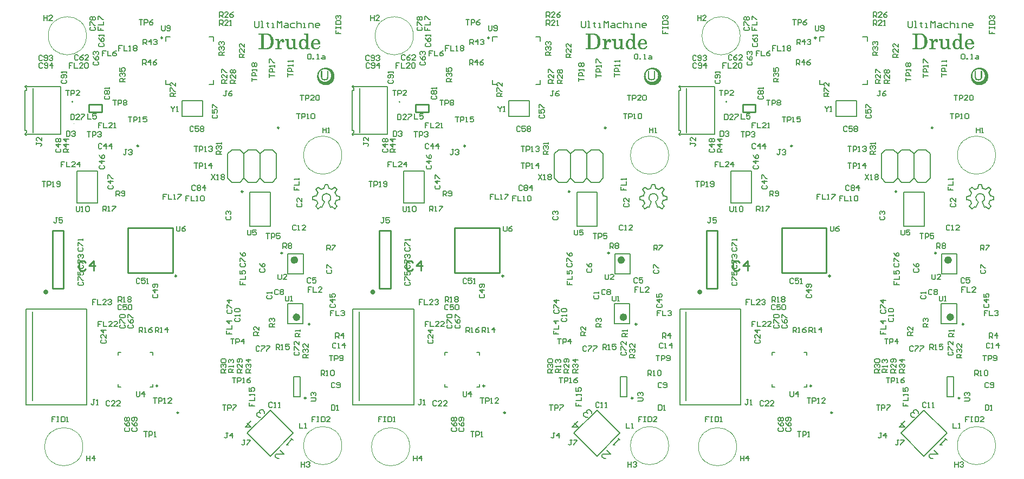
<source format=gto>
G04 Layer_Color=65535*
%FSLAX24Y24*%
%MOIN*%
G70*
G01*
G75*
%ADD10C,0.0070*%
%ADD12C,0.0100*%
%ADD49C,0.0050*%
%ADD50C,0.0060*%
%ADD51C,0.0080*%
%ADD53C,0.0160*%
%ADD101C,0.0039*%
%ADD102C,0.0098*%
%ADD103C,0.0098*%
%ADD104C,0.0236*%
%ADD105C,0.0010*%
%ADD106C,0.0079*%
G36*
X57194Y28829D02*
Y28828D01*
Y28823D01*
X57195Y28815D01*
Y28806D01*
X57200Y28786D01*
X57203Y28778D01*
X57208Y28770D01*
X57211Y28767D01*
X57219Y28762D01*
X57233Y28757D01*
X57252Y28754D01*
X57308D01*
Y28679D01*
X57078D01*
X57066Y28798D01*
X57064Y28795D01*
X57063Y28789D01*
X57058Y28778D01*
X57050Y28764D01*
X57041Y28750D01*
X57028Y28734D01*
X57014Y28718D01*
X56996Y28704D01*
X56994Y28703D01*
X56986Y28700D01*
X56975Y28693D01*
X56961Y28687D01*
X56944Y28681D01*
X56925Y28675D01*
X56903Y28672D01*
X56880Y28670D01*
X56869D01*
X56861Y28672D01*
X56852Y28673D01*
X56841Y28675D01*
X56816Y28681D01*
X56786Y28692D01*
X56772Y28700D01*
X56757Y28707D01*
X56741Y28718D01*
X56725Y28729D01*
X56710Y28743D01*
X56696Y28759D01*
X56694Y28761D01*
X56693Y28764D01*
X56689Y28768D01*
X56685Y28775D01*
X56678Y28784D01*
X56672Y28795D01*
X56666Y28807D01*
X56658Y28822D01*
X56652Y28837D01*
X56644Y28856D01*
X56638Y28875D01*
X56633Y28895D01*
X56624Y28942D01*
X56622Y28967D01*
X56621Y28993D01*
Y28995D01*
Y29000D01*
Y29009D01*
X56622Y29020D01*
X56624Y29032D01*
X56625Y29048D01*
X56628Y29065D01*
X56633Y29084D01*
X56644Y29123D01*
X56652Y29145D01*
X56661Y29165D01*
X56672Y29187D01*
X56685Y29207D01*
X56699Y29226D01*
X56716Y29245D01*
X56718Y29246D01*
X56719Y29248D01*
X56724Y29251D01*
X56730Y29257D01*
X56746Y29268D01*
X56767Y29282D01*
X56792Y29296D01*
X56822Y29309D01*
X56857Y29317D01*
X56874Y29318D01*
X56892Y29320D01*
X56903D01*
X56914Y29318D01*
X56928Y29317D01*
X56946Y29312D01*
X56964Y29307D01*
X56983Y29299D01*
X57002Y29289D01*
X57003Y29287D01*
X57010Y29282D01*
X57017Y29276D01*
X57028Y29267D01*
X57038Y29254D01*
X57049Y29240D01*
X57056Y29223D01*
X57061Y29204D01*
Y29528D01*
Y29529D01*
Y29531D01*
X57060Y29540D01*
X57053Y29549D01*
X57050Y29556D01*
X57044Y29560D01*
X57041Y29562D01*
X57038Y29565D01*
X57031Y29567D01*
X57024Y29570D01*
X57014Y29571D01*
X57003Y29573D01*
X56933D01*
Y29646D01*
X57194Y29660D01*
Y28829D01*
D02*
G37*
G36*
X37083D02*
Y28828D01*
Y28823D01*
X37084Y28815D01*
Y28806D01*
X37089Y28786D01*
X37092Y28778D01*
X37097Y28770D01*
X37100Y28767D01*
X37108Y28762D01*
X37122Y28757D01*
X37140Y28754D01*
X37197D01*
Y28679D01*
X36967D01*
X36954Y28798D01*
X36953Y28795D01*
X36951Y28789D01*
X36947Y28778D01*
X36939Y28764D01*
X36929Y28750D01*
X36917Y28734D01*
X36903Y28718D01*
X36884Y28704D01*
X36883Y28703D01*
X36875Y28700D01*
X36864Y28693D01*
X36850Y28687D01*
X36833Y28681D01*
X36814Y28675D01*
X36792Y28672D01*
X36769Y28670D01*
X36758D01*
X36750Y28672D01*
X36740Y28673D01*
X36730Y28675D01*
X36705Y28681D01*
X36675Y28692D01*
X36661Y28700D01*
X36645Y28707D01*
X36630Y28718D01*
X36614Y28729D01*
X36598Y28743D01*
X36584Y28759D01*
X36583Y28761D01*
X36581Y28764D01*
X36578Y28768D01*
X36573Y28775D01*
X36567Y28784D01*
X36561Y28795D01*
X36555Y28807D01*
X36547Y28822D01*
X36541Y28837D01*
X36533Y28856D01*
X36526Y28875D01*
X36522Y28895D01*
X36512Y28942D01*
X36511Y28967D01*
X36509Y28993D01*
Y28995D01*
Y29000D01*
Y29009D01*
X36511Y29020D01*
X36512Y29032D01*
X36514Y29048D01*
X36517Y29065D01*
X36522Y29084D01*
X36533Y29123D01*
X36541Y29145D01*
X36550Y29165D01*
X36561Y29187D01*
X36573Y29207D01*
X36587Y29226D01*
X36605Y29245D01*
X36606Y29246D01*
X36608Y29248D01*
X36612Y29251D01*
X36619Y29257D01*
X36634Y29268D01*
X36656Y29282D01*
X36681Y29296D01*
X36711Y29309D01*
X36745Y29317D01*
X36762Y29318D01*
X36781Y29320D01*
X36792D01*
X36803Y29318D01*
X36817Y29317D01*
X36834Y29312D01*
X36853Y29307D01*
X36872Y29299D01*
X36890Y29289D01*
X36892Y29287D01*
X36898Y29282D01*
X36906Y29276D01*
X36917Y29267D01*
X36926Y29254D01*
X36937Y29240D01*
X36945Y29223D01*
X36950Y29204D01*
Y29528D01*
Y29529D01*
Y29531D01*
X36948Y29540D01*
X36942Y29549D01*
X36939Y29556D01*
X36933Y29560D01*
X36929Y29562D01*
X36926Y29565D01*
X36920Y29567D01*
X36912Y29570D01*
X36903Y29571D01*
X36892Y29573D01*
X36822D01*
Y29646D01*
X37083Y29660D01*
Y28829D01*
D02*
G37*
G36*
X16971D02*
Y28828D01*
Y28823D01*
X16973Y28815D01*
Y28806D01*
X16977Y28786D01*
X16981Y28778D01*
X16985Y28770D01*
X16988Y28767D01*
X16996Y28762D01*
X17010Y28757D01*
X17029Y28754D01*
X17085D01*
Y28679D01*
X16856D01*
X16843Y28798D01*
X16842Y28795D01*
X16840Y28789D01*
X16835Y28778D01*
X16828Y28764D01*
X16818Y28750D01*
X16806Y28734D01*
X16792Y28718D01*
X16773Y28704D01*
X16771Y28703D01*
X16763Y28700D01*
X16753Y28693D01*
X16738Y28687D01*
X16721Y28681D01*
X16703Y28675D01*
X16681Y28672D01*
X16657Y28670D01*
X16646D01*
X16639Y28672D01*
X16629Y28673D01*
X16618Y28675D01*
X16593Y28681D01*
X16564Y28692D01*
X16549Y28700D01*
X16534Y28707D01*
X16518Y28718D01*
X16503Y28729D01*
X16487Y28743D01*
X16473Y28759D01*
X16471Y28761D01*
X16470Y28764D01*
X16467Y28768D01*
X16462Y28775D01*
X16456Y28784D01*
X16450Y28795D01*
X16443Y28807D01*
X16435Y28822D01*
X16429Y28837D01*
X16421Y28856D01*
X16415Y28875D01*
X16410Y28895D01*
X16401Y28942D01*
X16400Y28967D01*
X16398Y28993D01*
Y28995D01*
Y29000D01*
Y29009D01*
X16400Y29020D01*
X16401Y29032D01*
X16403Y29048D01*
X16406Y29065D01*
X16410Y29084D01*
X16421Y29123D01*
X16429Y29145D01*
X16439Y29165D01*
X16450Y29187D01*
X16462Y29207D01*
X16476Y29226D01*
X16493Y29245D01*
X16495Y29246D01*
X16496Y29248D01*
X16501Y29251D01*
X16507Y29257D01*
X16523Y29268D01*
X16545Y29282D01*
X16570Y29296D01*
X16599Y29309D01*
X16634Y29317D01*
X16651Y29318D01*
X16670Y29320D01*
X16681D01*
X16692Y29318D01*
X16706Y29317D01*
X16723Y29312D01*
X16742Y29307D01*
X16760Y29299D01*
X16779Y29289D01*
X16781Y29287D01*
X16787Y29282D01*
X16795Y29276D01*
X16806Y29267D01*
X16815Y29254D01*
X16826Y29240D01*
X16834Y29223D01*
X16838Y29204D01*
Y29528D01*
Y29529D01*
Y29531D01*
X16837Y29540D01*
X16831Y29549D01*
X16828Y29556D01*
X16821Y29560D01*
X16818Y29562D01*
X16815Y29565D01*
X16809Y29567D01*
X16801Y29570D01*
X16792Y29571D01*
X16781Y29573D01*
X16710D01*
Y29646D01*
X16971Y29660D01*
Y28829D01*
D02*
G37*
G36*
X55421Y29078D02*
X55423Y29084D01*
Y29092D01*
X55424Y29101D01*
X55426Y29112D01*
X55430Y29137D01*
X55438Y29165D01*
X55448Y29193D01*
X55462Y29221D01*
X55479Y29248D01*
X55482Y29251D01*
X55488Y29259D01*
X55499Y29268D01*
X55515Y29281D01*
X55533Y29293D01*
X55555Y29303D01*
X55580Y29310D01*
X55608Y29314D01*
X55618D01*
X55627Y29312D01*
X55640Y29309D01*
X55654Y29306D01*
X55668Y29299D01*
X55683Y29290D01*
X55696Y29279D01*
X55698Y29278D01*
X55701Y29273D01*
X55707Y29265D01*
X55713Y29256D01*
X55719Y29243D01*
X55726Y29228D01*
X55729Y29210D01*
X55730Y29192D01*
Y29190D01*
Y29184D01*
X55729Y29176D01*
X55727Y29165D01*
X55724Y29154D01*
X55721Y29142D01*
X55715Y29131D01*
X55707Y29120D01*
X55705Y29118D01*
X55702Y29115D01*
X55698Y29112D01*
X55691Y29107D01*
X55682Y29101D01*
X55673Y29098D01*
X55660Y29095D01*
X55648Y29093D01*
X55641D01*
X55635Y29095D01*
X55627Y29096D01*
X55610Y29103D01*
X55601Y29107D01*
X55591Y29115D01*
X55590Y29117D01*
X55588Y29120D01*
X55585Y29125D01*
X55582Y29132D01*
X55577Y29140D01*
X55574Y29151D01*
X55573Y29164D01*
X55571Y29178D01*
Y29179D01*
Y29182D01*
Y29187D01*
X55573Y29193D01*
X55576Y29207D01*
X55583Y29226D01*
X55585Y29228D01*
X55587Y29231D01*
X55587Y29232D01*
X55583Y29231D01*
X55577Y29229D01*
X55571Y29226D01*
X55562Y29220D01*
X55552Y29214D01*
X55541Y29204D01*
X55540Y29203D01*
X55533Y29196D01*
X55526Y29189D01*
X55516Y29176D01*
X55505Y29160D01*
X55494Y29142D01*
X55484Y29118D01*
X55474Y29093D01*
Y29092D01*
X55473Y29089D01*
X55471Y29082D01*
X55468Y29075D01*
X55466Y29065D01*
X55463Y29054D01*
X55457Y29029D01*
X55449Y29000D01*
X55444Y28970D01*
X55440Y28940D01*
X55438Y28914D01*
Y28786D01*
Y28782D01*
X55440Y28776D01*
X55443Y28768D01*
X55448Y28762D01*
X55449Y28761D01*
X55457Y28759D01*
X55463Y28757D01*
X55471Y28756D01*
X55480Y28754D01*
X55582D01*
Y28679D01*
X55182D01*
Y28754D01*
X55260D01*
X55270Y28756D01*
X55280Y28757D01*
X55291Y28762D01*
X55293Y28764D01*
X55298Y28767D01*
X55301Y28773D01*
X55302Y28781D01*
Y29160D01*
Y29162D01*
Y29167D01*
Y29173D01*
X55301Y29181D01*
X55296Y29200D01*
X55291Y29207D01*
X55287Y29214D01*
Y29215D01*
X55284Y29217D01*
X55276Y29223D01*
X55263Y29228D01*
X55254Y29231D01*
X55179D01*
Y29301D01*
X55421Y29315D01*
Y29078D01*
D02*
G37*
G36*
X35310D02*
X35311Y29084D01*
Y29092D01*
X35313Y29101D01*
X35314Y29112D01*
X35319Y29137D01*
X35327Y29165D01*
X35336Y29193D01*
X35350Y29221D01*
X35367Y29248D01*
X35371Y29251D01*
X35377Y29259D01*
X35388Y29268D01*
X35403Y29281D01*
X35422Y29293D01*
X35444Y29303D01*
X35469Y29310D01*
X35497Y29314D01*
X35506D01*
X35516Y29312D01*
X35528Y29309D01*
X35542Y29306D01*
X35556Y29299D01*
X35572Y29290D01*
X35585Y29279D01*
X35586Y29278D01*
X35589Y29273D01*
X35596Y29265D01*
X35602Y29256D01*
X35608Y29243D01*
X35614Y29228D01*
X35617Y29210D01*
X35619Y29192D01*
Y29190D01*
Y29184D01*
X35617Y29176D01*
X35616Y29165D01*
X35613Y29154D01*
X35610Y29142D01*
X35603Y29131D01*
X35596Y29120D01*
X35594Y29118D01*
X35591Y29115D01*
X35586Y29112D01*
X35580Y29107D01*
X35571Y29101D01*
X35561Y29098D01*
X35549Y29095D01*
X35536Y29093D01*
X35530D01*
X35524Y29095D01*
X35516Y29096D01*
X35499Y29103D01*
X35489Y29107D01*
X35480Y29115D01*
X35478Y29117D01*
X35477Y29120D01*
X35474Y29125D01*
X35471Y29132D01*
X35466Y29140D01*
X35463Y29151D01*
X35461Y29164D01*
X35460Y29178D01*
Y29179D01*
Y29182D01*
Y29187D01*
X35461Y29193D01*
X35464Y29207D01*
X35472Y29226D01*
X35474Y29228D01*
X35475Y29231D01*
X35476Y29232D01*
X35472Y29231D01*
X35466Y29229D01*
X35460Y29226D01*
X35450Y29220D01*
X35441Y29214D01*
X35430Y29204D01*
X35428Y29203D01*
X35422Y29196D01*
X35414Y29189D01*
X35405Y29176D01*
X35394Y29160D01*
X35383Y29142D01*
X35372Y29118D01*
X35363Y29093D01*
Y29092D01*
X35361Y29089D01*
X35360Y29082D01*
X35357Y29075D01*
X35355Y29065D01*
X35352Y29054D01*
X35346Y29029D01*
X35338Y29000D01*
X35333Y28970D01*
X35328Y28940D01*
X35327Y28914D01*
Y28786D01*
Y28782D01*
X35328Y28776D01*
X35332Y28768D01*
X35336Y28762D01*
X35338Y28761D01*
X35346Y28759D01*
X35352Y28757D01*
X35360Y28756D01*
X35369Y28754D01*
X35471D01*
Y28679D01*
X35071D01*
Y28754D01*
X35149D01*
X35158Y28756D01*
X35169Y28757D01*
X35180Y28762D01*
X35182Y28764D01*
X35186Y28767D01*
X35189Y28773D01*
X35191Y28781D01*
Y29160D01*
Y29162D01*
Y29167D01*
Y29173D01*
X35189Y29181D01*
X35185Y29200D01*
X35180Y29207D01*
X35175Y29214D01*
Y29215D01*
X35172Y29217D01*
X35164Y29223D01*
X35152Y29228D01*
X35143Y29231D01*
X35068D01*
Y29301D01*
X35310Y29315D01*
Y29078D01*
D02*
G37*
G36*
X15198D02*
X15200Y29084D01*
Y29092D01*
X15201Y29101D01*
X15203Y29112D01*
X15208Y29137D01*
X15216Y29165D01*
X15225Y29193D01*
X15239Y29221D01*
X15256Y29248D01*
X15259Y29251D01*
X15266Y29259D01*
X15276Y29268D01*
X15292Y29281D01*
X15311Y29293D01*
X15333Y29303D01*
X15358Y29310D01*
X15386Y29314D01*
X15395D01*
X15405Y29312D01*
X15417Y29309D01*
X15431Y29306D01*
X15445Y29299D01*
X15461Y29290D01*
X15473Y29279D01*
X15475Y29278D01*
X15478Y29273D01*
X15484Y29265D01*
X15490Y29256D01*
X15497Y29243D01*
X15503Y29228D01*
X15506Y29210D01*
X15508Y29192D01*
Y29190D01*
Y29184D01*
X15506Y29176D01*
X15504Y29165D01*
X15501Y29154D01*
X15498Y29142D01*
X15492Y29131D01*
X15484Y29120D01*
X15483Y29118D01*
X15480Y29115D01*
X15475Y29112D01*
X15469Y29107D01*
X15459Y29101D01*
X15450Y29098D01*
X15437Y29095D01*
X15425Y29093D01*
X15419D01*
X15412Y29095D01*
X15405Y29096D01*
X15387Y29103D01*
X15378Y29107D01*
X15369Y29115D01*
X15367Y29117D01*
X15365Y29120D01*
X15362Y29125D01*
X15359Y29132D01*
X15355Y29140D01*
X15351Y29151D01*
X15350Y29164D01*
X15348Y29178D01*
Y29179D01*
Y29182D01*
Y29187D01*
X15350Y29193D01*
X15353Y29207D01*
X15361Y29226D01*
X15362Y29228D01*
X15364Y29231D01*
X15364Y29232D01*
X15361Y29231D01*
X15355Y29229D01*
X15348Y29226D01*
X15339Y29220D01*
X15330Y29214D01*
X15319Y29204D01*
X15317Y29203D01*
X15311Y29196D01*
X15303Y29189D01*
X15294Y29176D01*
X15283Y29160D01*
X15272Y29142D01*
X15261Y29118D01*
X15251Y29093D01*
Y29092D01*
X15250Y29089D01*
X15248Y29082D01*
X15245Y29075D01*
X15244Y29065D01*
X15241Y29054D01*
X15234Y29029D01*
X15226Y29000D01*
X15222Y28970D01*
X15217Y28940D01*
X15216Y28914D01*
Y28786D01*
Y28782D01*
X15217Y28776D01*
X15220Y28768D01*
X15225Y28762D01*
X15226Y28761D01*
X15234Y28759D01*
X15241Y28757D01*
X15248Y28756D01*
X15258Y28754D01*
X15359D01*
Y28679D01*
X14959D01*
Y28754D01*
X15037D01*
X15047Y28756D01*
X15058Y28757D01*
X15069Y28762D01*
X15070Y28764D01*
X15075Y28767D01*
X15078Y28773D01*
X15080Y28781D01*
Y29160D01*
Y29162D01*
Y29167D01*
Y29173D01*
X15078Y29181D01*
X15073Y29200D01*
X15069Y29207D01*
X15064Y29214D01*
Y29215D01*
X15061Y29217D01*
X15053Y29223D01*
X15041Y29228D01*
X15031Y29231D01*
X14956D01*
Y29301D01*
X15198Y29315D01*
Y29078D01*
D02*
G37*
G36*
X56419Y28809D02*
Y28807D01*
Y28804D01*
X56421Y28800D01*
Y28793D01*
X56425Y28779D01*
X56433Y28767D01*
X56436Y28765D01*
X56444Y28761D01*
X56458Y28754D01*
X56477Y28753D01*
X56530D01*
Y28684D01*
X56300Y28679D01*
X56291Y28795D01*
X56290Y28792D01*
X56285Y28786D01*
X56277Y28775D01*
X56268Y28761D01*
X56254Y28747D01*
X56238Y28731D01*
X56221Y28717D01*
X56200Y28703D01*
X56197Y28701D01*
X56191Y28698D01*
X56180Y28692D01*
X56165Y28687D01*
X56147Y28681D01*
X56129Y28675D01*
X56107Y28672D01*
X56085Y28670D01*
X56077D01*
X56071Y28672D01*
X56054Y28673D01*
X56033Y28678D01*
X56011Y28684D01*
X55986Y28695D01*
X55963Y28709D01*
X55940Y28728D01*
X55936Y28731D01*
X55930Y28739D01*
X55921Y28753D01*
X55916Y28762D01*
X55910Y28773D01*
X55904Y28786D01*
X55899Y28800D01*
X55894Y28815D01*
X55890Y28832D01*
X55887Y28851D01*
X55883Y28872D01*
X55880Y28893D01*
Y28918D01*
Y29178D01*
Y29179D01*
Y29182D01*
X55879Y29187D01*
X55877Y29193D01*
X55871Y29206D01*
X55866Y29212D01*
X55858Y29218D01*
X55855Y29220D01*
X55851Y29221D01*
X55843Y29225D01*
X55832Y29226D01*
X55818Y29228D01*
X55799Y29229D01*
X55777Y29231D01*
Y29301D01*
X56015Y29315D01*
Y28904D01*
Y28901D01*
Y28893D01*
X56016Y28881D01*
X56019Y28865D01*
X56022Y28848D01*
X56027Y28831D01*
X56035Y28815D01*
X56046Y28800D01*
X56047Y28798D01*
X56052Y28795D01*
X56058Y28789D01*
X56069Y28782D01*
X56080Y28776D01*
X56096Y28770D01*
X56111Y28767D01*
X56130Y28765D01*
X56133D01*
X56141Y28767D01*
X56154Y28768D01*
X56168Y28772D01*
X56185Y28778D01*
X56204Y28787D01*
X56222Y28801D01*
X56241Y28818D01*
X56243Y28822D01*
X56249Y28828D01*
X56257Y28840D01*
X56265Y28856D01*
X56274Y28875D01*
X56280Y28898D01*
X56286Y28925D01*
X56288Y28954D01*
Y29178D01*
Y29179D01*
Y29182D01*
X56286Y29192D01*
X56280Y29203D01*
X56275Y29209D01*
X56269Y29214D01*
X56268D01*
X56266Y29215D01*
X56260Y29218D01*
X56252Y29221D01*
X56241Y29225D01*
X56225Y29226D01*
X56205Y29229D01*
X56182Y29231D01*
Y29301D01*
X56419Y29315D01*
Y28809D01*
D02*
G37*
G36*
X36308D02*
Y28807D01*
Y28804D01*
X36309Y28800D01*
Y28793D01*
X36314Y28779D01*
X36322Y28767D01*
X36325Y28765D01*
X36333Y28761D01*
X36347Y28754D01*
X36366Y28753D01*
X36419D01*
Y28684D01*
X36189Y28679D01*
X36180Y28795D01*
X36178Y28792D01*
X36173Y28786D01*
X36166Y28775D01*
X36156Y28761D01*
X36142Y28747D01*
X36127Y28731D01*
X36109Y28717D01*
X36089Y28703D01*
X36086Y28701D01*
X36080Y28698D01*
X36069Y28692D01*
X36053Y28687D01*
X36036Y28681D01*
X36017Y28675D01*
X35995Y28672D01*
X35974Y28670D01*
X35966D01*
X35959Y28672D01*
X35942Y28673D01*
X35922Y28678D01*
X35900Y28684D01*
X35875Y28695D01*
X35852Y28709D01*
X35828Y28728D01*
X35825Y28731D01*
X35819Y28739D01*
X35810Y28753D01*
X35805Y28762D01*
X35799Y28773D01*
X35792Y28786D01*
X35788Y28800D01*
X35783Y28815D01*
X35778Y28832D01*
X35775Y28851D01*
X35772Y28872D01*
X35769Y28893D01*
Y28918D01*
Y29178D01*
Y29179D01*
Y29182D01*
X35767Y29187D01*
X35766Y29193D01*
X35760Y29206D01*
X35755Y29212D01*
X35747Y29218D01*
X35744Y29220D01*
X35739Y29221D01*
X35731Y29225D01*
X35721Y29226D01*
X35706Y29228D01*
X35688Y29229D01*
X35666Y29231D01*
Y29301D01*
X35903Y29315D01*
Y28904D01*
Y28901D01*
Y28893D01*
X35905Y28881D01*
X35908Y28865D01*
X35911Y28848D01*
X35916Y28831D01*
X35924Y28815D01*
X35934Y28800D01*
X35936Y28798D01*
X35941Y28795D01*
X35947Y28789D01*
X35958Y28782D01*
X35969Y28776D01*
X35984Y28770D01*
X36000Y28767D01*
X36019Y28765D01*
X36022D01*
X36030Y28767D01*
X36042Y28768D01*
X36056Y28772D01*
X36074Y28778D01*
X36092Y28787D01*
X36111Y28801D01*
X36130Y28818D01*
X36131Y28822D01*
X36138Y28828D01*
X36145Y28840D01*
X36153Y28856D01*
X36163Y28875D01*
X36169Y28898D01*
X36175Y28925D01*
X36177Y28954D01*
Y29178D01*
Y29179D01*
Y29182D01*
X36175Y29192D01*
X36169Y29203D01*
X36164Y29209D01*
X36158Y29214D01*
X36156D01*
X36155Y29215D01*
X36148Y29218D01*
X36141Y29221D01*
X36130Y29225D01*
X36114Y29226D01*
X36094Y29229D01*
X36070Y29231D01*
Y29301D01*
X36308Y29315D01*
Y28809D01*
D02*
G37*
G36*
X16196D02*
Y28807D01*
Y28804D01*
X16198Y28800D01*
Y28793D01*
X16203Y28779D01*
X16211Y28767D01*
X16214Y28765D01*
X16221Y28761D01*
X16236Y28754D01*
X16254Y28753D01*
X16307D01*
Y28684D01*
X16078Y28679D01*
X16068Y28795D01*
X16067Y28792D01*
X16062Y28786D01*
X16054Y28775D01*
X16045Y28761D01*
X16031Y28747D01*
X16015Y28731D01*
X15998Y28717D01*
X15978Y28703D01*
X15975Y28701D01*
X15968Y28698D01*
X15957Y28692D01*
X15942Y28687D01*
X15925Y28681D01*
X15906Y28675D01*
X15884Y28672D01*
X15862Y28670D01*
X15854D01*
X15848Y28672D01*
X15831Y28673D01*
X15811Y28678D01*
X15789Y28684D01*
X15764Y28695D01*
X15740Y28709D01*
X15717Y28728D01*
X15714Y28731D01*
X15708Y28739D01*
X15698Y28753D01*
X15694Y28762D01*
X15687Y28773D01*
X15681Y28786D01*
X15676Y28800D01*
X15672Y28815D01*
X15667Y28832D01*
X15664Y28851D01*
X15661Y28872D01*
X15658Y28893D01*
Y28918D01*
Y29178D01*
Y29179D01*
Y29182D01*
X15656Y29187D01*
X15654Y29193D01*
X15648Y29206D01*
X15644Y29212D01*
X15636Y29218D01*
X15633Y29220D01*
X15628Y29221D01*
X15620Y29225D01*
X15609Y29226D01*
X15595Y29228D01*
X15576Y29229D01*
X15554Y29231D01*
Y29301D01*
X15792Y29315D01*
Y28904D01*
Y28901D01*
Y28893D01*
X15793Y28881D01*
X15797Y28865D01*
X15800Y28848D01*
X15804Y28831D01*
X15812Y28815D01*
X15823Y28800D01*
X15825Y28798D01*
X15829Y28795D01*
X15836Y28789D01*
X15847Y28782D01*
X15858Y28776D01*
X15873Y28770D01*
X15889Y28767D01*
X15907Y28765D01*
X15911D01*
X15918Y28767D01*
X15931Y28768D01*
X15945Y28772D01*
X15962Y28778D01*
X15981Y28787D01*
X16000Y28801D01*
X16018Y28818D01*
X16020Y28822D01*
X16026Y28828D01*
X16034Y28840D01*
X16042Y28856D01*
X16051Y28875D01*
X16057Y28898D01*
X16064Y28925D01*
X16065Y28954D01*
Y29178D01*
Y29179D01*
Y29182D01*
X16064Y29192D01*
X16057Y29203D01*
X16053Y29209D01*
X16047Y29214D01*
X16045D01*
X16043Y29215D01*
X16037Y29218D01*
X16029Y29221D01*
X16018Y29225D01*
X16003Y29226D01*
X15982Y29229D01*
X15959Y29231D01*
Y29301D01*
X16196Y29315D01*
Y28809D01*
D02*
G37*
G36*
X54681Y29646D02*
X54692D01*
X54717Y29643D01*
X54746Y29638D01*
X54776Y29632D01*
X54807Y29623D01*
X54835Y29610D01*
X54837D01*
X54840Y29607D01*
X54846Y29604D01*
X54852Y29601D01*
X54862Y29595D01*
X54873Y29587D01*
X54896Y29570D01*
X54924Y29546D01*
X54954Y29517D01*
X54982Y29482D01*
X55009Y29442D01*
X55010Y29440D01*
X55012Y29437D01*
X55015Y29431D01*
X55020Y29421D01*
X55024Y29410D01*
X55031Y29396D01*
X55037Y29381D01*
X55043Y29364D01*
X55049Y29345D01*
X55056Y29324D01*
X55062Y29301D01*
X55066Y29278D01*
X55074Y29226D01*
X55077Y29198D01*
Y29168D01*
Y29167D01*
Y29162D01*
Y29156D01*
Y29146D01*
X55076Y29135D01*
X55074Y29121D01*
Y29106D01*
X55071Y29089D01*
X55066Y29051D01*
X55057Y29011D01*
X55046Y28968D01*
X55031Y28925D01*
X55029Y28921D01*
X55026Y28912D01*
X55020Y28898D01*
X55010Y28881D01*
X54998Y28861D01*
X54982Y28839D01*
X54963Y28815D01*
X54940Y28792D01*
X54937Y28789D01*
X54929Y28782D01*
X54915Y28772D01*
X54896Y28757D01*
X54874Y28743D01*
X54848Y28728D01*
X54817Y28714D01*
X54784Y28701D01*
X54781Y28700D01*
X54771Y28698D01*
X54756Y28695D01*
X54735Y28690D01*
X54709Y28686D01*
X54678Y28682D01*
X54642Y28681D01*
X54601Y28679D01*
X54153D01*
Y28754D01*
X54259D01*
X54270Y28756D01*
X54282Y28757D01*
X54287Y28759D01*
X54292Y28761D01*
X54293Y28762D01*
X54296Y28767D01*
X54300Y28775D01*
X54301Y28786D01*
Y29543D01*
Y29545D01*
X54300Y29551D01*
X54296Y29557D01*
X54290Y29563D01*
X54289Y29565D01*
X54284Y29568D01*
X54275Y29571D01*
X54262Y29573D01*
X54153D01*
Y29648D01*
X54671D01*
X54681Y29646D01*
D02*
G37*
G36*
X34569D02*
X34580D01*
X34605Y29643D01*
X34635Y29638D01*
X34665Y29632D01*
X34696Y29623D01*
X34724Y29610D01*
X34725D01*
X34729Y29607D01*
X34735Y29604D01*
X34741Y29601D01*
X34750Y29595D01*
X34761Y29587D01*
X34785Y29570D01*
X34813Y29546D01*
X34843Y29517D01*
X34871Y29482D01*
X34897Y29442D01*
X34899Y29440D01*
X34900Y29437D01*
X34904Y29431D01*
X34908Y29421D01*
X34913Y29410D01*
X34919Y29396D01*
X34925Y29381D01*
X34932Y29364D01*
X34938Y29345D01*
X34944Y29324D01*
X34950Y29301D01*
X34955Y29278D01*
X34963Y29226D01*
X34966Y29198D01*
Y29168D01*
Y29167D01*
Y29162D01*
Y29156D01*
Y29146D01*
X34964Y29135D01*
X34963Y29121D01*
Y29106D01*
X34960Y29089D01*
X34955Y29051D01*
X34946Y29011D01*
X34935Y28968D01*
X34919Y28925D01*
X34918Y28921D01*
X34915Y28912D01*
X34908Y28898D01*
X34899Y28881D01*
X34886Y28861D01*
X34871Y28839D01*
X34852Y28815D01*
X34829Y28792D01*
X34825Y28789D01*
X34818Y28782D01*
X34804Y28772D01*
X34785Y28757D01*
X34763Y28743D01*
X34736Y28728D01*
X34705Y28714D01*
X34672Y28701D01*
X34669Y28700D01*
X34660Y28698D01*
X34644Y28695D01*
X34624Y28690D01*
X34597Y28686D01*
X34566Y28682D01*
X34530Y28681D01*
X34490Y28679D01*
X34041D01*
Y28754D01*
X34148D01*
X34158Y28756D01*
X34171Y28757D01*
X34176Y28759D01*
X34180Y28761D01*
X34182Y28762D01*
X34185Y28767D01*
X34188Y28775D01*
X34190Y28786D01*
Y29543D01*
Y29545D01*
X34188Y29551D01*
X34185Y29557D01*
X34179Y29563D01*
X34177Y29565D01*
X34173Y29568D01*
X34163Y29571D01*
X34151Y29573D01*
X34041D01*
Y29648D01*
X34560D01*
X34569Y29646D01*
D02*
G37*
G36*
X14458D02*
X14469D01*
X14494Y29643D01*
X14524Y29638D01*
X14553Y29632D01*
X14584Y29623D01*
X14613Y29610D01*
X14614D01*
X14617Y29607D01*
X14624Y29604D01*
X14630Y29601D01*
X14639Y29595D01*
X14650Y29587D01*
X14674Y29570D01*
X14702Y29546D01*
X14731Y29517D01*
X14759Y29482D01*
X14786Y29442D01*
X14788Y29440D01*
X14789Y29437D01*
X14792Y29431D01*
X14797Y29421D01*
X14802Y29410D01*
X14808Y29396D01*
X14814Y29381D01*
X14820Y29364D01*
X14827Y29345D01*
X14833Y29324D01*
X14839Y29301D01*
X14844Y29278D01*
X14852Y29226D01*
X14855Y29198D01*
Y29168D01*
Y29167D01*
Y29162D01*
Y29156D01*
Y29146D01*
X14853Y29135D01*
X14852Y29121D01*
Y29106D01*
X14848Y29089D01*
X14844Y29051D01*
X14834Y29011D01*
X14823Y28968D01*
X14808Y28925D01*
X14806Y28921D01*
X14803Y28912D01*
X14797Y28898D01*
X14788Y28881D01*
X14775Y28861D01*
X14759Y28839D01*
X14741Y28815D01*
X14717Y28792D01*
X14714Y28789D01*
X14706Y28782D01*
X14692Y28772D01*
X14674Y28757D01*
X14652Y28743D01*
X14625Y28728D01*
X14594Y28714D01*
X14561Y28701D01*
X14558Y28700D01*
X14549Y28698D01*
X14533Y28695D01*
X14513Y28690D01*
X14486Y28686D01*
X14455Y28682D01*
X14419Y28681D01*
X14378Y28679D01*
X13930D01*
Y28754D01*
X14036D01*
X14047Y28756D01*
X14060Y28757D01*
X14064Y28759D01*
X14069Y28761D01*
X14071Y28762D01*
X14074Y28767D01*
X14077Y28775D01*
X14078Y28786D01*
Y29543D01*
Y29545D01*
X14077Y29551D01*
X14074Y29557D01*
X14067Y29563D01*
X14066Y29565D01*
X14061Y29568D01*
X14052Y29571D01*
X14039Y29573D01*
X13930D01*
Y29648D01*
X14449D01*
X14458Y29646D01*
D02*
G37*
G36*
X57697Y29317D02*
X57717Y29314D01*
X57742Y29307D01*
X57769Y29299D01*
X57795Y29287D01*
X57822Y29271D01*
X57823D01*
X57825Y29270D01*
X57833Y29262D01*
X57845Y29253D01*
X57859Y29237D01*
X57877Y29218D01*
X57892Y29196D01*
X57908Y29168D01*
X57922Y29139D01*
X57923Y29135D01*
X57925Y29128D01*
X57930Y29114D01*
X57934Y29095D01*
X57937Y29071D01*
X57942Y29043D01*
X57944Y29011D01*
X57945Y28973D01*
X57520D01*
Y28971D01*
Y28968D01*
Y28962D01*
X57522Y28954D01*
Y28943D01*
X57523Y28932D01*
X57527Y28907D01*
X57533Y28879D01*
X57541Y28851D01*
X57552Y28825D01*
X57559Y28814D01*
X57567Y28803D01*
X57570Y28800D01*
X57577Y28793D01*
X57588Y28784D01*
X57602Y28775D01*
X57620Y28764D01*
X57642Y28754D01*
X57667Y28748D01*
X57695Y28745D01*
X57700D01*
X57706Y28747D01*
X57714D01*
X57725Y28750D01*
X57736Y28753D01*
X57748Y28757D01*
X57762Y28764D01*
X57778Y28770D01*
X57794Y28779D01*
X57809Y28792D01*
X57827Y28806D01*
X57842Y28822D01*
X57858Y28842D01*
X57873Y28864D01*
X57889Y28889D01*
X57951Y28862D01*
X57950Y28861D01*
X57947Y28854D01*
X57941Y28843D01*
X57933Y28831D01*
X57923Y28815D01*
X57911Y28800D01*
X57895Y28781D01*
X57878Y28762D01*
X57859Y28743D01*
X57839Y28726D01*
X57816Y28709D01*
X57791Y28693D01*
X57762Y28681D01*
X57733Y28672D01*
X57702Y28664D01*
X57669Y28662D01*
X57656D01*
X57648Y28664D01*
X57638Y28665D01*
X57625Y28667D01*
X57595Y28673D01*
X57561Y28684D01*
X57544Y28692D01*
X57525Y28701D01*
X57508Y28711D01*
X57491Y28723D01*
X57474Y28737D01*
X57456Y28753D01*
X57455Y28754D01*
X57453Y28757D01*
X57449Y28762D01*
X57444Y28768D01*
X57438Y28778D01*
X57430Y28789D01*
X57422Y28801D01*
X57414Y28815D01*
X57406Y28831D01*
X57399Y28848D01*
X57384Y28889D01*
X57375Y28932D01*
X57374Y28957D01*
X57372Y28982D01*
Y28984D01*
Y28989D01*
Y28996D01*
X57374Y29007D01*
X57375Y29020D01*
X57377Y29036D01*
X57378Y29051D01*
X57383Y29070D01*
X57392Y29107D01*
X57406Y29148D01*
X57416Y29168D01*
X57428Y29189D01*
X57441Y29207D01*
X57455Y29226D01*
X57456Y29228D01*
X57459Y29231D01*
X57464Y29235D01*
X57470Y29240D01*
X57478Y29248D01*
X57488Y29256D01*
X57500Y29264D01*
X57513Y29273D01*
X57542Y29290D01*
X57578Y29306D01*
X57598Y29310D01*
X57619Y29315D01*
X57641Y29318D01*
X57664Y29320D01*
X57680D01*
X57697Y29317D01*
D02*
G37*
G36*
X37586D02*
X37606Y29314D01*
X37631Y29307D01*
X37657Y29299D01*
X37684Y29287D01*
X37710Y29271D01*
X37712D01*
X37714Y29270D01*
X37721Y29262D01*
X37734Y29253D01*
X37748Y29237D01*
X37765Y29218D01*
X37781Y29196D01*
X37796Y29168D01*
X37810Y29139D01*
X37812Y29135D01*
X37814Y29128D01*
X37818Y29114D01*
X37823Y29095D01*
X37826Y29071D01*
X37831Y29043D01*
X37832Y29011D01*
X37834Y28973D01*
X37409D01*
Y28971D01*
Y28968D01*
Y28962D01*
X37411Y28954D01*
Y28943D01*
X37412Y28932D01*
X37415Y28907D01*
X37422Y28879D01*
X37429Y28851D01*
X37440Y28825D01*
X37448Y28814D01*
X37456Y28803D01*
X37459Y28800D01*
X37465Y28793D01*
X37476Y28784D01*
X37490Y28775D01*
X37509Y28764D01*
X37531Y28754D01*
X37556Y28748D01*
X37584Y28745D01*
X37589D01*
X37595Y28747D01*
X37603D01*
X37614Y28750D01*
X37625Y28753D01*
X37637Y28757D01*
X37651Y28764D01*
X37667Y28770D01*
X37682Y28779D01*
X37698Y28792D01*
X37715Y28806D01*
X37731Y28822D01*
X37746Y28842D01*
X37762Y28864D01*
X37778Y28889D01*
X37840Y28862D01*
X37839Y28861D01*
X37835Y28854D01*
X37829Y28843D01*
X37821Y28831D01*
X37812Y28815D01*
X37800Y28800D01*
X37784Y28781D01*
X37767Y28762D01*
X37748Y28743D01*
X37728Y28726D01*
X37704Y28709D01*
X37679Y28693D01*
X37651Y28681D01*
X37621Y28672D01*
X37590Y28664D01*
X37557Y28662D01*
X37545D01*
X37537Y28664D01*
X37526Y28665D01*
X37514Y28667D01*
X37484Y28673D01*
X37450Y28684D01*
X37432Y28692D01*
X37414Y28701D01*
X37397Y28711D01*
X37379Y28723D01*
X37362Y28737D01*
X37345Y28753D01*
X37343Y28754D01*
X37342Y28757D01*
X37337Y28762D01*
X37332Y28768D01*
X37326Y28778D01*
X37318Y28789D01*
X37311Y28801D01*
X37303Y28815D01*
X37295Y28831D01*
X37287Y28848D01*
X37273Y28889D01*
X37264Y28932D01*
X37262Y28957D01*
X37261Y28982D01*
Y28984D01*
Y28989D01*
Y28996D01*
X37262Y29007D01*
X37264Y29020D01*
X37265Y29036D01*
X37267Y29051D01*
X37272Y29070D01*
X37281Y29107D01*
X37295Y29148D01*
X37304Y29168D01*
X37317Y29189D01*
X37329Y29207D01*
X37343Y29226D01*
X37345Y29228D01*
X37348Y29231D01*
X37353Y29235D01*
X37359Y29240D01*
X37367Y29248D01*
X37376Y29256D01*
X37389Y29264D01*
X37401Y29273D01*
X37431Y29290D01*
X37467Y29306D01*
X37487Y29310D01*
X37507Y29315D01*
X37529Y29318D01*
X37553Y29320D01*
X37568D01*
X37586Y29317D01*
D02*
G37*
G36*
X17474D02*
X17494Y29314D01*
X17519Y29307D01*
X17546Y29299D01*
X17573Y29287D01*
X17599Y29271D01*
X17601D01*
X17602Y29270D01*
X17610Y29262D01*
X17623Y29253D01*
X17637Y29237D01*
X17654Y29218D01*
X17669Y29196D01*
X17685Y29168D01*
X17699Y29139D01*
X17701Y29135D01*
X17702Y29128D01*
X17707Y29114D01*
X17712Y29095D01*
X17715Y29071D01*
X17719Y29043D01*
X17721Y29011D01*
X17723Y28973D01*
X17298D01*
Y28971D01*
Y28968D01*
Y28962D01*
X17299Y28954D01*
Y28943D01*
X17301Y28932D01*
X17304Y28907D01*
X17310Y28879D01*
X17318Y28851D01*
X17329Y28825D01*
X17337Y28814D01*
X17345Y28803D01*
X17348Y28800D01*
X17354Y28793D01*
X17365Y28784D01*
X17379Y28775D01*
X17398Y28764D01*
X17420Y28754D01*
X17444Y28748D01*
X17473Y28745D01*
X17477D01*
X17484Y28747D01*
X17491D01*
X17502Y28750D01*
X17513Y28753D01*
X17526Y28757D01*
X17540Y28764D01*
X17555Y28770D01*
X17571Y28779D01*
X17587Y28792D01*
X17604Y28806D01*
X17619Y28822D01*
X17635Y28842D01*
X17651Y28864D01*
X17666Y28889D01*
X17729Y28862D01*
X17727Y28861D01*
X17724Y28854D01*
X17718Y28843D01*
X17710Y28831D01*
X17701Y28815D01*
X17688Y28800D01*
X17673Y28781D01*
X17655Y28762D01*
X17637Y28743D01*
X17616Y28726D01*
X17593Y28709D01*
X17568Y28693D01*
X17540Y28681D01*
X17510Y28672D01*
X17479Y28664D01*
X17446Y28662D01*
X17434D01*
X17426Y28664D01*
X17415Y28665D01*
X17402Y28667D01*
X17373Y28673D01*
X17338Y28684D01*
X17321Y28692D01*
X17302Y28701D01*
X17285Y28711D01*
X17268Y28723D01*
X17251Y28737D01*
X17234Y28753D01*
X17232Y28754D01*
X17231Y28757D01*
X17226Y28762D01*
X17221Y28768D01*
X17215Y28778D01*
X17207Y28789D01*
X17199Y28801D01*
X17191Y28815D01*
X17184Y28831D01*
X17176Y28848D01*
X17162Y28889D01*
X17152Y28932D01*
X17151Y28957D01*
X17149Y28982D01*
Y28984D01*
Y28989D01*
Y28996D01*
X17151Y29007D01*
X17152Y29020D01*
X17154Y29036D01*
X17156Y29051D01*
X17160Y29070D01*
X17170Y29107D01*
X17184Y29148D01*
X17193Y29168D01*
X17206Y29189D01*
X17218Y29207D01*
X17232Y29226D01*
X17234Y29228D01*
X17237Y29231D01*
X17241Y29235D01*
X17248Y29240D01*
X17256Y29248D01*
X17265Y29256D01*
X17277Y29264D01*
X17290Y29273D01*
X17320Y29290D01*
X17355Y29306D01*
X17376Y29310D01*
X17396Y29315D01*
X17418Y29318D01*
X17441Y29320D01*
X17457D01*
X17474Y29317D01*
D02*
G37*
G36*
X58439Y27013D02*
Y27012D01*
Y27009D01*
Y27005D01*
Y26999D01*
X58439Y26991D01*
Y26983D01*
X58438Y26973D01*
X58437Y26963D01*
X58434Y26941D01*
X58431Y26918D01*
X58426Y26895D01*
X58419Y26875D01*
Y26874D01*
X58418Y26872D01*
X58417Y26870D01*
X58416Y26866D01*
X58410Y26857D01*
X58403Y26845D01*
X58394Y26832D01*
X58381Y26818D01*
X58366Y26805D01*
X58348Y26792D01*
X58347D01*
X58345Y26790D01*
X58343Y26789D01*
X58338Y26786D01*
X58334Y26785D01*
X58328Y26782D01*
X58320Y26778D01*
X58312Y26776D01*
X58303Y26773D01*
X58293Y26770D01*
X58282Y26767D01*
X58270Y26765D01*
X58244Y26762D01*
X58214Y26760D01*
X58206D01*
X58201Y26761D01*
X58194D01*
X58186Y26762D01*
X58177Y26763D01*
X58167Y26763D01*
X58146Y26767D01*
X58124Y26771D01*
X58101Y26778D01*
X58081Y26787D01*
X58080D01*
X58079Y26789D01*
X58077Y26790D01*
X58073Y26792D01*
X58064Y26799D01*
X58053Y26808D01*
X58041Y26820D01*
X58029Y26833D01*
X58018Y26850D01*
X58008Y26868D01*
Y26869D01*
X58007Y26871D01*
X58007Y26873D01*
X58005Y26878D01*
X58003Y26883D01*
X58001Y26890D01*
X58000Y26898D01*
X57998Y26907D01*
X57995Y26916D01*
X57993Y26927D01*
X57992Y26939D01*
X57990Y26951D01*
X57988Y26965D01*
X57987Y26980D01*
X57986Y26996D01*
Y27013D01*
Y27346D01*
X58063D01*
Y27013D01*
Y27012D01*
Y27009D01*
Y27006D01*
Y27001D01*
Y26994D01*
X58064Y26987D01*
X58065Y26971D01*
X58066Y26953D01*
X58068Y26935D01*
X58072Y26917D01*
X58073Y26909D01*
X58076Y26902D01*
X58077Y26900D01*
X58079Y26896D01*
X58082Y26890D01*
X58087Y26882D01*
X58093Y26873D01*
X58102Y26864D01*
X58112Y26855D01*
X58124Y26847D01*
X58126Y26846D01*
X58130Y26844D01*
X58137Y26841D01*
X58147Y26838D01*
X58159Y26835D01*
X58173Y26831D01*
X58189Y26829D01*
X58207Y26828D01*
X58215D01*
X58221Y26829D01*
X58228D01*
X58236Y26830D01*
X58253Y26833D01*
X58273Y26838D01*
X58293Y26844D01*
X58311Y26854D01*
X58320Y26859D01*
X58327Y26866D01*
Y26867D01*
X58329Y26868D01*
X58331Y26871D01*
X58332Y26874D01*
X58336Y26878D01*
X58338Y26884D01*
X58342Y26891D01*
X58345Y26899D01*
X58348Y26908D01*
X58352Y26919D01*
X58355Y26930D01*
X58358Y26944D01*
X58360Y26959D01*
X58361Y26975D01*
X58363Y26994D01*
Y27013D01*
Y27346D01*
X58439D01*
Y27013D01*
D02*
G37*
G36*
X38328D02*
Y27012D01*
Y27009D01*
Y27005D01*
Y26999D01*
X38327Y26991D01*
Y26983D01*
X38326Y26973D01*
X38325Y26963D01*
X38323Y26941D01*
X38319Y26918D01*
X38315Y26895D01*
X38308Y26875D01*
Y26874D01*
X38307Y26872D01*
X38306Y26870D01*
X38304Y26866D01*
X38299Y26857D01*
X38292Y26845D01*
X38282Y26832D01*
X38270Y26818D01*
X38254Y26805D01*
X38237Y26792D01*
X38236D01*
X38234Y26790D01*
X38231Y26789D01*
X38227Y26786D01*
X38223Y26785D01*
X38217Y26782D01*
X38209Y26778D01*
X38201Y26776D01*
X38192Y26773D01*
X38181Y26770D01*
X38171Y26767D01*
X38159Y26765D01*
X38132Y26762D01*
X38102Y26760D01*
X38095D01*
X38089Y26761D01*
X38082D01*
X38074Y26762D01*
X38066Y26763D01*
X38056Y26763D01*
X38035Y26767D01*
X38013Y26771D01*
X37990Y26778D01*
X37970Y26787D01*
X37969D01*
X37967Y26789D01*
X37965Y26790D01*
X37962Y26792D01*
X37952Y26799D01*
X37942Y26808D01*
X37929Y26820D01*
X37918Y26833D01*
X37907Y26850D01*
X37897Y26868D01*
Y26869D01*
X37896Y26871D01*
X37895Y26873D01*
X37893Y26878D01*
X37892Y26883D01*
X37890Y26890D01*
X37888Y26898D01*
X37886Y26907D01*
X37884Y26916D01*
X37882Y26927D01*
X37880Y26939D01*
X37879Y26951D01*
X37877Y26965D01*
X37876Y26980D01*
X37875Y26996D01*
Y27013D01*
Y27346D01*
X37951D01*
Y27013D01*
Y27012D01*
Y27009D01*
Y27006D01*
Y27001D01*
Y26994D01*
X37952Y26987D01*
X37953Y26971D01*
X37955Y26953D01*
X37957Y26935D01*
X37960Y26917D01*
X37962Y26909D01*
X37965Y26902D01*
X37965Y26900D01*
X37967Y26896D01*
X37971Y26890D01*
X37976Y26882D01*
X37982Y26873D01*
X37991Y26864D01*
X38001Y26855D01*
X38013Y26847D01*
X38015Y26846D01*
X38019Y26844D01*
X38026Y26841D01*
X38036Y26838D01*
X38048Y26835D01*
X38062Y26831D01*
X38078Y26829D01*
X38095Y26828D01*
X38103D01*
X38109Y26829D01*
X38116D01*
X38124Y26830D01*
X38142Y26833D01*
X38162Y26838D01*
X38181Y26844D01*
X38200Y26854D01*
X38209Y26859D01*
X38216Y26866D01*
Y26867D01*
X38217Y26868D01*
X38219Y26871D01*
X38221Y26874D01*
X38224Y26878D01*
X38227Y26884D01*
X38231Y26891D01*
X38234Y26899D01*
X38237Y26908D01*
X38240Y26919D01*
X38244Y26930D01*
X38246Y26944D01*
X38248Y26959D01*
X38250Y26975D01*
X38252Y26994D01*
Y27013D01*
Y27346D01*
X38328D01*
Y27013D01*
D02*
G37*
G36*
X18217D02*
Y27012D01*
Y27009D01*
Y27005D01*
Y26999D01*
X18216Y26991D01*
Y26983D01*
X18215Y26973D01*
X18214Y26963D01*
X18211Y26941D01*
X18208Y26918D01*
X18204Y26895D01*
X18197Y26875D01*
Y26874D01*
X18196Y26872D01*
X18195Y26870D01*
X18193Y26866D01*
X18188Y26857D01*
X18181Y26845D01*
X18171Y26832D01*
X18159Y26818D01*
X18143Y26805D01*
X18125Y26792D01*
X18125D01*
X18123Y26790D01*
X18120Y26789D01*
X18116Y26786D01*
X18111Y26785D01*
X18105Y26782D01*
X18097Y26778D01*
X18089Y26776D01*
X18081Y26773D01*
X18070Y26770D01*
X18060Y26767D01*
X18047Y26765D01*
X18021Y26762D01*
X17991Y26760D01*
X17983D01*
X17978Y26761D01*
X17971D01*
X17963Y26762D01*
X17954Y26763D01*
X17945Y26763D01*
X17923Y26767D01*
X17902Y26771D01*
X17879Y26778D01*
X17859Y26787D01*
X17858D01*
X17856Y26789D01*
X17854Y26790D01*
X17851Y26792D01*
X17841Y26799D01*
X17830Y26808D01*
X17818Y26820D01*
X17807Y26833D01*
X17795Y26850D01*
X17786Y26868D01*
Y26869D01*
X17785Y26871D01*
X17784Y26873D01*
X17782Y26878D01*
X17780Y26883D01*
X17779Y26890D01*
X17777Y26898D01*
X17775Y26907D01*
X17772Y26916D01*
X17771Y26927D01*
X17769Y26939D01*
X17767Y26951D01*
X17765Y26965D01*
X17765Y26980D01*
X17764Y26996D01*
Y27013D01*
Y27346D01*
X17840D01*
Y27013D01*
Y27012D01*
Y27009D01*
Y27006D01*
Y27001D01*
Y26994D01*
X17841Y26987D01*
X17842Y26971D01*
X17844Y26953D01*
X17845Y26935D01*
X17849Y26917D01*
X17851Y26909D01*
X17853Y26902D01*
X17854Y26900D01*
X17856Y26896D01*
X17859Y26890D01*
X17865Y26882D01*
X17871Y26873D01*
X17880Y26864D01*
X17889Y26855D01*
X17902Y26847D01*
X17903Y26846D01*
X17908Y26844D01*
X17915Y26841D01*
X17924Y26838D01*
X17937Y26835D01*
X17951Y26831D01*
X17966Y26829D01*
X17984Y26828D01*
X17992D01*
X17998Y26829D01*
X18005D01*
X18013Y26830D01*
X18031Y26833D01*
X18051Y26838D01*
X18070Y26844D01*
X18089Y26854D01*
X18097Y26859D01*
X18104Y26866D01*
Y26867D01*
X18106Y26868D01*
X18108Y26871D01*
X18110Y26874D01*
X18113Y26878D01*
X18116Y26884D01*
X18119Y26891D01*
X18123Y26899D01*
X18125Y26908D01*
X18129Y26919D01*
X18132Y26930D01*
X18135Y26944D01*
X18137Y26959D01*
X18139Y26975D01*
X18140Y26994D01*
Y27013D01*
Y27346D01*
X18217D01*
Y27013D01*
D02*
G37*
G36*
X58434Y27488D02*
X58529Y27448D01*
X58615Y27391D01*
X58651Y27355D01*
X58684Y27322D01*
X58737Y27243D01*
X58773Y27157D01*
X58791Y27065D01*
Y27018D01*
Y26965D01*
X58770Y26862D01*
X58730Y26765D01*
X58672Y26677D01*
X58635Y26640D01*
Y26640D01*
X58621Y26626D01*
X58589Y26595D01*
X58515Y26545D01*
X58433Y26511D01*
X58346Y26494D01*
X58247D01*
X58142Y26515D01*
X58042Y26556D01*
X57953Y26616D01*
X57915Y26654D01*
X57883Y26686D01*
X57832Y26762D01*
X57797Y26846D01*
X57780Y26935D01*
Y26981D01*
X57819Y26941D01*
X57821Y26939D01*
X57825Y26933D01*
X57828Y26927D01*
X57829Y26921D01*
Y26917D01*
X57830Y26903D01*
X57835Y26876D01*
X57846Y26850D01*
X57861Y26827D01*
X57871Y26816D01*
X57906Y26781D01*
X57941Y26750D01*
X58018Y26698D01*
X58104Y26662D01*
X58196Y26644D01*
X58242Y26642D01*
X58282Y26644D01*
X58360Y26659D01*
X58433Y26689D01*
X58499Y26733D01*
X58528Y26760D01*
X58554Y26789D01*
X58598Y26855D01*
X58629Y26928D01*
X58644Y27005D01*
X58646Y27045D01*
X58644Y27089D01*
X58627Y27174D01*
X58593Y27255D01*
X58545Y27328D01*
X58515Y27361D01*
X58515Y27361D01*
X58282Y27508D01*
X58333D01*
X58434Y27488D01*
D02*
G37*
G36*
X38323D02*
X38418Y27448D01*
X38504Y27391D01*
X38540Y27355D01*
X38573Y27322D01*
X38625Y27243D01*
X38661Y27157D01*
X38680Y27065D01*
Y27018D01*
Y26965D01*
X38659Y26862D01*
X38619Y26765D01*
X38560Y26677D01*
X38523Y26640D01*
Y26640D01*
X38509Y26626D01*
X38478Y26595D01*
X38404Y26545D01*
X38322Y26511D01*
X38234Y26494D01*
X38136D01*
X38031Y26515D01*
X37931Y26556D01*
X37842Y26616D01*
X37804Y26654D01*
X37771Y26686D01*
X37721Y26762D01*
X37686Y26846D01*
X37668Y26935D01*
Y26981D01*
X37708Y26941D01*
X37710Y26939D01*
X37714Y26933D01*
X37716Y26927D01*
X37718Y26921D01*
Y26917D01*
X37718Y26903D01*
X37724Y26876D01*
X37734Y26850D01*
X37750Y26827D01*
X37759Y26816D01*
X37795Y26781D01*
X37829Y26750D01*
X37907Y26698D01*
X37993Y26662D01*
X38084Y26644D01*
X38131Y26642D01*
X38171Y26644D01*
X38248Y26659D01*
X38321Y26689D01*
X38387Y26733D01*
X38417Y26760D01*
X38443Y26789D01*
X38487Y26855D01*
X38517Y26928D01*
X38533Y27005D01*
X38535Y27045D01*
X38532Y27089D01*
X38515Y27174D01*
X38482Y27255D01*
X38433Y27328D01*
X38404Y27361D01*
X38404Y27361D01*
X38170Y27508D01*
X38222D01*
X38323Y27488D01*
D02*
G37*
G36*
X18211D02*
X18307Y27448D01*
X18392Y27391D01*
X18429Y27355D01*
X18462Y27322D01*
X18514Y27243D01*
X18550Y27157D01*
X18568Y27065D01*
Y27018D01*
Y26965D01*
X18548Y26862D01*
X18507Y26765D01*
X18449Y26677D01*
X18412Y26640D01*
Y26640D01*
X18398Y26626D01*
X18366Y26595D01*
X18292Y26545D01*
X18210Y26511D01*
X18123Y26494D01*
X18025D01*
X17919Y26515D01*
X17820Y26556D01*
X17730Y26616D01*
X17692Y26654D01*
X17660Y26686D01*
X17610Y26762D01*
X17575Y26846D01*
X17557Y26935D01*
Y26981D01*
X17596Y26941D01*
X17599Y26939D01*
X17602Y26933D01*
X17605Y26927D01*
X17606Y26921D01*
Y26917D01*
X17607Y26903D01*
X17612Y26876D01*
X17623Y26850D01*
X17639Y26827D01*
X17648Y26816D01*
X17684Y26781D01*
X17718Y26750D01*
X17796Y26698D01*
X17882Y26662D01*
X17973Y26644D01*
X18020Y26642D01*
X18059Y26644D01*
X18137Y26659D01*
X18210Y26689D01*
X18276Y26733D01*
X18305Y26760D01*
X18332Y26789D01*
X18376Y26855D01*
X18406Y26928D01*
X18421Y27005D01*
X18423Y27045D01*
X18421Y27089D01*
X18404Y27174D01*
X18370Y27255D01*
X18322Y27328D01*
X18292Y27361D01*
X18292Y27361D01*
X18059Y27508D01*
X18110D01*
X18211Y27488D01*
D02*
G37*
%LPC*%
G36*
X56910Y29240D02*
X56899D01*
X56888Y29237D01*
X56874Y29234D01*
X56858Y29228D01*
X56841Y29218D01*
X56825Y29204D01*
X56810Y29187D01*
X56808Y29184D01*
X56803Y29178D01*
X56799Y29164D01*
X56792Y29145D01*
X56788Y29134D01*
X56785Y29120D01*
X56782Y29106D01*
X56780Y29089D01*
X56777Y29071D01*
X56775Y29051D01*
X56774Y29029D01*
Y29006D01*
Y29004D01*
Y29000D01*
Y28992D01*
Y28982D01*
X56775Y28971D01*
Y28957D01*
X56778Y28928D01*
X56783Y28895D01*
X56789Y28862D01*
X56799Y28832D01*
X56805Y28818D01*
X56811Y28807D01*
X56813Y28806D01*
X56819Y28800D01*
X56827Y28790D01*
X56838Y28781D01*
X56852Y28770D01*
X56867Y28762D01*
X56886Y28756D01*
X56906Y28753D01*
X56910D01*
X56917Y28754D01*
X56928Y28756D01*
X56944Y28761D01*
X56961Y28768D01*
X56978Y28778D01*
X56997Y28793D01*
X57016Y28814D01*
X57017Y28817D01*
X57024Y28826D01*
X57031Y28840D01*
X57039Y28861D01*
X57049Y28887D01*
X57055Y28920D01*
X57061Y28957D01*
X57063Y29001D01*
Y29003D01*
Y29006D01*
Y29012D01*
Y29021D01*
X57061Y29031D01*
X57060Y29043D01*
X57056Y29070D01*
X57050Y29101D01*
X57041Y29135D01*
X57027Y29170D01*
X57010Y29203D01*
X57008Y29204D01*
X57002Y29209D01*
X56994Y29215D01*
X56981Y29221D01*
X56967Y29228D01*
X56950Y29234D01*
X56931Y29239D01*
X56910Y29240D01*
D02*
G37*
G36*
X36798D02*
X36787D01*
X36776Y29237D01*
X36762Y29234D01*
X36747Y29228D01*
X36730Y29218D01*
X36714Y29204D01*
X36698Y29187D01*
X36697Y29184D01*
X36692Y29178D01*
X36687Y29164D01*
X36681Y29145D01*
X36676Y29134D01*
X36673Y29120D01*
X36670Y29106D01*
X36669Y29089D01*
X36666Y29071D01*
X36664Y29051D01*
X36662Y29029D01*
Y29006D01*
Y29004D01*
Y29000D01*
Y28992D01*
Y28982D01*
X36664Y28971D01*
Y28957D01*
X36667Y28928D01*
X36672Y28895D01*
X36678Y28862D01*
X36687Y28832D01*
X36694Y28818D01*
X36700Y28807D01*
X36701Y28806D01*
X36708Y28800D01*
X36715Y28790D01*
X36726Y28781D01*
X36740Y28770D01*
X36756Y28762D01*
X36775Y28756D01*
X36795Y28753D01*
X36798D01*
X36806Y28754D01*
X36817Y28756D01*
X36833Y28761D01*
X36850Y28768D01*
X36867Y28778D01*
X36886Y28793D01*
X36904Y28814D01*
X36906Y28817D01*
X36912Y28826D01*
X36920Y28840D01*
X36928Y28861D01*
X36937Y28887D01*
X36944Y28920D01*
X36950Y28957D01*
X36951Y29001D01*
Y29003D01*
Y29006D01*
Y29012D01*
Y29021D01*
X36950Y29031D01*
X36948Y29043D01*
X36945Y29070D01*
X36939Y29101D01*
X36929Y29135D01*
X36915Y29170D01*
X36898Y29203D01*
X36897Y29204D01*
X36890Y29209D01*
X36883Y29215D01*
X36870Y29221D01*
X36856Y29228D01*
X36839Y29234D01*
X36820Y29239D01*
X36798Y29240D01*
D02*
G37*
G36*
X16687D02*
X16676D01*
X16665Y29237D01*
X16651Y29234D01*
X16635Y29228D01*
X16618Y29218D01*
X16603Y29204D01*
X16587Y29187D01*
X16585Y29184D01*
X16581Y29178D01*
X16576Y29164D01*
X16570Y29145D01*
X16565Y29134D01*
X16562Y29120D01*
X16559Y29106D01*
X16557Y29089D01*
X16554Y29071D01*
X16553Y29051D01*
X16551Y29029D01*
Y29006D01*
Y29004D01*
Y29000D01*
Y28992D01*
Y28982D01*
X16553Y28971D01*
Y28957D01*
X16556Y28928D01*
X16560Y28895D01*
X16567Y28862D01*
X16576Y28832D01*
X16582Y28818D01*
X16589Y28807D01*
X16590Y28806D01*
X16596Y28800D01*
X16604Y28790D01*
X16615Y28781D01*
X16629Y28770D01*
X16645Y28762D01*
X16664Y28756D01*
X16684Y28753D01*
X16687D01*
X16695Y28754D01*
X16706Y28756D01*
X16721Y28761D01*
X16738Y28768D01*
X16756Y28778D01*
X16774Y28793D01*
X16793Y28814D01*
X16795Y28817D01*
X16801Y28826D01*
X16809Y28840D01*
X16817Y28861D01*
X16826Y28887D01*
X16832Y28920D01*
X16838Y28957D01*
X16840Y29001D01*
Y29003D01*
Y29006D01*
Y29012D01*
Y29021D01*
X16838Y29031D01*
X16837Y29043D01*
X16834Y29070D01*
X16828Y29101D01*
X16818Y29135D01*
X16804Y29170D01*
X16787Y29203D01*
X16785Y29204D01*
X16779Y29209D01*
X16771Y29215D01*
X16759Y29221D01*
X16745Y29228D01*
X16728Y29234D01*
X16709Y29239D01*
X16687Y29240D01*
D02*
G37*
G36*
X54637Y29573D02*
X54503D01*
X54493Y29571D01*
X54482Y29570D01*
X54473Y29563D01*
X54471Y29562D01*
X54468Y29557D01*
X54465Y29549D01*
X54464Y29538D01*
Y28787D01*
Y28784D01*
X54465Y28778D01*
X54468Y28770D01*
X54474Y28762D01*
X54476Y28761D01*
X54479Y28759D01*
X54484D01*
X54490Y28757D01*
X54498Y28756D01*
X54507Y28754D01*
X54617D01*
X54626Y28756D01*
X54637Y28757D01*
X54660Y28761D01*
X54688Y28765D01*
X54718Y28773D01*
X54748Y28784D01*
X54776Y28800D01*
X54779Y28801D01*
X54785Y28807D01*
X54795Y28815D01*
X54807Y28828D01*
X54820Y28843D01*
X54834Y28861D01*
X54846Y28881D01*
X54857Y28904D01*
Y28906D01*
X54859Y28909D01*
X54860Y28914D01*
X54863Y28921D01*
X54867Y28929D01*
X54870Y28940D01*
X54873Y28954D01*
X54876Y28968D01*
X54879Y28986D01*
X54882Y29003D01*
X54885Y29023D01*
X54888Y29045D01*
X54892Y29068D01*
X54893Y29095D01*
X54895Y29121D01*
Y29150D01*
Y29153D01*
Y29160D01*
Y29171D01*
X54893Y29187D01*
X54892Y29207D01*
X54890Y29229D01*
X54888Y29254D01*
X54884Y29281D01*
X54874Y29339D01*
X54860Y29398D01*
X54851Y29426D01*
X54840Y29456D01*
X54826Y29482D01*
X54812Y29507D01*
X54809Y29510D01*
X54799Y29518D01*
X54793Y29523D01*
X54784Y29528D01*
X54774Y29534D01*
X54763Y29540D01*
X54749Y29546D01*
X54735Y29553D01*
X54718Y29557D01*
X54701Y29562D01*
X54681Y29567D01*
X54660Y29570D01*
X54637Y29573D01*
D02*
G37*
G36*
X34526D02*
X34391D01*
X34382Y29571D01*
X34371Y29570D01*
X34362Y29563D01*
X34360Y29562D01*
X34357Y29557D01*
X34354Y29549D01*
X34352Y29538D01*
Y28787D01*
Y28784D01*
X34354Y28778D01*
X34357Y28770D01*
X34363Y28762D01*
X34365Y28761D01*
X34368Y28759D01*
X34372D01*
X34379Y28757D01*
X34387Y28756D01*
X34396Y28754D01*
X34505D01*
X34515Y28756D01*
X34526Y28757D01*
X34549Y28761D01*
X34577Y28765D01*
X34607Y28773D01*
X34636Y28784D01*
X34665Y28800D01*
X34668Y28801D01*
X34674Y28807D01*
X34683Y28815D01*
X34696Y28828D01*
X34708Y28843D01*
X34722Y28861D01*
X34735Y28881D01*
X34746Y28904D01*
Y28906D01*
X34747Y28909D01*
X34749Y28914D01*
X34752Y28921D01*
X34755Y28929D01*
X34758Y28940D01*
X34761Y28954D01*
X34765Y28968D01*
X34768Y28986D01*
X34771Y29003D01*
X34774Y29023D01*
X34777Y29045D01*
X34780Y29068D01*
X34782Y29095D01*
X34783Y29121D01*
Y29150D01*
Y29153D01*
Y29160D01*
Y29171D01*
X34782Y29187D01*
X34780Y29207D01*
X34779Y29229D01*
X34777Y29254D01*
X34772Y29281D01*
X34763Y29339D01*
X34749Y29398D01*
X34740Y29426D01*
X34729Y29456D01*
X34715Y29482D01*
X34701Y29507D01*
X34697Y29510D01*
X34688Y29518D01*
X34682Y29523D01*
X34672Y29528D01*
X34663Y29534D01*
X34652Y29540D01*
X34638Y29546D01*
X34624Y29553D01*
X34607Y29557D01*
X34590Y29562D01*
X34569Y29567D01*
X34549Y29570D01*
X34526Y29573D01*
D02*
G37*
G36*
X14414D02*
X14280D01*
X14271Y29571D01*
X14260Y29570D01*
X14250Y29563D01*
X14249Y29562D01*
X14246Y29557D01*
X14242Y29549D01*
X14241Y29538D01*
Y28787D01*
Y28784D01*
X14242Y28778D01*
X14246Y28770D01*
X14252Y28762D01*
X14253Y28761D01*
X14256Y28759D01*
X14261D01*
X14267Y28757D01*
X14275Y28756D01*
X14285Y28754D01*
X14394D01*
X14403Y28756D01*
X14414Y28757D01*
X14438Y28761D01*
X14466Y28765D01*
X14495Y28773D01*
X14525Y28784D01*
X14553Y28800D01*
X14556Y28801D01*
X14563Y28807D01*
X14572Y28815D01*
X14584Y28828D01*
X14597Y28843D01*
X14611Y28861D01*
X14624Y28881D01*
X14634Y28904D01*
Y28906D01*
X14636Y28909D01*
X14638Y28914D01*
X14641Y28921D01*
X14644Y28929D01*
X14647Y28940D01*
X14650Y28954D01*
X14653Y28968D01*
X14656Y28986D01*
X14659Y29003D01*
X14663Y29023D01*
X14666Y29045D01*
X14669Y29068D01*
X14670Y29095D01*
X14672Y29121D01*
Y29150D01*
Y29153D01*
Y29160D01*
Y29171D01*
X14670Y29187D01*
X14669Y29207D01*
X14667Y29229D01*
X14666Y29254D01*
X14661Y29281D01*
X14652Y29339D01*
X14638Y29398D01*
X14628Y29426D01*
X14617Y29456D01*
X14603Y29482D01*
X14589Y29507D01*
X14586Y29510D01*
X14577Y29518D01*
X14570Y29523D01*
X14561Y29528D01*
X14552Y29534D01*
X14541Y29540D01*
X14527Y29546D01*
X14513Y29553D01*
X14495Y29557D01*
X14478Y29562D01*
X14458Y29567D01*
X14438Y29570D01*
X14414Y29573D01*
D02*
G37*
G36*
X57666Y29256D02*
X57663D01*
X57656Y29254D01*
X57645Y29253D01*
X57631Y29249D01*
X57614Y29242D01*
X57598Y29232D01*
X57581Y29218D01*
X57564Y29200D01*
X57563Y29196D01*
X57558Y29190D01*
X57550Y29178D01*
X57542Y29160D01*
X57534Y29137D01*
X57527Y29112D01*
X57522Y29081D01*
X57519Y29045D01*
X57767D01*
X57773Y29046D01*
X57781Y29050D01*
X57789Y29056D01*
X57791Y29057D01*
X57792Y29060D01*
X57794Y29065D01*
X57795Y29071D01*
X57797Y29079D01*
X57798Y29089D01*
Y29101D01*
Y29104D01*
Y29112D01*
X57797Y29125D01*
X57794Y29139D01*
X57789Y29156D01*
X57781Y29175D01*
X57772Y29193D01*
X57758Y29210D01*
X57756Y29212D01*
X57752Y29218D01*
X57742Y29225D01*
X57731Y29234D01*
X57719Y29242D01*
X57703Y29249D01*
X57684Y29254D01*
X57666Y29256D01*
D02*
G37*
G36*
X37554D02*
X37551D01*
X37545Y29254D01*
X37534Y29253D01*
X37520Y29249D01*
X37503Y29242D01*
X37487Y29232D01*
X37470Y29218D01*
X37453Y29200D01*
X37451Y29196D01*
X37447Y29190D01*
X37439Y29178D01*
X37431Y29160D01*
X37423Y29137D01*
X37415Y29112D01*
X37411Y29081D01*
X37407Y29045D01*
X37656D01*
X37662Y29046D01*
X37670Y29050D01*
X37678Y29056D01*
X37679Y29057D01*
X37681Y29060D01*
X37682Y29065D01*
X37684Y29071D01*
X37685Y29079D01*
X37687Y29089D01*
Y29101D01*
Y29104D01*
Y29112D01*
X37685Y29125D01*
X37682Y29139D01*
X37678Y29156D01*
X37670Y29175D01*
X37661Y29193D01*
X37646Y29210D01*
X37645Y29212D01*
X37640Y29218D01*
X37631Y29225D01*
X37620Y29234D01*
X37607Y29242D01*
X37592Y29249D01*
X37573Y29254D01*
X37554Y29256D01*
D02*
G37*
G36*
X17443D02*
X17440D01*
X17434Y29254D01*
X17423Y29253D01*
X17409Y29249D01*
X17391Y29242D01*
X17376Y29232D01*
X17359Y29218D01*
X17341Y29200D01*
X17340Y29196D01*
X17335Y29190D01*
X17327Y29178D01*
X17320Y29160D01*
X17312Y29137D01*
X17304Y29112D01*
X17299Y29081D01*
X17296Y29045D01*
X17544D01*
X17551Y29046D01*
X17559Y29050D01*
X17566Y29056D01*
X17568Y29057D01*
X17569Y29060D01*
X17571Y29065D01*
X17573Y29071D01*
X17574Y29079D01*
X17576Y29089D01*
Y29101D01*
Y29104D01*
Y29112D01*
X17574Y29125D01*
X17571Y29139D01*
X17566Y29156D01*
X17559Y29175D01*
X17549Y29193D01*
X17535Y29210D01*
X17534Y29212D01*
X17529Y29218D01*
X17519Y29225D01*
X17509Y29234D01*
X17496Y29242D01*
X17480Y29249D01*
X17462Y29254D01*
X17443Y29256D01*
D02*
G37*
%LPD*%
D10*
X13670Y30419D02*
Y30086D01*
X13737Y30019D01*
X13870D01*
X13937Y30086D01*
Y30419D01*
X14070Y30019D02*
X14203D01*
X14137D01*
Y30419D01*
X14070D01*
X14470Y30353D02*
Y30286D01*
X14403D01*
X14536D01*
X14470D01*
Y30086D01*
X14536Y30019D01*
X14736D02*
X14870D01*
X14803D01*
Y30286D01*
X14736D01*
X15070Y30019D02*
Y30419D01*
X15203Y30286D01*
X15336Y30419D01*
Y30019D01*
X15536Y30286D02*
X15669D01*
X15736Y30219D01*
Y30019D01*
X15536D01*
X15469Y30086D01*
X15536Y30153D01*
X15736D01*
X16136Y30286D02*
X15936D01*
X15869Y30219D01*
Y30086D01*
X15936Y30019D01*
X16136D01*
X16269Y30419D02*
Y30019D01*
Y30219D01*
X16336Y30286D01*
X16469D01*
X16536Y30219D01*
Y30019D01*
X16669D02*
X16802D01*
X16736D01*
Y30286D01*
X16669D01*
X17002Y30019D02*
Y30286D01*
X17202D01*
X17269Y30219D01*
Y30019D01*
X17602D02*
X17469D01*
X17402Y30086D01*
Y30219D01*
X17469Y30286D01*
X17602D01*
X17669Y30219D01*
Y30153D01*
X17402D01*
X643Y27786D02*
X590Y27839D01*
X483D01*
X430Y27786D01*
Y27573D01*
X483Y27519D01*
X590D01*
X643Y27573D01*
X750D02*
X803Y27519D01*
X910D01*
X963Y27573D01*
Y27786D01*
X910Y27839D01*
X803D01*
X750Y27786D01*
Y27733D01*
X803Y27679D01*
X963D01*
X1230Y27519D02*
Y27839D01*
X1070Y27679D01*
X1283D01*
X623Y28256D02*
X570Y28309D01*
X463D01*
X410Y28256D01*
Y28043D01*
X463Y27989D01*
X570D01*
X623Y28043D01*
X730D02*
X783Y27989D01*
X890D01*
X943Y28043D01*
Y28256D01*
X890Y28309D01*
X783D01*
X730Y28256D01*
Y28203D01*
X783Y28149D01*
X943D01*
X1050Y28256D02*
X1103Y28309D01*
X1210D01*
X1263Y28256D01*
Y28203D01*
X1210Y28149D01*
X1156D01*
X1210D01*
X1263Y28096D01*
Y28043D01*
X1210Y27989D01*
X1103D01*
X1050Y28043D01*
X4133Y29053D02*
X4080Y28999D01*
Y28893D01*
X4133Y28839D01*
X4347D01*
X4400Y28893D01*
Y28999D01*
X4347Y29053D01*
X4080Y29373D02*
X4133Y29266D01*
X4240Y29159D01*
X4347D01*
X4400Y29213D01*
Y29319D01*
X4347Y29373D01*
X4293D01*
X4240Y29319D01*
Y29159D01*
X4400Y29479D02*
Y29586D01*
Y29532D01*
X4080D01*
X4133Y29479D01*
X16490Y25859D02*
X16703D01*
X16597D01*
Y25539D01*
X16810D02*
Y25859D01*
X16970D01*
X17023Y25806D01*
Y25699D01*
X16970Y25646D01*
X16810D01*
X17343Y25539D02*
X17130D01*
X17343Y25753D01*
Y25806D01*
X17290Y25859D01*
X17183D01*
X17130Y25806D01*
X17450D02*
X17503Y25859D01*
X17610D01*
X17663Y25806D01*
Y25593D01*
X17610Y25539D01*
X17503D01*
X17450Y25593D01*
Y25806D01*
X600Y20529D02*
X813D01*
X707D01*
Y20209D01*
X920D02*
Y20529D01*
X1080D01*
X1133Y20476D01*
Y20369D01*
X1080Y20316D01*
X920D01*
X1240Y20209D02*
X1346D01*
X1293D01*
Y20529D01*
X1240Y20476D01*
X1506Y20263D02*
X1560Y20209D01*
X1666D01*
X1720Y20263D01*
Y20476D01*
X1666Y20529D01*
X1560D01*
X1506Y20476D01*
Y20423D01*
X1560Y20369D01*
X1720D01*
X13510Y26709D02*
Y26923D01*
Y26816D01*
X13830D01*
Y27029D02*
X13510D01*
Y27189D01*
X13563Y27243D01*
X13670D01*
X13723Y27189D01*
Y27029D01*
X13830Y27349D02*
Y27456D01*
Y27402D01*
X13510D01*
X13563Y27349D01*
Y27616D02*
X13510Y27669D01*
Y27776D01*
X13563Y27829D01*
X13617D01*
X13670Y27776D01*
X13723Y27829D01*
X13777D01*
X13830Y27776D01*
Y27669D01*
X13777Y27616D01*
X13723D01*
X13670Y27669D01*
X13617Y27616D01*
X13563D01*
X13670Y27669D02*
Y27776D01*
X14580Y26949D02*
Y27163D01*
Y27056D01*
X14900D01*
Y27269D02*
X14580D01*
Y27429D01*
X14633Y27483D01*
X14740D01*
X14793Y27429D01*
Y27269D01*
X14900Y27589D02*
Y27696D01*
Y27642D01*
X14580D01*
X14633Y27589D01*
X14580Y27856D02*
Y28069D01*
X14633D01*
X14847Y27856D01*
X14900D01*
X12310Y8459D02*
X12523D01*
X12417D01*
Y8139D01*
X12630D02*
Y8459D01*
X12790D01*
X12843Y8406D01*
Y8299D01*
X12790Y8246D01*
X12630D01*
X12950Y8139D02*
X13056D01*
X13003D01*
Y8459D01*
X12950Y8406D01*
X13430Y8459D02*
X13323Y8406D01*
X13216Y8299D01*
Y8193D01*
X13270Y8139D01*
X13376D01*
X13430Y8193D01*
Y8246D01*
X13376Y8299D01*
X13216D01*
X5916Y24524D02*
X6129D01*
X6023D01*
Y24204D01*
X6236D02*
Y24524D01*
X6396D01*
X6449Y24471D01*
Y24364D01*
X6396Y24311D01*
X6236D01*
X6556Y24204D02*
X6663D01*
X6609D01*
Y24524D01*
X6556Y24471D01*
X7036Y24524D02*
X6822D01*
Y24364D01*
X6929Y24418D01*
X6982D01*
X7036Y24364D01*
Y24258D01*
X6982Y24204D01*
X6876D01*
X6822Y24258D01*
X9960Y21679D02*
X10173D01*
X10067D01*
Y21359D01*
X10280D02*
Y21679D01*
X10440D01*
X10493Y21626D01*
Y21519D01*
X10440Y21466D01*
X10280D01*
X10600Y21359D02*
X10706D01*
X10653D01*
Y21679D01*
X10600Y21626D01*
X11026Y21359D02*
Y21679D01*
X10866Y21519D01*
X11080D01*
X9960Y22699D02*
X10173D01*
X10067D01*
Y22379D01*
X10280D02*
Y22699D01*
X10440D01*
X10493Y22646D01*
Y22539D01*
X10440Y22486D01*
X10280D01*
X10600Y22379D02*
X10706D01*
X10653D01*
Y22699D01*
X10600Y22646D01*
X10866D02*
X10920Y22699D01*
X11026D01*
X11080Y22646D01*
Y22593D01*
X11026Y22539D01*
X10973D01*
X11026D01*
X11080Y22486D01*
Y22433D01*
X11026Y22379D01*
X10920D01*
X10866Y22433D01*
X7455Y7214D02*
X7668D01*
X7562D01*
Y6894D01*
X7775D02*
Y7214D01*
X7935D01*
X7988Y7161D01*
Y7054D01*
X7935Y7001D01*
X7775D01*
X8095Y6894D02*
X8201D01*
X8148D01*
Y7214D01*
X8095Y7161D01*
X8575Y6894D02*
X8361D01*
X8575Y7108D01*
Y7161D01*
X8521Y7214D01*
X8415D01*
X8361Y7161D01*
X15720Y26989D02*
Y27203D01*
Y27096D01*
X16040D01*
Y27309D02*
X15720D01*
Y27469D01*
X15773Y27523D01*
X15880D01*
X15933Y27469D01*
Y27309D01*
X16040Y27629D02*
Y27736D01*
Y27682D01*
X15720D01*
X15773Y27629D01*
X16040Y27896D02*
Y28002D01*
Y27949D01*
X15720D01*
X15773Y27896D01*
X16260Y24719D02*
X16473D01*
X16367D01*
Y24399D01*
X16580D02*
Y24719D01*
X16740D01*
X16793Y24666D01*
Y24559D01*
X16740Y24506D01*
X16580D01*
X16900Y24399D02*
X17006D01*
X16953D01*
Y24719D01*
X16900Y24666D01*
X17166D02*
X17220Y24719D01*
X17326D01*
X17380Y24666D01*
Y24453D01*
X17326Y24399D01*
X17220D01*
X17166Y24453D01*
Y24666D01*
X18270Y9819D02*
X18483D01*
X18377D01*
Y9499D01*
X18590D02*
Y9819D01*
X18750D01*
X18803Y9766D01*
Y9659D01*
X18750Y9606D01*
X18590D01*
X18910Y9553D02*
X18963Y9499D01*
X19070D01*
X19123Y9553D01*
Y9766D01*
X19070Y9819D01*
X18963D01*
X18910Y9766D01*
Y9713D01*
X18963Y9659D01*
X19123D01*
X4960Y25549D02*
X5173D01*
X5067D01*
Y25229D01*
X5280D02*
Y25549D01*
X5440D01*
X5493Y25496D01*
Y25389D01*
X5440Y25336D01*
X5280D01*
X5600Y25496D02*
X5653Y25549D01*
X5760D01*
X5813Y25496D01*
Y25443D01*
X5760Y25389D01*
X5813Y25336D01*
Y25283D01*
X5760Y25229D01*
X5653D01*
X5600Y25283D01*
Y25336D01*
X5653Y25389D01*
X5600Y25443D01*
Y25496D01*
X5653Y25389D02*
X5760D01*
X11710Y6779D02*
X11923D01*
X11817D01*
Y6459D01*
X12030D02*
Y6779D01*
X12190D01*
X12243Y6726D01*
Y6619D01*
X12190Y6566D01*
X12030D01*
X12350Y6779D02*
X12563D01*
Y6726D01*
X12350Y6513D01*
Y6459D01*
X6570Y30509D02*
X6783D01*
X6677D01*
Y30189D01*
X6890D02*
Y30509D01*
X7050D01*
X7103Y30456D01*
Y30349D01*
X7050Y30296D01*
X6890D01*
X7423Y30509D02*
X7316Y30456D01*
X7210Y30349D01*
Y30243D01*
X7263Y30189D01*
X7370D01*
X7423Y30243D01*
Y30296D01*
X7370Y30349D01*
X7210D01*
X14390Y17329D02*
X14603D01*
X14497D01*
Y17009D01*
X14710D02*
Y17329D01*
X14870D01*
X14923Y17276D01*
Y17169D01*
X14870Y17116D01*
X14710D01*
X15243Y17329D02*
X15030D01*
Y17169D01*
X15136Y17223D01*
X15190D01*
X15243Y17169D01*
Y17063D01*
X15190Y17009D01*
X15083D01*
X15030Y17063D01*
X12210Y10849D02*
X12423D01*
X12317D01*
Y10529D01*
X12530D02*
Y10849D01*
X12690D01*
X12743Y10796D01*
Y10689D01*
X12690Y10636D01*
X12530D01*
X13010Y10529D02*
Y10849D01*
X12850Y10689D01*
X13063D01*
X6860Y5129D02*
X7073D01*
X6967D01*
Y4809D01*
X7180D02*
Y5129D01*
X7340D01*
X7393Y5076D01*
Y4969D01*
X7340Y4916D01*
X7180D01*
X7500Y4809D02*
X7606D01*
X7553D01*
Y5129D01*
X7500Y5076D01*
X5533Y28899D02*
X5320D01*
Y28739D01*
X5427D01*
X5320D01*
Y28579D01*
X5640Y28899D02*
Y28579D01*
X5853D01*
X5960D02*
X6066D01*
X6013D01*
Y28899D01*
X5960Y28846D01*
X6226D02*
X6280Y28899D01*
X6386D01*
X6440Y28846D01*
Y28793D01*
X6386Y28739D01*
X6440Y28686D01*
Y28633D01*
X6386Y28579D01*
X6280D01*
X6226Y28633D01*
Y28686D01*
X6280Y28739D01*
X6226Y28793D01*
Y28846D01*
X6280Y28739D02*
X6386D01*
X8273Y19759D02*
X8060D01*
Y19599D01*
X8167D01*
X8060D01*
Y19439D01*
X8380Y19759D02*
Y19439D01*
X8593D01*
X8700D02*
X8806D01*
X8753D01*
Y19759D01*
X8700Y19706D01*
X8966Y19759D02*
X9180D01*
Y19706D01*
X8966Y19493D01*
Y19439D01*
X13350Y6923D02*
Y6709D01*
X13510D01*
Y6816D01*
Y6709D01*
X13670D01*
X13350Y7029D02*
X13670D01*
Y7243D01*
Y7349D02*
Y7456D01*
Y7402D01*
X13350D01*
X13403Y7349D01*
X13350Y7829D02*
Y7616D01*
X13510D01*
X13457Y7722D01*
Y7776D01*
X13510Y7829D01*
X13617D01*
X13670Y7776D01*
Y7669D01*
X13617Y7616D01*
X9663Y19659D02*
X9450D01*
Y19499D01*
X9557D01*
X9450D01*
Y19339D01*
X9770Y19659D02*
Y19339D01*
X9983D01*
X10090D02*
X10196D01*
X10143D01*
Y19659D01*
X10090Y19606D01*
X10356D02*
X10410Y19659D01*
X10516D01*
X10570Y19606D01*
Y19393D01*
X10516Y19339D01*
X10410D01*
X10356Y19393D01*
Y19606D01*
X4050Y30073D02*
Y29859D01*
X4210D01*
Y29966D01*
Y29859D01*
X4370D01*
X4050Y30179D02*
X4370D01*
Y30393D01*
X4050Y30499D02*
Y30712D01*
X4103D01*
X4317Y30499D01*
X4370D01*
X4533Y28589D02*
X4320D01*
Y28429D01*
X4427D01*
X4320D01*
Y28269D01*
X4640Y28589D02*
Y28269D01*
X4853D01*
X5173Y28589D02*
X5066Y28536D01*
X4960Y28429D01*
Y28323D01*
X5013Y28269D01*
X5120D01*
X5173Y28323D01*
Y28376D01*
X5120Y28429D01*
X4960D01*
X12790Y14403D02*
Y14189D01*
X12950D01*
Y14296D01*
Y14189D01*
X13110D01*
X12790Y14509D02*
X13110D01*
Y14723D01*
X12790Y15042D02*
Y14829D01*
X12950D01*
X12897Y14936D01*
Y14989D01*
X12950Y15042D01*
X13057D01*
X13110Y14989D01*
Y14882D01*
X13057Y14829D01*
X11960Y11353D02*
Y11139D01*
X12120D01*
Y11246D01*
Y11139D01*
X12280D01*
X11960Y11459D02*
X12280D01*
Y11673D01*
Y11939D02*
X11960D01*
X12120Y11779D01*
Y11992D01*
X18563Y12589D02*
X18350D01*
Y12429D01*
X18457D01*
X18350D01*
Y12269D01*
X18670Y12589D02*
Y12269D01*
X18883D01*
X18990Y12536D02*
X19043Y12589D01*
X19150D01*
X19203Y12536D01*
Y12483D01*
X19150Y12429D01*
X19096D01*
X19150D01*
X19203Y12376D01*
Y12323D01*
X19150Y12269D01*
X19043D01*
X18990Y12323D01*
X17183Y14039D02*
X16970D01*
Y13879D01*
X17077D01*
X16970D01*
Y13719D01*
X17290Y14039D02*
Y13719D01*
X17503D01*
X17823D02*
X17610D01*
X17823Y13933D01*
Y13986D01*
X17770Y14039D01*
X17663D01*
X17610Y13986D01*
X16110Y20213D02*
Y19999D01*
X16270D01*
Y20106D01*
Y19999D01*
X16430D01*
X16110Y20319D02*
X16430D01*
Y20533D01*
Y20639D02*
Y20746D01*
Y20692D01*
X16110D01*
X16163Y20639D01*
X10043Y20246D02*
X9990Y20299D01*
X9883D01*
X9830Y20246D01*
Y20033D01*
X9883Y19979D01*
X9990D01*
X10043Y20033D01*
X10150Y20246D02*
X10203Y20299D01*
X10310D01*
X10363Y20246D01*
Y20193D01*
X10310Y20139D01*
X10363Y20086D01*
Y20033D01*
X10310Y19979D01*
X10203D01*
X10150Y20033D01*
Y20086D01*
X10203Y20139D01*
X10150Y20193D01*
Y20246D01*
X10203Y20139D02*
X10310D01*
X10630Y19979D02*
Y20299D01*
X10470Y20139D01*
X10683D01*
X4493Y25813D02*
X4440Y25759D01*
Y25653D01*
X4493Y25599D01*
X4707D01*
X4760Y25653D01*
Y25759D01*
X4707Y25813D01*
X4493Y25919D02*
X4440Y25973D01*
Y26079D01*
X4493Y26133D01*
X4547D01*
X4600Y26079D01*
X4653Y26133D01*
X4707D01*
X4760Y26079D01*
Y25973D01*
X4707Y25919D01*
X4653D01*
X4600Y25973D01*
X4547Y25919D01*
X4493D01*
X4600Y25973D02*
Y26079D01*
X4760Y26239D02*
Y26346D01*
Y26292D01*
X4440D01*
X4493Y26239D01*
X3613Y30043D02*
X3560Y29989D01*
Y29883D01*
X3613Y29829D01*
X3827D01*
X3880Y29883D01*
Y29989D01*
X3827Y30043D01*
X3560Y30149D02*
Y30363D01*
X3613D01*
X3827Y30149D01*
X3880D01*
X3613Y30469D02*
X3560Y30522D01*
Y30629D01*
X3613Y30682D01*
X3667D01*
X3720Y30629D01*
X3773Y30682D01*
X3827D01*
X3880Y30629D01*
Y30522D01*
X3827Y30469D01*
X3773D01*
X3720Y30522D01*
X3667Y30469D01*
X3613D01*
X3720Y30522D02*
Y30629D01*
X12833Y15503D02*
X12780Y15449D01*
Y15343D01*
X12833Y15289D01*
X13047D01*
X13100Y15343D01*
Y15449D01*
X13047Y15503D01*
X12780Y15609D02*
Y15823D01*
X12833D01*
X13047Y15609D01*
X13100D01*
X12780Y16142D02*
X12833Y16036D01*
X12940Y15929D01*
X13047D01*
X13100Y15982D01*
Y16089D01*
X13047Y16142D01*
X12993D01*
X12940Y16089D01*
Y15929D01*
X12023Y12633D02*
X11970Y12579D01*
Y12473D01*
X12023Y12419D01*
X12237D01*
X12290Y12473D01*
Y12579D01*
X12237Y12633D01*
X11970Y12739D02*
Y12953D01*
X12023D01*
X12237Y12739D01*
X12290D01*
Y13219D02*
X11970D01*
X12130Y13059D01*
Y13272D01*
X16970Y9679D02*
X16650D01*
Y9839D01*
X16703Y9893D01*
X16810D01*
X16863Y9839D01*
Y9679D01*
Y9786D02*
X16970Y9893D01*
X16703Y9999D02*
X16650Y10053D01*
Y10159D01*
X16703Y10213D01*
X16757D01*
X16810Y10159D01*
Y10106D01*
Y10159D01*
X16863Y10213D01*
X16917D01*
X16970Y10159D01*
Y10053D01*
X16917Y9999D01*
X16970Y10532D02*
Y10319D01*
X16757Y10532D01*
X16703D01*
X16650Y10479D01*
Y10372D01*
X16703Y10319D01*
X11650Y22199D02*
X11330D01*
Y22359D01*
X11383Y22413D01*
X11490D01*
X11543Y22359D01*
Y22199D01*
Y22306D02*
X11650Y22413D01*
X11383Y22519D02*
X11330Y22573D01*
Y22679D01*
X11383Y22733D01*
X11437D01*
X11490Y22679D01*
Y22626D01*
Y22679D01*
X11543Y22733D01*
X11597D01*
X11650Y22679D01*
Y22573D01*
X11597Y22519D01*
X11650Y22839D02*
Y22946D01*
Y22892D01*
X11330D01*
X11383Y22839D01*
X16163Y10043D02*
X16110Y9989D01*
Y9883D01*
X16163Y9829D01*
X16377D01*
X16430Y9883D01*
Y9989D01*
X16377Y10043D01*
X16110Y10149D02*
Y10363D01*
X16163D01*
X16377Y10149D01*
X16430D01*
Y10682D02*
Y10469D01*
X16217Y10682D01*
X16163D01*
X16110Y10629D01*
Y10522D01*
X16163Y10469D01*
X3913Y13279D02*
X3700D01*
Y13119D01*
X3807D01*
X3700D01*
Y12959D01*
X4020Y13279D02*
Y12959D01*
X4233D01*
X4553D02*
X4340D01*
X4553Y13173D01*
Y13226D01*
X4500Y13279D01*
X4393D01*
X4340Y13226D01*
X4660D02*
X4713Y13279D01*
X4820D01*
X4873Y13226D01*
Y13173D01*
X4820Y13119D01*
X4766D01*
X4820D01*
X4873Y13066D01*
Y13013D01*
X4820Y12959D01*
X4713D01*
X4660Y13013D01*
X3803Y27913D02*
X3750Y27859D01*
Y27753D01*
X3803Y27699D01*
X4017D01*
X4070Y27753D01*
Y27859D01*
X4017Y27913D01*
X3750Y28233D02*
X3803Y28126D01*
X3910Y28019D01*
X4017D01*
X4070Y28073D01*
Y28179D01*
X4017Y28233D01*
X3963D01*
X3910Y28179D01*
Y28019D01*
X3803Y28339D02*
X3750Y28392D01*
Y28499D01*
X3803Y28552D01*
X3857D01*
X3910Y28499D01*
Y28446D01*
Y28499D01*
X3963Y28552D01*
X4017D01*
X4070Y28499D01*
Y28392D01*
X4017Y28339D01*
X11030Y20979D02*
X11243Y20659D01*
Y20979D02*
X11030Y20659D01*
X11350D02*
X11457D01*
X11403D01*
Y20979D01*
X11350Y20926D01*
X11616D02*
X11670Y20979D01*
X11776D01*
X11830Y20926D01*
Y20873D01*
X11776Y20819D01*
X11830Y20766D01*
Y20713D01*
X11776Y20659D01*
X11670D01*
X11616Y20713D01*
Y20766D01*
X11670Y20819D01*
X11616Y20873D01*
Y20926D01*
X11670Y20819D02*
X11776D01*
X13054Y28173D02*
X12734D01*
Y28333D01*
X12788Y28386D01*
X12894D01*
X12948Y28333D01*
Y28173D01*
Y28280D02*
X13054Y28386D01*
Y28706D02*
Y28493D01*
X12841Y28706D01*
X12788D01*
X12734Y28653D01*
Y28546D01*
X12788Y28493D01*
X13054Y29026D02*
Y28813D01*
X12841Y29026D01*
X12788D01*
X12734Y28973D01*
Y28866D01*
X12788Y28813D01*
X11970Y26589D02*
X11650D01*
Y26749D01*
X11703Y26803D01*
X11810D01*
X11863Y26749D01*
Y26589D01*
Y26696D02*
X11970Y26803D01*
Y27123D02*
Y26909D01*
X11757Y27123D01*
X11703D01*
X11650Y27069D01*
Y26963D01*
X11703Y26909D01*
X11650Y27229D02*
Y27442D01*
X11703D01*
X11917Y27229D01*
X11970D01*
X12510Y26569D02*
X12190D01*
Y26729D01*
X12243Y26783D01*
X12350D01*
X12403Y26729D01*
Y26569D01*
Y26676D02*
X12510Y26783D01*
Y27103D02*
Y26889D01*
X12297Y27103D01*
X12243D01*
X12190Y27049D01*
Y26943D01*
X12243Y26889D01*
Y27209D02*
X12190Y27262D01*
Y27369D01*
X12243Y27422D01*
X12297D01*
X12350Y27369D01*
X12403Y27422D01*
X12457D01*
X12510Y27369D01*
Y27262D01*
X12457Y27209D01*
X12403D01*
X12350Y27262D01*
X12297Y27209D01*
X12243D01*
X12350Y27262D02*
Y27369D01*
X2100Y23309D02*
Y23629D01*
X2260D01*
X2313Y23576D01*
Y23363D01*
X2260Y23309D01*
X2100D01*
X2420Y23363D02*
X2473Y23309D01*
X2580D01*
X2633Y23363D01*
Y23416D01*
X2580Y23469D01*
X2527D01*
X2580D01*
X2633Y23523D01*
Y23576D01*
X2580Y23629D01*
X2473D01*
X2420Y23576D01*
X12033Y5049D02*
X11927D01*
X11980D01*
Y4783D01*
X11927Y4729D01*
X11873D01*
X11820Y4783D01*
X12300Y4729D02*
Y5049D01*
X12140Y4889D01*
X12353D01*
X5813Y22499D02*
X5707D01*
X5760D01*
Y22233D01*
X5707Y22179D01*
X5653D01*
X5600Y22233D01*
X5920Y22446D02*
X5973Y22499D01*
X6080D01*
X6133Y22446D01*
Y22393D01*
X6080Y22339D01*
X6027D01*
X6080D01*
X6133Y22286D01*
Y22233D01*
X6080Y22179D01*
X5973D01*
X5920Y22233D01*
X11973Y26119D02*
X11867D01*
X11920D01*
Y25853D01*
X11867Y25799D01*
X11813D01*
X11760Y25853D01*
X12293Y26119D02*
X12187Y26066D01*
X12080Y25959D01*
Y25853D01*
X12133Y25799D01*
X12240D01*
X12293Y25853D01*
Y25906D01*
X12240Y25959D01*
X12080D01*
X2700Y19009D02*
Y18743D01*
X2753Y18689D01*
X2860D01*
X2913Y18743D01*
Y19009D01*
X3020Y18689D02*
X3127D01*
X3073D01*
Y19009D01*
X3020Y18956D01*
X3286D02*
X3340Y19009D01*
X3446D01*
X3500Y18956D01*
Y18743D01*
X3446Y18689D01*
X3340D01*
X3286Y18743D01*
Y18956D01*
X5290Y13119D02*
Y13439D01*
X5450D01*
X5503Y13386D01*
Y13279D01*
X5450Y13226D01*
X5290D01*
X5397D02*
X5503Y13119D01*
X5610D02*
X5717D01*
X5663D01*
Y13439D01*
X5610Y13386D01*
X5876D02*
X5930Y13439D01*
X6036D01*
X6090Y13386D01*
Y13333D01*
X6036Y13279D01*
X6090Y13226D01*
Y13173D01*
X6036Y13119D01*
X5930D01*
X5876Y13173D01*
Y13226D01*
X5930Y13279D01*
X5876Y13333D01*
Y13386D01*
X5930Y13279D02*
X6036D01*
X4340Y18699D02*
Y19019D01*
X4500D01*
X4553Y18966D01*
Y18859D01*
X4500Y18806D01*
X4340D01*
X4447D02*
X4553Y18699D01*
X4660D02*
X4767D01*
X4713D01*
Y19019D01*
X4660Y18966D01*
X4926Y19019D02*
X5140D01*
Y18966D01*
X4926Y18753D01*
Y18699D01*
X5160Y19639D02*
Y19959D01*
X5320D01*
X5373Y19906D01*
Y19799D01*
X5320Y19746D01*
X5160D01*
X5267D02*
X5373Y19639D01*
X5480Y19693D02*
X5533Y19639D01*
X5640D01*
X5693Y19693D01*
Y19906D01*
X5640Y19959D01*
X5533D01*
X5480Y19906D01*
Y19853D01*
X5533Y19799D01*
X5693D01*
X1993Y21749D02*
X1780D01*
Y21589D01*
X1887D01*
X1780D01*
Y21429D01*
X2100Y21749D02*
Y21429D01*
X2313D01*
X2633D02*
X2420D01*
X2633Y21643D01*
Y21696D01*
X2580Y21749D01*
X2473D01*
X2420Y21696D01*
X2900Y21429D02*
Y21749D01*
X2740Y21589D01*
X2953D01*
X3350Y3649D02*
Y3329D01*
Y3489D01*
X3563D01*
Y3649D01*
Y3329D01*
X3830D02*
Y3649D01*
X3670Y3489D01*
X3883D01*
X16540Y3269D02*
Y2949D01*
Y3109D01*
X16753D01*
Y3269D01*
Y2949D01*
X16860Y3216D02*
X16913Y3269D01*
X17020D01*
X17073Y3216D01*
Y3163D01*
X17020Y3109D01*
X16967D01*
X17020D01*
X17073Y3056D01*
Y3003D01*
X17020Y2949D01*
X16913D01*
X16860Y3003D01*
X710Y30769D02*
Y30449D01*
Y30609D01*
X923D01*
Y30769D01*
Y30449D01*
X1243D02*
X1030D01*
X1243Y30663D01*
Y30716D01*
X1190Y30769D01*
X1083D01*
X1030Y30716D01*
X17870Y23859D02*
Y23539D01*
Y23699D01*
X18083D01*
Y23859D01*
Y23539D01*
X18190D02*
X18297D01*
X18243D01*
Y23859D01*
X18190Y23806D01*
X6613Y14526D02*
X6560Y14579D01*
X6453D01*
X6400Y14526D01*
Y14313D01*
X6453Y14259D01*
X6560D01*
X6613Y14313D01*
X6933Y14579D02*
X6720D01*
Y14419D01*
X6827Y14473D01*
X6880D01*
X6933Y14419D01*
Y14313D01*
X6880Y14259D01*
X6773D01*
X6720Y14313D01*
X7040Y14259D02*
X7146D01*
X7093D01*
Y14579D01*
X7040Y14526D01*
X5483Y12896D02*
X5430Y12949D01*
X5323D01*
X5270Y12896D01*
Y12683D01*
X5323Y12629D01*
X5430D01*
X5483Y12683D01*
X5803Y12949D02*
X5590D01*
Y12789D01*
X5697Y12843D01*
X5750D01*
X5803Y12789D01*
Y12683D01*
X5750Y12629D01*
X5643D01*
X5590Y12683D01*
X5910Y12896D02*
X5963Y12949D01*
X6070D01*
X6123Y12896D01*
Y12683D01*
X6070Y12629D01*
X5963D01*
X5910Y12683D01*
Y12896D01*
X7453Y13583D02*
X7400Y13529D01*
Y13423D01*
X7453Y13369D01*
X7667D01*
X7720Y13423D01*
Y13529D01*
X7667Y13583D01*
X7720Y13849D02*
X7400D01*
X7560Y13689D01*
Y13903D01*
X7667Y14009D02*
X7720Y14062D01*
Y14169D01*
X7667Y14222D01*
X7453D01*
X7400Y14169D01*
Y14062D01*
X7453Y14009D01*
X7507D01*
X7560Y14062D01*
Y14222D01*
X4713Y20293D02*
X4660Y20239D01*
Y20133D01*
X4713Y20079D01*
X4927D01*
X4980Y20133D01*
Y20239D01*
X4927Y20293D01*
X4980Y20559D02*
X4660D01*
X4820Y20399D01*
Y20613D01*
X4660Y20719D02*
Y20932D01*
X4713D01*
X4927Y20719D01*
X4980D01*
X4183Y21523D02*
X4130Y21469D01*
Y21363D01*
X4183Y21309D01*
X4397D01*
X4450Y21363D01*
Y21469D01*
X4397Y21523D01*
X4450Y21789D02*
X4130D01*
X4290Y21629D01*
Y21843D01*
X4130Y22162D02*
X4183Y22056D01*
X4290Y21949D01*
X4397D01*
X4450Y22002D01*
Y22109D01*
X4397Y22162D01*
X4343D01*
X4290Y22109D01*
Y21949D01*
X4283Y22826D02*
X4230Y22879D01*
X4123D01*
X4070Y22826D01*
Y22613D01*
X4123Y22559D01*
X4230D01*
X4283Y22613D01*
X4550Y22559D02*
Y22879D01*
X4390Y22719D01*
X4603D01*
X4870Y22559D02*
Y22879D01*
X4710Y22719D01*
X4923D01*
X2060Y26149D02*
X2273D01*
X2167D01*
Y25829D01*
X2380D02*
Y26149D01*
X2540D01*
X2593Y26096D01*
Y25989D01*
X2540Y25936D01*
X2380D01*
X2913Y25829D02*
X2700D01*
X2913Y26043D01*
Y26096D01*
X2860Y26149D01*
X2753D01*
X2700Y26096D01*
X6400Y7609D02*
Y7343D01*
X6453Y7289D01*
X6560D01*
X6613Y7343D01*
Y7609D01*
X6880Y7289D02*
Y7609D01*
X6720Y7449D01*
X6933D01*
X6580Y11239D02*
Y11559D01*
X6740D01*
X6793Y11506D01*
Y11399D01*
X6740Y11346D01*
X6580D01*
X6687D02*
X6793Y11239D01*
X6900D02*
X7007D01*
X6953D01*
Y11559D01*
X6900Y11506D01*
X7380Y11559D02*
X7273Y11506D01*
X7166Y11399D01*
Y11293D01*
X7220Y11239D01*
X7326D01*
X7380Y11293D01*
Y11346D01*
X7326Y11399D01*
X7166D01*
X7570Y11239D02*
Y11559D01*
X7730D01*
X7783Y11506D01*
Y11399D01*
X7730Y11346D01*
X7570D01*
X7677D02*
X7783Y11239D01*
X7890D02*
X7997D01*
X7943D01*
Y11559D01*
X7890Y11506D01*
X8316Y11239D02*
Y11559D01*
X8156Y11399D01*
X8370D01*
X4273Y11919D02*
X4060D01*
Y11759D01*
X4167D01*
X4060D01*
Y11599D01*
X4380Y11919D02*
Y11599D01*
X4593D01*
X4913D02*
X4700D01*
X4913Y11813D01*
Y11866D01*
X4860Y11919D01*
X4753D01*
X4700Y11866D01*
X5233Y11599D02*
X5020D01*
X5233Y11813D01*
Y11866D01*
X5180Y11919D01*
X5073D01*
X5020Y11866D01*
X4283Y10783D02*
X4230Y10729D01*
Y10623D01*
X4283Y10569D01*
X4497D01*
X4550Y10623D01*
Y10729D01*
X4497Y10783D01*
X4550Y11103D02*
Y10889D01*
X4337Y11103D01*
X4283D01*
X4230Y11049D01*
Y10943D01*
X4283Y10889D01*
X4550Y11369D02*
X4230D01*
X4390Y11209D01*
Y11422D01*
X4763Y6976D02*
X4710Y7029D01*
X4603D01*
X4550Y6976D01*
Y6763D01*
X4603Y6709D01*
X4710D01*
X4763Y6763D01*
X5083Y6709D02*
X4870D01*
X5083Y6923D01*
Y6976D01*
X5030Y7029D01*
X4923D01*
X4870Y6976D01*
X5403Y6709D02*
X5190D01*
X5403Y6923D01*
Y6976D01*
X5350Y7029D01*
X5243D01*
X5190Y6976D01*
X3380Y23599D02*
X3593D01*
X3487D01*
Y23279D01*
X3700D02*
Y23599D01*
X3860D01*
X3913Y23546D01*
Y23439D01*
X3860Y23386D01*
X3700D01*
X4020Y23546D02*
X4073Y23599D01*
X4180D01*
X4233Y23546D01*
Y23493D01*
X4180Y23439D01*
X4126D01*
X4180D01*
X4233Y23386D01*
Y23333D01*
X4180Y23279D01*
X4073D01*
X4020Y23333D01*
X8806Y25772D02*
X8486D01*
Y25932D01*
X8540Y25985D01*
X8646D01*
X8699Y25932D01*
Y25772D01*
Y25879D02*
X8806Y25985D01*
X8486Y26092D02*
Y26305D01*
X8540D01*
X8753Y26092D01*
X8806D01*
Y26625D02*
Y26412D01*
X8593Y26625D01*
X8540D01*
X8486Y26572D01*
Y26465D01*
X8540Y26412D01*
X260Y22933D02*
Y22826D01*
Y22879D01*
X527D01*
X580Y22826D01*
Y22773D01*
X527Y22719D01*
X580Y23253D02*
Y23039D01*
X367Y23253D01*
X313D01*
X260Y23199D01*
Y23093D01*
X313Y23039D01*
X11123Y24643D02*
X11070Y24589D01*
Y24483D01*
X11123Y24429D01*
X11337D01*
X11390Y24483D01*
Y24589D01*
X11337Y24643D01*
X11070Y24963D02*
Y24749D01*
X11230D01*
X11177Y24856D01*
Y24909D01*
X11230Y24963D01*
X11337D01*
X11390Y24909D01*
Y24803D01*
X11337Y24749D01*
X11070Y25069D02*
Y25282D01*
X11123D01*
X11337Y25069D01*
X11390D01*
X9913Y23876D02*
X9860Y23929D01*
X9753D01*
X9700Y23876D01*
Y23663D01*
X9753Y23609D01*
X9860D01*
X9913Y23663D01*
X10233Y23929D02*
X10020D01*
Y23769D01*
X10127Y23823D01*
X10180D01*
X10233Y23769D01*
Y23663D01*
X10180Y23609D01*
X10073D01*
X10020Y23663D01*
X10340Y23876D02*
X10393Y23929D01*
X10500D01*
X10553Y23876D01*
Y23823D01*
X10500Y23769D01*
X10553Y23716D01*
Y23663D01*
X10500Y23609D01*
X10393D01*
X10340Y23663D01*
Y23716D01*
X10393Y23769D01*
X10340Y23823D01*
Y23876D01*
X10393Y23769D02*
X10500D01*
X8550Y25179D02*
Y25126D01*
X8657Y25019D01*
X8763Y25126D01*
Y25179D01*
X8657Y25019D02*
Y24859D01*
X8870D02*
X8977D01*
X8923D01*
Y25179D01*
X8870Y25126D01*
X4283Y24159D02*
X4070D01*
Y23999D01*
X4177D01*
X4070D01*
Y23839D01*
X4390Y24159D02*
Y23839D01*
X4603D01*
X4923D02*
X4710D01*
X4923Y24053D01*
Y24106D01*
X4870Y24159D01*
X4763D01*
X4710Y24106D01*
X5030Y23839D02*
X5136D01*
X5083D01*
Y24159D01*
X5030Y24106D01*
X2483Y27839D02*
X2270D01*
Y27679D01*
X2377D01*
X2270D01*
Y27519D01*
X2590Y27839D02*
Y27519D01*
X2803D01*
X3123D02*
X2910D01*
X3123Y27733D01*
Y27786D01*
X3070Y27839D01*
X2963D01*
X2910Y27786D01*
X3230D02*
X3283Y27839D01*
X3390D01*
X3443Y27786D01*
Y27573D01*
X3390Y27519D01*
X3283D01*
X3230Y27573D01*
Y27786D01*
X2823Y28276D02*
X2770Y28329D01*
X2663D01*
X2610Y28276D01*
Y28063D01*
X2663Y28009D01*
X2770D01*
X2823Y28063D01*
X3143Y28329D02*
X3037Y28276D01*
X2930Y28169D01*
Y28063D01*
X2983Y28009D01*
X3090D01*
X3143Y28063D01*
Y28116D01*
X3090Y28169D01*
X2930D01*
X3463Y28009D02*
X3250D01*
X3463Y28223D01*
Y28276D01*
X3410Y28329D01*
X3303D01*
X3250Y28276D01*
X1833Y26793D02*
X1780Y26739D01*
Y26633D01*
X1833Y26579D01*
X2047D01*
X2100Y26633D01*
Y26739D01*
X2047Y26793D01*
Y26899D02*
X2100Y26953D01*
Y27059D01*
X2047Y27113D01*
X1833D01*
X1780Y27059D01*
Y26953D01*
X1833Y26899D01*
X1887D01*
X1940Y26953D01*
Y27113D01*
X2100Y27219D02*
Y27326D01*
Y27272D01*
X1780D01*
X1833Y27219D01*
X2370Y24669D02*
Y24349D01*
X2530D01*
X2583Y24403D01*
Y24616D01*
X2530Y24669D01*
X2370D01*
X2903Y24349D02*
X2690D01*
X2903Y24563D01*
Y24616D01*
X2850Y24669D01*
X2743D01*
X2690Y24616D01*
X3010Y24669D02*
X3223D01*
Y24616D01*
X3010Y24403D01*
Y24349D01*
X3407Y24713D02*
Y24393D01*
X3621D01*
X3940Y24713D02*
X3727D01*
Y24553D01*
X3834Y24606D01*
X3887D01*
X3940Y24553D01*
Y24446D01*
X3887Y24393D01*
X3781D01*
X3727Y24446D01*
X2240Y22329D02*
X1920D01*
Y22489D01*
X1973Y22543D01*
X2080D01*
X2133Y22489D01*
Y22329D01*
Y22436D02*
X2240Y22543D01*
Y22809D02*
X1920D01*
X2080Y22649D01*
Y22863D01*
X2240Y23129D02*
X1920D01*
X2080Y22969D01*
Y23182D01*
X6820Y28969D02*
Y29289D01*
X6980D01*
X7033Y29236D01*
Y29129D01*
X6980Y29076D01*
X6820D01*
X6927D02*
X7033Y28969D01*
X7300D02*
Y29289D01*
X7140Y29129D01*
X7353D01*
X7460Y29236D02*
X7513Y29289D01*
X7620D01*
X7673Y29236D01*
Y29183D01*
X7620Y29129D01*
X7566D01*
X7620D01*
X7673Y29076D01*
Y29023D01*
X7620Y28969D01*
X7513D01*
X7460Y29023D01*
X6793Y27715D02*
Y28035D01*
X6953D01*
X7006Y27982D01*
Y27875D01*
X6953Y27822D01*
X6793D01*
X6900D02*
X7006Y27715D01*
X7273D02*
Y28035D01*
X7113Y27875D01*
X7326D01*
X7646Y28035D02*
X7539Y27982D01*
X7433Y27875D01*
Y27768D01*
X7486Y27715D01*
X7593D01*
X7646Y27768D01*
Y27822D01*
X7593Y27875D01*
X7433D01*
X1493Y22543D02*
X1440Y22489D01*
Y22383D01*
X1493Y22329D01*
X1707D01*
X1760Y22383D01*
Y22489D01*
X1707Y22543D01*
X1760Y22809D02*
X1440D01*
X1600Y22649D01*
Y22863D01*
X1493Y22969D02*
X1440Y23022D01*
Y23129D01*
X1493Y23182D01*
X1547D01*
X1600Y23129D01*
X1653Y23182D01*
X1707D01*
X1760Y23129D01*
Y23022D01*
X1707Y22969D01*
X1653D01*
X1600Y23022D01*
X1547Y22969D01*
X1493D01*
X1600Y23022D02*
Y23129D01*
X8880Y17789D02*
Y17523D01*
X8933Y17469D01*
X9040D01*
X9093Y17523D01*
Y17789D01*
X9413D02*
X9307Y17736D01*
X9200Y17629D01*
Y17523D01*
X9253Y17469D01*
X9360D01*
X9413Y17523D01*
Y17576D01*
X9360Y17629D01*
X9200D01*
X13240Y17549D02*
Y17283D01*
X13293Y17229D01*
X13400D01*
X13453Y17283D01*
Y17549D01*
X13773D02*
X13560D01*
Y17389D01*
X13667Y17443D01*
X13720D01*
X13773Y17389D01*
Y17283D01*
X13720Y17229D01*
X13613D01*
X13560Y17283D01*
X1543Y18299D02*
X1437D01*
X1490D01*
Y18033D01*
X1437Y17979D01*
X1383D01*
X1330Y18033D01*
X1863Y18299D02*
X1650D01*
Y18139D01*
X1757Y18193D01*
X1810D01*
X1863Y18139D01*
Y18033D01*
X1810Y17979D01*
X1703D01*
X1650Y18033D01*
X18410Y6769D02*
Y6449D01*
X18570D01*
X18623Y6503D01*
Y6716D01*
X18570Y6769D01*
X18410D01*
X18730Y6449D02*
X18837D01*
X18783D01*
Y6769D01*
X18730Y6716D01*
X14483Y13523D02*
X14430Y13469D01*
Y13363D01*
X14483Y13309D01*
X14697D01*
X14750Y13363D01*
Y13469D01*
X14697Y13523D01*
X14750Y13629D02*
Y13736D01*
Y13683D01*
X14430D01*
X14483Y13629D01*
X16323Y19183D02*
X16270Y19129D01*
Y19023D01*
X16323Y18969D01*
X16537D01*
X16590Y19023D01*
Y19129D01*
X16537Y19183D01*
X16590Y19503D02*
Y19289D01*
X16377Y19503D01*
X16323D01*
X16270Y19449D01*
Y19343D01*
X16323Y19289D01*
X11963Y18393D02*
X11910Y18339D01*
Y18233D01*
X11963Y18179D01*
X12177D01*
X12230Y18233D01*
Y18339D01*
X12177Y18393D01*
X11963Y18499D02*
X11910Y18553D01*
Y18659D01*
X11963Y18713D01*
X12017D01*
X12070Y18659D01*
Y18606D01*
Y18659D01*
X12123Y18713D01*
X12177D01*
X12230Y18659D01*
Y18553D01*
X12177Y18499D01*
X18693Y10536D02*
X18640Y10589D01*
X18533D01*
X18480Y10536D01*
Y10323D01*
X18533Y10269D01*
X18640D01*
X18693Y10323D01*
X18800Y10269D02*
X18907D01*
X18853D01*
Y10589D01*
X18800Y10536D01*
X19226Y10269D02*
Y10589D01*
X19066Y10429D01*
X19280D01*
X17133Y14556D02*
X17080Y14609D01*
X16973D01*
X16920Y14556D01*
Y14343D01*
X16973Y14289D01*
X17080D01*
X17133Y14343D01*
X17453Y14609D02*
X17240D01*
Y14449D01*
X17347Y14503D01*
X17400D01*
X17453Y14449D01*
Y14343D01*
X17400Y14289D01*
X17293D01*
X17240Y14343D01*
X14043Y15173D02*
X13990Y15119D01*
Y15013D01*
X14043Y14959D01*
X14257D01*
X14310Y15013D01*
Y15119D01*
X14257Y15173D01*
X13990Y15493D02*
X14043Y15386D01*
X14150Y15279D01*
X14257D01*
X14310Y15333D01*
Y15439D01*
X14257Y15493D01*
X14203D01*
X14150Y15439D01*
Y15279D01*
X18163Y15093D02*
X18110Y15039D01*
Y14933D01*
X18163Y14879D01*
X18377D01*
X18430Y14933D01*
Y15039D01*
X18377Y15093D01*
X18110Y15199D02*
Y15413D01*
X18163D01*
X18377Y15199D01*
X18430D01*
X15143Y13836D02*
X15090Y13889D01*
X14983D01*
X14930Y13836D01*
Y13623D01*
X14983Y13569D01*
X15090D01*
X15143Y13623D01*
X15250Y13836D02*
X15303Y13889D01*
X15410D01*
X15463Y13836D01*
Y13783D01*
X15410Y13729D01*
X15463Y13676D01*
Y13623D01*
X15410Y13569D01*
X15303D01*
X15250Y13623D01*
Y13676D01*
X15303Y13729D01*
X15250Y13783D01*
Y13836D01*
X15303Y13729D02*
X15410D01*
X18613Y8106D02*
X18560Y8159D01*
X18453D01*
X18400Y8106D01*
Y7893D01*
X18453Y7839D01*
X18560D01*
X18613Y7893D01*
X18720D02*
X18773Y7839D01*
X18880D01*
X18933Y7893D01*
Y8106D01*
X18880Y8159D01*
X18773D01*
X18720Y8106D01*
Y8053D01*
X18773Y7999D01*
X18933D01*
X12503Y12123D02*
X12450Y12069D01*
Y11963D01*
X12503Y11909D01*
X12717D01*
X12770Y11963D01*
Y12069D01*
X12717Y12123D01*
X12770Y12229D02*
Y12336D01*
Y12283D01*
X12450D01*
X12503Y12229D01*
Y12496D02*
X12450Y12549D01*
Y12656D01*
X12503Y12709D01*
X12717D01*
X12770Y12656D01*
Y12549D01*
X12717Y12496D01*
X12503D01*
X14773Y6876D02*
X14720Y6929D01*
X14613D01*
X14560Y6876D01*
Y6663D01*
X14613Y6609D01*
X14720D01*
X14773Y6663D01*
X14880Y6609D02*
X14987D01*
X14933D01*
Y6929D01*
X14880Y6876D01*
X15146Y6609D02*
X15253D01*
X15200D01*
Y6929D01*
X15146Y6876D01*
X18373Y12983D02*
X18320Y12929D01*
Y12823D01*
X18373Y12769D01*
X18587D01*
X18640Y12823D01*
Y12929D01*
X18587Y12983D01*
X18640Y13249D02*
X18320D01*
X18480Y13089D01*
Y13303D01*
X18320Y13622D02*
Y13409D01*
X18480D01*
X18427Y13516D01*
Y13569D01*
X18480Y13622D01*
X18587D01*
X18640Y13569D01*
Y13462D01*
X18587Y13409D01*
X3843Y7099D02*
X3737D01*
X3790D01*
Y6833D01*
X3737Y6779D01*
X3683D01*
X3630Y6833D01*
X3950Y6779D02*
X4057D01*
X4003D01*
Y7099D01*
X3950Y7046D01*
X16440Y5659D02*
Y5339D01*
X16653D01*
X16760D02*
X16867D01*
X16813D01*
Y5659D01*
X16760Y5606D01*
X16490Y10979D02*
X16170D01*
Y11139D01*
X16223Y11193D01*
X16330D01*
X16383Y11139D01*
Y10979D01*
Y11086D02*
X16490Y11193D01*
Y11299D02*
Y11406D01*
Y11353D01*
X16170D01*
X16223Y11299D01*
X13950Y11059D02*
X13630D01*
Y11219D01*
X13683Y11273D01*
X13790D01*
X13843Y11219D01*
Y11059D01*
Y11166D02*
X13950Y11273D01*
Y11593D02*
Y11379D01*
X13737Y11593D01*
X13683D01*
X13630Y11539D01*
Y11433D01*
X13683Y11379D01*
X14900Y11579D02*
X14580D01*
Y11739D01*
X14633Y11793D01*
X14740D01*
X14793Y11739D01*
Y11579D01*
Y11686D02*
X14900Y11793D01*
X14633Y11899D02*
X14580Y11953D01*
Y12059D01*
X14633Y12113D01*
X14687D01*
X14740Y12059D01*
Y12006D01*
Y12059D01*
X14793Y12113D01*
X14847D01*
X14900Y12059D01*
Y11953D01*
X14847Y11899D01*
X18660Y10879D02*
Y11199D01*
X18820D01*
X18873Y11146D01*
Y11039D01*
X18820Y10986D01*
X18660D01*
X18767D02*
X18873Y10879D01*
X19140D02*
Y11199D01*
X18980Y11039D01*
X19193D01*
X15000Y10189D02*
Y10509D01*
X15160D01*
X15213Y10456D01*
Y10349D01*
X15160Y10296D01*
X15000D01*
X15107D02*
X15213Y10189D01*
X15320D02*
X15427D01*
X15373D01*
Y10509D01*
X15320Y10456D01*
X15800Y10509D02*
X15586D01*
Y10349D01*
X15693Y10403D01*
X15746D01*
X15800Y10349D01*
Y10243D01*
X15746Y10189D01*
X15640D01*
X15586Y10243D01*
X18130Y16297D02*
Y16617D01*
X18290D01*
X18344Y16564D01*
Y16457D01*
X18290Y16404D01*
X18130D01*
X18237D02*
X18344Y16297D01*
X18450Y16617D02*
X18664D01*
Y16564D01*
X18450Y16351D01*
Y16297D01*
X15430Y16409D02*
Y16729D01*
X15590D01*
X15643Y16676D01*
Y16569D01*
X15590Y16516D01*
X15430D01*
X15537D02*
X15643Y16409D01*
X15750Y16676D02*
X15803Y16729D01*
X15910D01*
X15963Y16676D01*
Y16623D01*
X15910Y16569D01*
X15963Y16516D01*
Y16463D01*
X15910Y16409D01*
X15803D01*
X15750Y16463D01*
Y16516D01*
X15803Y16569D01*
X15750Y16623D01*
Y16676D01*
X15803Y16569D02*
X15910D01*
X15577Y13487D02*
Y13220D01*
X15631Y13167D01*
X15737D01*
X15791Y13220D01*
Y13487D01*
X15897Y13167D02*
X16004D01*
X15951D01*
Y13487D01*
X15897Y13434D01*
X15130Y14819D02*
Y14553D01*
X15183Y14499D01*
X15290D01*
X15343Y14553D01*
Y14819D01*
X15663Y14499D02*
X15450D01*
X15663Y14713D01*
Y14766D01*
X15610Y14819D01*
X15503D01*
X15450Y14766D01*
X17140Y7009D02*
X17407D01*
X17460Y7063D01*
Y7169D01*
X17407Y7223D01*
X17140D01*
X17193Y7329D02*
X17140Y7383D01*
Y7489D01*
X17193Y7543D01*
X17247D01*
X17300Y7489D01*
Y7436D01*
Y7489D01*
X17353Y7543D01*
X17407D01*
X17460Y7489D01*
Y7383D01*
X17407Y7329D01*
X16233Y17806D02*
X16180Y17859D01*
X16073D01*
X16020Y17806D01*
Y17593D01*
X16073Y17539D01*
X16180D01*
X16233Y17593D01*
X16340Y17539D02*
X16447D01*
X16393D01*
Y17859D01*
X16340Y17806D01*
X16820Y17539D02*
X16606D01*
X16820Y17753D01*
Y17806D01*
X16766Y17859D01*
X16660D01*
X16606Y17806D01*
X17770Y8579D02*
Y8899D01*
X17930D01*
X17983Y8846D01*
Y8739D01*
X17930Y8686D01*
X17770D01*
X17877D02*
X17983Y8579D01*
X18090D02*
X18197D01*
X18143D01*
Y8899D01*
X18090Y8846D01*
X18356D02*
X18410Y8899D01*
X18516D01*
X18570Y8846D01*
Y8633D01*
X18516Y8579D01*
X18410D01*
X18356Y8633D01*
Y8846D01*
X12390Y8779D02*
X12070D01*
Y8939D01*
X12123Y8993D01*
X12230D01*
X12283Y8939D01*
Y8779D01*
Y8886D02*
X12390Y8993D01*
Y9099D02*
Y9206D01*
Y9153D01*
X12070D01*
X12123Y9099D01*
Y9366D02*
X12070Y9419D01*
Y9526D01*
X12123Y9579D01*
X12177D01*
X12230Y9526D01*
Y9472D01*
Y9526D01*
X12283Y9579D01*
X12337D01*
X12390Y9526D01*
Y9419D01*
X12337Y9366D01*
X7956Y30142D02*
Y29875D01*
X8009Y29822D01*
X8116D01*
X8169Y29875D01*
Y30142D01*
X8276Y29875D02*
X8329Y29822D01*
X8436D01*
X8489Y29875D01*
Y30089D01*
X8436Y30142D01*
X8329D01*
X8276Y30089D01*
Y30035D01*
X8329Y29982D01*
X8489D01*
X5943Y11713D02*
X5890Y11659D01*
Y11553D01*
X5943Y11499D01*
X6157D01*
X6210Y11553D01*
Y11659D01*
X6157Y11713D01*
X5890Y12033D02*
X5943Y11926D01*
X6050Y11819D01*
X6157D01*
X6210Y11873D01*
Y11979D01*
X6157Y12033D01*
X6103D01*
X6050Y11979D01*
Y11819D01*
X5890Y12139D02*
Y12352D01*
X5943D01*
X6157Y12139D01*
X6210D01*
X5723Y5363D02*
X5670Y5309D01*
Y5203D01*
X5723Y5149D01*
X5937D01*
X5990Y5203D01*
Y5309D01*
X5937Y5363D01*
X5670Y5683D02*
X5723Y5576D01*
X5830Y5469D01*
X5937D01*
X5990Y5523D01*
Y5629D01*
X5937Y5683D01*
X5883D01*
X5830Y5629D01*
Y5469D01*
X5723Y5789D02*
X5670Y5842D01*
Y5949D01*
X5723Y6002D01*
X5777D01*
X5830Y5949D01*
X5883Y6002D01*
X5937D01*
X5990Y5949D01*
Y5842D01*
X5937Y5789D01*
X5883D01*
X5830Y5842D01*
X5777Y5789D01*
X5723D01*
X5830Y5842D02*
Y5949D01*
X6183Y5363D02*
X6130Y5309D01*
Y5203D01*
X6183Y5149D01*
X6397D01*
X6450Y5203D01*
Y5309D01*
X6397Y5363D01*
X6130Y5683D02*
X6183Y5576D01*
X6290Y5469D01*
X6397D01*
X6450Y5523D01*
Y5629D01*
X6397Y5683D01*
X6343D01*
X6290Y5629D01*
Y5469D01*
X6397Y5789D02*
X6450Y5842D01*
Y5949D01*
X6397Y6002D01*
X6183D01*
X6130Y5949D01*
Y5842D01*
X6183Y5789D01*
X6237D01*
X6290Y5842D01*
Y6002D01*
X5443Y11713D02*
X5390Y11659D01*
Y11553D01*
X5443Y11499D01*
X5657D01*
X5710Y11553D01*
Y11659D01*
X5657Y11713D01*
X5390Y11819D02*
Y12033D01*
X5443D01*
X5657Y11819D01*
X5710D01*
X5443Y12139D02*
X5390Y12192D01*
Y12299D01*
X5443Y12352D01*
X5657D01*
X5710Y12299D01*
Y12192D01*
X5657Y12139D01*
X5443D01*
X1413Y6059D02*
X1200D01*
Y5899D01*
X1307D01*
X1200D01*
Y5739D01*
X1520Y6059D02*
X1627D01*
X1573D01*
Y5739D01*
X1520D01*
X1627D01*
X1786Y6059D02*
Y5739D01*
X1946D01*
X2000Y5793D01*
Y6006D01*
X1946Y6059D01*
X1786D01*
X2106Y5739D02*
X2213D01*
X2160D01*
Y6059D01*
X2106Y6006D01*
X17413Y6049D02*
X17200D01*
Y5889D01*
X17307D01*
X17200D01*
Y5729D01*
X17520Y6049D02*
X17627D01*
X17573D01*
Y5729D01*
X17520D01*
X17627D01*
X17786Y6049D02*
Y5729D01*
X17946D01*
X18000Y5783D01*
Y5996D01*
X17946Y6049D01*
X17786D01*
X18320Y5729D02*
X18106D01*
X18320Y5943D01*
Y5996D01*
X18266Y6049D01*
X18160D01*
X18106Y5996D01*
X18670Y29853D02*
Y29639D01*
X18830D01*
Y29746D01*
Y29639D01*
X18990D01*
X18670Y29959D02*
Y30066D01*
Y30013D01*
X18990D01*
Y29959D01*
Y30066D01*
X18670Y30226D02*
X18990D01*
Y30386D01*
X18937Y30439D01*
X18723D01*
X18670Y30386D01*
Y30226D01*
X18723Y30546D02*
X18670Y30599D01*
Y30706D01*
X18723Y30759D01*
X18777D01*
X18830Y30706D01*
Y30652D01*
Y30706D01*
X18883Y30759D01*
X18937D01*
X18990Y30706D01*
Y30599D01*
X18937Y30546D01*
X2863Y16473D02*
X2810Y16419D01*
Y16313D01*
X2863Y16259D01*
X3077D01*
X3130Y16313D01*
Y16419D01*
X3077Y16473D01*
X2810Y16579D02*
Y16793D01*
X2863D01*
X3077Y16579D01*
X3130D01*
Y16899D02*
Y17006D01*
Y16952D01*
X2810D01*
X2863Y16899D01*
X2873Y15393D02*
X2820Y15339D01*
Y15233D01*
X2873Y15179D01*
X3087D01*
X3140Y15233D01*
Y15339D01*
X3087Y15393D01*
X2820Y15499D02*
Y15713D01*
X2873D01*
X3087Y15499D01*
X3140D01*
X2873Y15819D02*
X2820Y15872D01*
Y15979D01*
X2873Y16032D01*
X2927D01*
X2980Y15979D01*
Y15926D01*
Y15979D01*
X3033Y16032D01*
X3087D01*
X3140Y15979D01*
Y15872D01*
X3087Y15819D01*
X2873Y14343D02*
X2820Y14289D01*
Y14183D01*
X2873Y14129D01*
X3087D01*
X3140Y14183D01*
Y14289D01*
X3087Y14343D01*
X2820Y14449D02*
Y14663D01*
X2873D01*
X3087Y14449D01*
X3140D01*
X2820Y14982D02*
Y14769D01*
X2980D01*
X2927Y14876D01*
Y14929D01*
X2980Y14982D01*
X3087D01*
X3140Y14929D01*
Y14822D01*
X3087Y14769D01*
X11520Y30149D02*
Y30469D01*
X11680D01*
X11733Y30416D01*
Y30309D01*
X11680Y30256D01*
X11520D01*
X11627D02*
X11733Y30149D01*
X12053D02*
X11840D01*
X12053Y30363D01*
Y30416D01*
X12000Y30469D01*
X11893D01*
X11840Y30416D01*
X12160Y30149D02*
X12266D01*
X12213D01*
Y30469D01*
X12160Y30416D01*
X11520Y30649D02*
Y30969D01*
X11680D01*
X11733Y30916D01*
Y30809D01*
X11680Y30756D01*
X11520D01*
X11627D02*
X11733Y30649D01*
X12053D02*
X11840D01*
X12053Y30863D01*
Y30916D01*
X12000Y30969D01*
X11893D01*
X11840Y30916D01*
X12373Y30969D02*
X12266Y30916D01*
X12160Y30809D01*
Y30703D01*
X12213Y30649D01*
X12320D01*
X12373Y30703D01*
Y30756D01*
X12320Y30809D01*
X12160D01*
X11800Y28299D02*
X11480D01*
Y28459D01*
X11533Y28513D01*
X11640D01*
X11693Y28459D01*
Y28299D01*
Y28406D02*
X11800Y28513D01*
X11533Y28619D02*
X11480Y28673D01*
Y28779D01*
X11533Y28833D01*
X11587D01*
X11640Y28779D01*
Y28726D01*
Y28779D01*
X11693Y28833D01*
X11747D01*
X11800Y28779D01*
Y28673D01*
X11747Y28619D01*
X11533Y28939D02*
X11480Y28992D01*
Y29099D01*
X11533Y29152D01*
X11587D01*
X11640Y29099D01*
Y29046D01*
Y29099D01*
X11693Y29152D01*
X11747D01*
X11800Y29099D01*
Y28992D01*
X11747Y28939D01*
X13983Y10356D02*
X13930Y10409D01*
X13823D01*
X13770Y10356D01*
Y10143D01*
X13823Y10089D01*
X13930D01*
X13983Y10143D01*
X14090Y10409D02*
X14303D01*
Y10356D01*
X14090Y10143D01*
Y10089D01*
X14410Y10409D02*
X14623D01*
Y10356D01*
X14410Y10143D01*
Y10089D01*
X12920Y8759D02*
X12600D01*
Y8919D01*
X12653Y8973D01*
X12760D01*
X12813Y8919D01*
Y8759D01*
Y8866D02*
X12920Y8973D01*
Y9293D02*
Y9079D01*
X12707Y9293D01*
X12653D01*
X12600Y9239D01*
Y9133D01*
X12653Y9079D01*
X12867Y9399D02*
X12920Y9452D01*
Y9559D01*
X12867Y9612D01*
X12653D01*
X12600Y9559D01*
Y9452D01*
X12653Y9399D01*
X12707D01*
X12760Y9452D01*
Y9612D01*
X11920Y8749D02*
X11600D01*
Y8909D01*
X11653Y8963D01*
X11760D01*
X11813Y8909D01*
Y8749D01*
Y8856D02*
X11920Y8963D01*
X11653Y9069D02*
X11600Y9123D01*
Y9229D01*
X11653Y9283D01*
X11707D01*
X11760Y9229D01*
Y9176D01*
Y9229D01*
X11813Y9283D01*
X11867D01*
X11920Y9229D01*
Y9123D01*
X11867Y9069D01*
X11653Y9389D02*
X11600Y9442D01*
Y9549D01*
X11653Y9602D01*
X11867D01*
X11920Y9549D01*
Y9442D01*
X11867Y9389D01*
X11653D01*
X13460Y8759D02*
X13140D01*
Y8919D01*
X13193Y8973D01*
X13300D01*
X13353Y8919D01*
Y8759D01*
Y8866D02*
X13460Y8973D01*
X13193Y9079D02*
X13140Y9133D01*
Y9239D01*
X13193Y9293D01*
X13247D01*
X13300Y9239D01*
Y9186D01*
Y9239D01*
X13353Y9293D01*
X13407D01*
X13460Y9239D01*
Y9133D01*
X13407Y9079D01*
X13460Y9559D02*
X13140D01*
X13300Y9399D01*
Y9612D01*
X5700Y26679D02*
X5380D01*
Y26839D01*
X5433Y26893D01*
X5540D01*
X5593Y26839D01*
Y26679D01*
Y26786D02*
X5700Y26893D01*
X5433Y26999D02*
X5380Y27053D01*
Y27159D01*
X5433Y27213D01*
X5487D01*
X5540Y27159D01*
Y27106D01*
Y27159D01*
X5593Y27213D01*
X5647D01*
X5700Y27159D01*
Y27053D01*
X5647Y26999D01*
X5380Y27532D02*
Y27319D01*
X5540D01*
X5487Y27426D01*
Y27479D01*
X5540Y27532D01*
X5647D01*
X5700Y27479D01*
Y27372D01*
X5647Y27319D01*
X13093Y4619D02*
X12987D01*
X13040D01*
Y4353D01*
X12987Y4299D01*
X12933D01*
X12880Y4353D01*
X13200Y4619D02*
X13413D01*
Y4566D01*
X13200Y4353D01*
Y4299D01*
X33781Y30419D02*
Y30086D01*
X33848Y30019D01*
X33981D01*
X34048Y30086D01*
Y30419D01*
X34181Y30019D02*
X34315D01*
X34248D01*
Y30419D01*
X34181D01*
X34581Y30353D02*
Y30286D01*
X34514D01*
X34648D01*
X34581D01*
Y30086D01*
X34648Y30019D01*
X34848D02*
X34981D01*
X34914D01*
Y30286D01*
X34848D01*
X35181Y30019D02*
Y30419D01*
X35314Y30286D01*
X35447Y30419D01*
Y30019D01*
X35647Y30286D02*
X35781D01*
X35847Y30219D01*
Y30019D01*
X35647D01*
X35581Y30086D01*
X35647Y30153D01*
X35847D01*
X36247Y30286D02*
X36047D01*
X35981Y30219D01*
Y30086D01*
X36047Y30019D01*
X36247D01*
X36381Y30419D02*
Y30019D01*
Y30219D01*
X36447Y30286D01*
X36580D01*
X36647Y30219D01*
Y30019D01*
X36780D02*
X36914D01*
X36847D01*
Y30286D01*
X36780D01*
X37114Y30019D02*
Y30286D01*
X37314D01*
X37380Y30219D01*
Y30019D01*
X37713D02*
X37580D01*
X37513Y30086D01*
Y30219D01*
X37580Y30286D01*
X37713D01*
X37780Y30219D01*
Y30153D01*
X37513D01*
X20755Y27786D02*
X20701Y27839D01*
X20595D01*
X20541Y27786D01*
Y27573D01*
X20595Y27519D01*
X20701D01*
X20755Y27573D01*
X20861D02*
X20915Y27519D01*
X21021D01*
X21075Y27573D01*
Y27786D01*
X21021Y27839D01*
X20915D01*
X20861Y27786D01*
Y27733D01*
X20915Y27679D01*
X21075D01*
X21341Y27519D02*
Y27839D01*
X21181Y27679D01*
X21394D01*
X20735Y28256D02*
X20681Y28309D01*
X20575D01*
X20521Y28256D01*
Y28043D01*
X20575Y27989D01*
X20681D01*
X20735Y28043D01*
X20841D02*
X20895Y27989D01*
X21001D01*
X21055Y28043D01*
Y28256D01*
X21001Y28309D01*
X20895D01*
X20841Y28256D01*
Y28203D01*
X20895Y28149D01*
X21055D01*
X21161Y28256D02*
X21214Y28309D01*
X21321D01*
X21374Y28256D01*
Y28203D01*
X21321Y28149D01*
X21268D01*
X21321D01*
X21374Y28096D01*
Y28043D01*
X21321Y27989D01*
X21214D01*
X21161Y28043D01*
X24245Y29053D02*
X24191Y28999D01*
Y28893D01*
X24245Y28839D01*
X24458D01*
X24511Y28893D01*
Y28999D01*
X24458Y29053D01*
X24191Y29373D02*
X24245Y29266D01*
X24351Y29159D01*
X24458D01*
X24511Y29213D01*
Y29319D01*
X24458Y29373D01*
X24405D01*
X24351Y29319D01*
Y29159D01*
X24511Y29479D02*
Y29586D01*
Y29532D01*
X24191D01*
X24245Y29479D01*
X36601Y25859D02*
X36815D01*
X36708D01*
Y25539D01*
X36921D02*
Y25859D01*
X37081D01*
X37135Y25806D01*
Y25699D01*
X37081Y25646D01*
X36921D01*
X37454Y25539D02*
X37241D01*
X37454Y25753D01*
Y25806D01*
X37401Y25859D01*
X37294D01*
X37241Y25806D01*
X37561D02*
X37614Y25859D01*
X37721D01*
X37774Y25806D01*
Y25593D01*
X37721Y25539D01*
X37614D01*
X37561Y25593D01*
Y25806D01*
X20711Y20529D02*
X20925D01*
X20818D01*
Y20209D01*
X21031D02*
Y20529D01*
X21191D01*
X21245Y20476D01*
Y20369D01*
X21191Y20316D01*
X21031D01*
X21351Y20209D02*
X21458D01*
X21404D01*
Y20529D01*
X21351Y20476D01*
X21618Y20263D02*
X21671Y20209D01*
X21778D01*
X21831Y20263D01*
Y20476D01*
X21778Y20529D01*
X21671D01*
X21618Y20476D01*
Y20423D01*
X21671Y20369D01*
X21831D01*
X33621Y26709D02*
Y26923D01*
Y26816D01*
X33941D01*
Y27029D02*
X33621D01*
Y27189D01*
X33675Y27243D01*
X33781D01*
X33835Y27189D01*
Y27029D01*
X33941Y27349D02*
Y27456D01*
Y27402D01*
X33621D01*
X33675Y27349D01*
Y27616D02*
X33621Y27669D01*
Y27776D01*
X33675Y27829D01*
X33728D01*
X33781Y27776D01*
X33835Y27829D01*
X33888D01*
X33941Y27776D01*
Y27669D01*
X33888Y27616D01*
X33835D01*
X33781Y27669D01*
X33728Y27616D01*
X33675D01*
X33781Y27669D02*
Y27776D01*
X34691Y26949D02*
Y27163D01*
Y27056D01*
X35011D01*
Y27269D02*
X34691D01*
Y27429D01*
X34745Y27483D01*
X34851D01*
X34905Y27429D01*
Y27269D01*
X35011Y27589D02*
Y27696D01*
Y27642D01*
X34691D01*
X34745Y27589D01*
X34691Y27856D02*
Y28069D01*
X34745D01*
X34958Y27856D01*
X35011D01*
X32421Y8459D02*
X32635D01*
X32528D01*
Y8139D01*
X32741D02*
Y8459D01*
X32901D01*
X32955Y8406D01*
Y8299D01*
X32901Y8246D01*
X32741D01*
X33061Y8139D02*
X33168D01*
X33114D01*
Y8459D01*
X33061Y8406D01*
X33541Y8459D02*
X33434Y8406D01*
X33328Y8299D01*
Y8193D01*
X33381Y8139D01*
X33488D01*
X33541Y8193D01*
Y8246D01*
X33488Y8299D01*
X33328D01*
X26027Y24524D02*
X26241D01*
X26134D01*
Y24204D01*
X26347D02*
Y24524D01*
X26507D01*
X26561Y24471D01*
Y24364D01*
X26507Y24311D01*
X26347D01*
X26667Y24204D02*
X26774D01*
X26721D01*
Y24524D01*
X26667Y24471D01*
X27147Y24524D02*
X26934D01*
Y24364D01*
X27040Y24418D01*
X27094D01*
X27147Y24364D01*
Y24258D01*
X27094Y24204D01*
X26987D01*
X26934Y24258D01*
X30071Y21679D02*
X30285D01*
X30178D01*
Y21359D01*
X30391D02*
Y21679D01*
X30551D01*
X30605Y21626D01*
Y21519D01*
X30551Y21466D01*
X30391D01*
X30711Y21359D02*
X30818D01*
X30764D01*
Y21679D01*
X30711Y21626D01*
X31138Y21359D02*
Y21679D01*
X30978Y21519D01*
X31191D01*
X30071Y22699D02*
X30285D01*
X30178D01*
Y22379D01*
X30391D02*
Y22699D01*
X30551D01*
X30605Y22646D01*
Y22539D01*
X30551Y22486D01*
X30391D01*
X30711Y22379D02*
X30818D01*
X30764D01*
Y22699D01*
X30711Y22646D01*
X30978D02*
X31031Y22699D01*
X31138D01*
X31191Y22646D01*
Y22593D01*
X31138Y22539D01*
X31084D01*
X31138D01*
X31191Y22486D01*
Y22433D01*
X31138Y22379D01*
X31031D01*
X30978Y22433D01*
X27566Y7214D02*
X27780D01*
X27673D01*
Y6894D01*
X27886D02*
Y7214D01*
X28046D01*
X28100Y7161D01*
Y7054D01*
X28046Y7001D01*
X27886D01*
X28206Y6894D02*
X28313D01*
X28259D01*
Y7214D01*
X28206Y7161D01*
X28686Y6894D02*
X28473D01*
X28686Y7108D01*
Y7161D01*
X28633Y7214D01*
X28526D01*
X28473Y7161D01*
X35831Y26989D02*
Y27203D01*
Y27096D01*
X36151D01*
Y27309D02*
X35831D01*
Y27469D01*
X35885Y27523D01*
X35991D01*
X36045Y27469D01*
Y27309D01*
X36151Y27629D02*
Y27736D01*
Y27682D01*
X35831D01*
X35885Y27629D01*
X36151Y27896D02*
Y28002D01*
Y27949D01*
X35831D01*
X35885Y27896D01*
X36371Y24719D02*
X36585D01*
X36478D01*
Y24399D01*
X36691D02*
Y24719D01*
X36851D01*
X36905Y24666D01*
Y24559D01*
X36851Y24506D01*
X36691D01*
X37011Y24399D02*
X37118D01*
X37064D01*
Y24719D01*
X37011Y24666D01*
X37278D02*
X37331Y24719D01*
X37438D01*
X37491Y24666D01*
Y24453D01*
X37438Y24399D01*
X37331D01*
X37278Y24453D01*
Y24666D01*
X38381Y9819D02*
X38595D01*
X38488D01*
Y9499D01*
X38701D02*
Y9819D01*
X38861D01*
X38915Y9766D01*
Y9659D01*
X38861Y9606D01*
X38701D01*
X39021Y9553D02*
X39074Y9499D01*
X39181D01*
X39234Y9553D01*
Y9766D01*
X39181Y9819D01*
X39074D01*
X39021Y9766D01*
Y9713D01*
X39074Y9659D01*
X39234D01*
X25071Y25549D02*
X25285D01*
X25178D01*
Y25229D01*
X25391D02*
Y25549D01*
X25551D01*
X25605Y25496D01*
Y25389D01*
X25551Y25336D01*
X25391D01*
X25711Y25496D02*
X25764Y25549D01*
X25871D01*
X25924Y25496D01*
Y25443D01*
X25871Y25389D01*
X25924Y25336D01*
Y25283D01*
X25871Y25229D01*
X25764D01*
X25711Y25283D01*
Y25336D01*
X25764Y25389D01*
X25711Y25443D01*
Y25496D01*
X25764Y25389D02*
X25871D01*
X31821Y6779D02*
X32035D01*
X31928D01*
Y6459D01*
X32141D02*
Y6779D01*
X32301D01*
X32355Y6726D01*
Y6619D01*
X32301Y6566D01*
X32141D01*
X32461Y6779D02*
X32674D01*
Y6726D01*
X32461Y6513D01*
Y6459D01*
X26681Y30509D02*
X26895D01*
X26788D01*
Y30189D01*
X27001D02*
Y30509D01*
X27161D01*
X27215Y30456D01*
Y30349D01*
X27161Y30296D01*
X27001D01*
X27534Y30509D02*
X27428Y30456D01*
X27321Y30349D01*
Y30243D01*
X27374Y30189D01*
X27481D01*
X27534Y30243D01*
Y30296D01*
X27481Y30349D01*
X27321D01*
X34501Y17329D02*
X34715D01*
X34608D01*
Y17009D01*
X34821D02*
Y17329D01*
X34981D01*
X35035Y17276D01*
Y17169D01*
X34981Y17116D01*
X34821D01*
X35354Y17329D02*
X35141D01*
Y17169D01*
X35248Y17223D01*
X35301D01*
X35354Y17169D01*
Y17063D01*
X35301Y17009D01*
X35194D01*
X35141Y17063D01*
X32321Y10849D02*
X32535D01*
X32428D01*
Y10529D01*
X32641D02*
Y10849D01*
X32801D01*
X32855Y10796D01*
Y10689D01*
X32801Y10636D01*
X32641D01*
X33121Y10529D02*
Y10849D01*
X32961Y10689D01*
X33174D01*
X26971Y5129D02*
X27185D01*
X27078D01*
Y4809D01*
X27291D02*
Y5129D01*
X27451D01*
X27505Y5076D01*
Y4969D01*
X27451Y4916D01*
X27291D01*
X27611Y4809D02*
X27718D01*
X27664D01*
Y5129D01*
X27611Y5076D01*
X25645Y28899D02*
X25431D01*
Y28739D01*
X25538D01*
X25431D01*
Y28579D01*
X25751Y28899D02*
Y28579D01*
X25965D01*
X26071D02*
X26178D01*
X26124D01*
Y28899D01*
X26071Y28846D01*
X26338D02*
X26391Y28899D01*
X26498D01*
X26551Y28846D01*
Y28793D01*
X26498Y28739D01*
X26551Y28686D01*
Y28633D01*
X26498Y28579D01*
X26391D01*
X26338Y28633D01*
Y28686D01*
X26391Y28739D01*
X26338Y28793D01*
Y28846D01*
X26391Y28739D02*
X26498D01*
X28385Y19759D02*
X28171D01*
Y19599D01*
X28278D01*
X28171D01*
Y19439D01*
X28491Y19759D02*
Y19439D01*
X28705D01*
X28811D02*
X28918D01*
X28864D01*
Y19759D01*
X28811Y19706D01*
X29078Y19759D02*
X29291D01*
Y19706D01*
X29078Y19493D01*
Y19439D01*
X33461Y6923D02*
Y6709D01*
X33621D01*
Y6816D01*
Y6709D01*
X33781D01*
X33461Y7029D02*
X33781D01*
Y7243D01*
Y7349D02*
Y7456D01*
Y7402D01*
X33461D01*
X33515Y7349D01*
X33461Y7829D02*
Y7616D01*
X33621D01*
X33568Y7722D01*
Y7776D01*
X33621Y7829D01*
X33728D01*
X33781Y7776D01*
Y7669D01*
X33728Y7616D01*
X29775Y19659D02*
X29561D01*
Y19499D01*
X29668D01*
X29561D01*
Y19339D01*
X29881Y19659D02*
Y19339D01*
X30095D01*
X30201D02*
X30308D01*
X30254D01*
Y19659D01*
X30201Y19606D01*
X30468D02*
X30521Y19659D01*
X30628D01*
X30681Y19606D01*
Y19393D01*
X30628Y19339D01*
X30521D01*
X30468Y19393D01*
Y19606D01*
X24161Y30073D02*
Y29859D01*
X24321D01*
Y29966D01*
Y29859D01*
X24481D01*
X24161Y30179D02*
X24481D01*
Y30393D01*
X24161Y30499D02*
Y30712D01*
X24215D01*
X24428Y30499D01*
X24481D01*
X24645Y28589D02*
X24431D01*
Y28429D01*
X24538D01*
X24431D01*
Y28269D01*
X24751Y28589D02*
Y28269D01*
X24965D01*
X25284Y28589D02*
X25178Y28536D01*
X25071Y28429D01*
Y28323D01*
X25124Y28269D01*
X25231D01*
X25284Y28323D01*
Y28376D01*
X25231Y28429D01*
X25071D01*
X32901Y14403D02*
Y14189D01*
X33061D01*
Y14296D01*
Y14189D01*
X33221D01*
X32901Y14509D02*
X33221D01*
Y14723D01*
X32901Y15042D02*
Y14829D01*
X33061D01*
X33008Y14936D01*
Y14989D01*
X33061Y15042D01*
X33168D01*
X33221Y14989D01*
Y14882D01*
X33168Y14829D01*
X32071Y11353D02*
Y11139D01*
X32231D01*
Y11246D01*
Y11139D01*
X32391D01*
X32071Y11459D02*
X32391D01*
Y11673D01*
Y11939D02*
X32071D01*
X32231Y11779D01*
Y11992D01*
X38675Y12589D02*
X38461D01*
Y12429D01*
X38568D01*
X38461D01*
Y12269D01*
X38781Y12589D02*
Y12269D01*
X38995D01*
X39101Y12536D02*
X39154Y12589D01*
X39261D01*
X39314Y12536D01*
Y12483D01*
X39261Y12429D01*
X39208D01*
X39261D01*
X39314Y12376D01*
Y12323D01*
X39261Y12269D01*
X39154D01*
X39101Y12323D01*
X37295Y14039D02*
X37081D01*
Y13879D01*
X37188D01*
X37081D01*
Y13719D01*
X37401Y14039D02*
Y13719D01*
X37615D01*
X37934D02*
X37721D01*
X37934Y13933D01*
Y13986D01*
X37881Y14039D01*
X37774D01*
X37721Y13986D01*
X36221Y20213D02*
Y19999D01*
X36381D01*
Y20106D01*
Y19999D01*
X36541D01*
X36221Y20319D02*
X36541D01*
Y20533D01*
Y20639D02*
Y20746D01*
Y20692D01*
X36221D01*
X36275Y20639D01*
X30155Y20246D02*
X30101Y20299D01*
X29995D01*
X29941Y20246D01*
Y20033D01*
X29995Y19979D01*
X30101D01*
X30155Y20033D01*
X30261Y20246D02*
X30315Y20299D01*
X30421D01*
X30475Y20246D01*
Y20193D01*
X30421Y20139D01*
X30475Y20086D01*
Y20033D01*
X30421Y19979D01*
X30315D01*
X30261Y20033D01*
Y20086D01*
X30315Y20139D01*
X30261Y20193D01*
Y20246D01*
X30315Y20139D02*
X30421D01*
X30741Y19979D02*
Y20299D01*
X30581Y20139D01*
X30794D01*
X24605Y25813D02*
X24551Y25759D01*
Y25653D01*
X24605Y25599D01*
X24818D01*
X24871Y25653D01*
Y25759D01*
X24818Y25813D01*
X24605Y25919D02*
X24551Y25973D01*
Y26079D01*
X24605Y26133D01*
X24658D01*
X24711Y26079D01*
X24765Y26133D01*
X24818D01*
X24871Y26079D01*
Y25973D01*
X24818Y25919D01*
X24765D01*
X24711Y25973D01*
X24658Y25919D01*
X24605D01*
X24711Y25973D02*
Y26079D01*
X24871Y26239D02*
Y26346D01*
Y26292D01*
X24551D01*
X24605Y26239D01*
X23725Y30043D02*
X23671Y29989D01*
Y29883D01*
X23725Y29829D01*
X23938D01*
X23991Y29883D01*
Y29989D01*
X23938Y30043D01*
X23671Y30149D02*
Y30363D01*
X23725D01*
X23938Y30149D01*
X23991D01*
X23725Y30469D02*
X23671Y30522D01*
Y30629D01*
X23725Y30682D01*
X23778D01*
X23831Y30629D01*
X23885Y30682D01*
X23938D01*
X23991Y30629D01*
Y30522D01*
X23938Y30469D01*
X23885D01*
X23831Y30522D01*
X23778Y30469D01*
X23725D01*
X23831Y30522D02*
Y30629D01*
X32945Y15503D02*
X32891Y15449D01*
Y15343D01*
X32945Y15289D01*
X33158D01*
X33211Y15343D01*
Y15449D01*
X33158Y15503D01*
X32891Y15609D02*
Y15823D01*
X32945D01*
X33158Y15609D01*
X33211D01*
X32891Y16142D02*
X32945Y16036D01*
X33051Y15929D01*
X33158D01*
X33211Y15982D01*
Y16089D01*
X33158Y16142D01*
X33105D01*
X33051Y16089D01*
Y15929D01*
X32135Y12633D02*
X32081Y12579D01*
Y12473D01*
X32135Y12419D01*
X32348D01*
X32401Y12473D01*
Y12579D01*
X32348Y12633D01*
X32081Y12739D02*
Y12953D01*
X32135D01*
X32348Y12739D01*
X32401D01*
Y13219D02*
X32081D01*
X32241Y13059D01*
Y13272D01*
X37081Y9679D02*
X36761D01*
Y9839D01*
X36815Y9893D01*
X36921D01*
X36975Y9839D01*
Y9679D01*
Y9786D02*
X37081Y9893D01*
X36815Y9999D02*
X36761Y10053D01*
Y10159D01*
X36815Y10213D01*
X36868D01*
X36921Y10159D01*
Y10106D01*
Y10159D01*
X36975Y10213D01*
X37028D01*
X37081Y10159D01*
Y10053D01*
X37028Y9999D01*
X37081Y10532D02*
Y10319D01*
X36868Y10532D01*
X36815D01*
X36761Y10479D01*
Y10372D01*
X36815Y10319D01*
X31761Y22199D02*
X31441D01*
Y22359D01*
X31495Y22413D01*
X31601D01*
X31655Y22359D01*
Y22199D01*
Y22306D02*
X31761Y22413D01*
X31495Y22519D02*
X31441Y22573D01*
Y22679D01*
X31495Y22733D01*
X31548D01*
X31601Y22679D01*
Y22626D01*
Y22679D01*
X31655Y22733D01*
X31708D01*
X31761Y22679D01*
Y22573D01*
X31708Y22519D01*
X31761Y22839D02*
Y22946D01*
Y22892D01*
X31441D01*
X31495Y22839D01*
X36275Y10043D02*
X36221Y9989D01*
Y9883D01*
X36275Y9829D01*
X36488D01*
X36541Y9883D01*
Y9989D01*
X36488Y10043D01*
X36221Y10149D02*
Y10363D01*
X36275D01*
X36488Y10149D01*
X36541D01*
Y10682D02*
Y10469D01*
X36328Y10682D01*
X36275D01*
X36221Y10629D01*
Y10522D01*
X36275Y10469D01*
X24025Y13279D02*
X23811D01*
Y13119D01*
X23918D01*
X23811D01*
Y12959D01*
X24131Y13279D02*
Y12959D01*
X24345D01*
X24664D02*
X24451D01*
X24664Y13173D01*
Y13226D01*
X24611Y13279D01*
X24504D01*
X24451Y13226D01*
X24771D02*
X24824Y13279D01*
X24931D01*
X24984Y13226D01*
Y13173D01*
X24931Y13119D01*
X24878D01*
X24931D01*
X24984Y13066D01*
Y13013D01*
X24931Y12959D01*
X24824D01*
X24771Y13013D01*
X23915Y27913D02*
X23861Y27859D01*
Y27753D01*
X23915Y27699D01*
X24128D01*
X24181Y27753D01*
Y27859D01*
X24128Y27913D01*
X23861Y28233D02*
X23915Y28126D01*
X24021Y28019D01*
X24128D01*
X24181Y28073D01*
Y28179D01*
X24128Y28233D01*
X24075D01*
X24021Y28179D01*
Y28019D01*
X23915Y28339D02*
X23861Y28392D01*
Y28499D01*
X23915Y28552D01*
X23968D01*
X24021Y28499D01*
Y28446D01*
Y28499D01*
X24075Y28552D01*
X24128D01*
X24181Y28499D01*
Y28392D01*
X24128Y28339D01*
X31141Y20979D02*
X31355Y20659D01*
Y20979D02*
X31141Y20659D01*
X31461D02*
X31568D01*
X31515D01*
Y20979D01*
X31461Y20926D01*
X31728D02*
X31781Y20979D01*
X31888D01*
X31941Y20926D01*
Y20873D01*
X31888Y20819D01*
X31941Y20766D01*
Y20713D01*
X31888Y20659D01*
X31781D01*
X31728Y20713D01*
Y20766D01*
X31781Y20819D01*
X31728Y20873D01*
Y20926D01*
X31781Y20819D02*
X31888D01*
X33166Y28173D02*
X32846D01*
Y28333D01*
X32899Y28386D01*
X33006D01*
X33059Y28333D01*
Y28173D01*
Y28280D02*
X33166Y28386D01*
Y28706D02*
Y28493D01*
X32952Y28706D01*
X32899D01*
X32846Y28653D01*
Y28546D01*
X32899Y28493D01*
X33166Y29026D02*
Y28813D01*
X32952Y29026D01*
X32899D01*
X32846Y28973D01*
Y28866D01*
X32899Y28813D01*
X32081Y26589D02*
X31761D01*
Y26749D01*
X31815Y26803D01*
X31921D01*
X31975Y26749D01*
Y26589D01*
Y26696D02*
X32081Y26803D01*
Y27123D02*
Y26909D01*
X31868Y27123D01*
X31815D01*
X31761Y27069D01*
Y26963D01*
X31815Y26909D01*
X31761Y27229D02*
Y27442D01*
X31815D01*
X32028Y27229D01*
X32081D01*
X32621Y26569D02*
X32301D01*
Y26729D01*
X32355Y26783D01*
X32461D01*
X32515Y26729D01*
Y26569D01*
Y26676D02*
X32621Y26783D01*
Y27103D02*
Y26889D01*
X32408Y27103D01*
X32355D01*
X32301Y27049D01*
Y26943D01*
X32355Y26889D01*
Y27209D02*
X32301Y27262D01*
Y27369D01*
X32355Y27422D01*
X32408D01*
X32461Y27369D01*
X32515Y27422D01*
X32568D01*
X32621Y27369D01*
Y27262D01*
X32568Y27209D01*
X32515D01*
X32461Y27262D01*
X32408Y27209D01*
X32355D01*
X32461Y27262D02*
Y27369D01*
X22211Y23309D02*
Y23629D01*
X22371D01*
X22425Y23576D01*
Y23363D01*
X22371Y23309D01*
X22211D01*
X22531Y23363D02*
X22585Y23309D01*
X22691D01*
X22745Y23363D01*
Y23416D01*
X22691Y23469D01*
X22638D01*
X22691D01*
X22745Y23523D01*
Y23576D01*
X22691Y23629D01*
X22585D01*
X22531Y23576D01*
X32145Y5049D02*
X32038D01*
X32091D01*
Y4783D01*
X32038Y4729D01*
X31985D01*
X31931Y4783D01*
X32411Y4729D02*
Y5049D01*
X32251Y4889D01*
X32465D01*
X25925Y22499D02*
X25818D01*
X25871D01*
Y22233D01*
X25818Y22179D01*
X25765D01*
X25711Y22233D01*
X26031Y22446D02*
X26085Y22499D01*
X26191D01*
X26245Y22446D01*
Y22393D01*
X26191Y22339D01*
X26138D01*
X26191D01*
X26245Y22286D01*
Y22233D01*
X26191Y22179D01*
X26085D01*
X26031Y22233D01*
X32085Y26119D02*
X31978D01*
X32031D01*
Y25853D01*
X31978Y25799D01*
X31925D01*
X31871Y25853D01*
X32405Y26119D02*
X32298Y26066D01*
X32191Y25959D01*
Y25853D01*
X32245Y25799D01*
X32351D01*
X32405Y25853D01*
Y25906D01*
X32351Y25959D01*
X32191D01*
X22811Y19009D02*
Y18743D01*
X22865Y18689D01*
X22971D01*
X23025Y18743D01*
Y19009D01*
X23131Y18689D02*
X23238D01*
X23185D01*
Y19009D01*
X23131Y18956D01*
X23398D02*
X23451Y19009D01*
X23558D01*
X23611Y18956D01*
Y18743D01*
X23558Y18689D01*
X23451D01*
X23398Y18743D01*
Y18956D01*
X25401Y13119D02*
Y13439D01*
X25561D01*
X25615Y13386D01*
Y13279D01*
X25561Y13226D01*
X25401D01*
X25508D02*
X25615Y13119D01*
X25721D02*
X25828D01*
X25775D01*
Y13439D01*
X25721Y13386D01*
X25988D02*
X26041Y13439D01*
X26148D01*
X26201Y13386D01*
Y13333D01*
X26148Y13279D01*
X26201Y13226D01*
Y13173D01*
X26148Y13119D01*
X26041D01*
X25988Y13173D01*
Y13226D01*
X26041Y13279D01*
X25988Y13333D01*
Y13386D01*
X26041Y13279D02*
X26148D01*
X24451Y18699D02*
Y19019D01*
X24611D01*
X24665Y18966D01*
Y18859D01*
X24611Y18806D01*
X24451D01*
X24558D02*
X24665Y18699D01*
X24771D02*
X24878D01*
X24825D01*
Y19019D01*
X24771Y18966D01*
X25038Y19019D02*
X25251D01*
Y18966D01*
X25038Y18753D01*
Y18699D01*
X25271Y19639D02*
Y19959D01*
X25431D01*
X25485Y19906D01*
Y19799D01*
X25431Y19746D01*
X25271D01*
X25378D02*
X25485Y19639D01*
X25591Y19693D02*
X25645Y19639D01*
X25751D01*
X25805Y19693D01*
Y19906D01*
X25751Y19959D01*
X25645D01*
X25591Y19906D01*
Y19853D01*
X25645Y19799D01*
X25805D01*
X22105Y21749D02*
X21891D01*
Y21589D01*
X21998D01*
X21891D01*
Y21429D01*
X22211Y21749D02*
Y21429D01*
X22425D01*
X22744D02*
X22531D01*
X22744Y21643D01*
Y21696D01*
X22691Y21749D01*
X22584D01*
X22531Y21696D01*
X23011Y21429D02*
Y21749D01*
X22851Y21589D01*
X23064D01*
X23461Y3649D02*
Y3329D01*
Y3489D01*
X23675D01*
Y3649D01*
Y3329D01*
X23941D02*
Y3649D01*
X23781Y3489D01*
X23995D01*
X36651Y3269D02*
Y2949D01*
Y3109D01*
X36865D01*
Y3269D01*
Y2949D01*
X36971Y3216D02*
X37025Y3269D01*
X37131D01*
X37185Y3216D01*
Y3163D01*
X37131Y3109D01*
X37078D01*
X37131D01*
X37185Y3056D01*
Y3003D01*
X37131Y2949D01*
X37025D01*
X36971Y3003D01*
X20821Y30769D02*
Y30449D01*
Y30609D01*
X21035D01*
Y30769D01*
Y30449D01*
X21355D02*
X21141D01*
X21355Y30663D01*
Y30716D01*
X21301Y30769D01*
X21195D01*
X21141Y30716D01*
X37981Y23859D02*
Y23539D01*
Y23699D01*
X38195D01*
Y23859D01*
Y23539D01*
X38301D02*
X38408D01*
X38355D01*
Y23859D01*
X38301Y23806D01*
X26725Y14526D02*
X26671Y14579D01*
X26565D01*
X26511Y14526D01*
Y14313D01*
X26565Y14259D01*
X26671D01*
X26725Y14313D01*
X27045Y14579D02*
X26831D01*
Y14419D01*
X26938Y14473D01*
X26991D01*
X27045Y14419D01*
Y14313D01*
X26991Y14259D01*
X26885D01*
X26831Y14313D01*
X27151Y14259D02*
X27258D01*
X27204D01*
Y14579D01*
X27151Y14526D01*
X25595Y12896D02*
X25541Y12949D01*
X25435D01*
X25381Y12896D01*
Y12683D01*
X25435Y12629D01*
X25541D01*
X25595Y12683D01*
X25915Y12949D02*
X25701D01*
Y12789D01*
X25808Y12843D01*
X25861D01*
X25915Y12789D01*
Y12683D01*
X25861Y12629D01*
X25755D01*
X25701Y12683D01*
X26021Y12896D02*
X26074Y12949D01*
X26181D01*
X26234Y12896D01*
Y12683D01*
X26181Y12629D01*
X26074D01*
X26021Y12683D01*
Y12896D01*
X27565Y13583D02*
X27511Y13529D01*
Y13423D01*
X27565Y13369D01*
X27778D01*
X27831Y13423D01*
Y13529D01*
X27778Y13583D01*
X27831Y13849D02*
X27511D01*
X27671Y13689D01*
Y13903D01*
X27778Y14009D02*
X27831Y14062D01*
Y14169D01*
X27778Y14222D01*
X27565D01*
X27511Y14169D01*
Y14062D01*
X27565Y14009D01*
X27618D01*
X27671Y14062D01*
Y14222D01*
X24825Y20293D02*
X24771Y20239D01*
Y20133D01*
X24825Y20079D01*
X25038D01*
X25091Y20133D01*
Y20239D01*
X25038Y20293D01*
X25091Y20559D02*
X24771D01*
X24931Y20399D01*
Y20613D01*
X24771Y20719D02*
Y20932D01*
X24825D01*
X25038Y20719D01*
X25091D01*
X24295Y21523D02*
X24241Y21469D01*
Y21363D01*
X24295Y21309D01*
X24508D01*
X24561Y21363D01*
Y21469D01*
X24508Y21523D01*
X24561Y21789D02*
X24241D01*
X24401Y21629D01*
Y21843D01*
X24241Y22162D02*
X24295Y22056D01*
X24401Y21949D01*
X24508D01*
X24561Y22002D01*
Y22109D01*
X24508Y22162D01*
X24455D01*
X24401Y22109D01*
Y21949D01*
X24395Y22826D02*
X24341Y22879D01*
X24235D01*
X24181Y22826D01*
Y22613D01*
X24235Y22559D01*
X24341D01*
X24395Y22613D01*
X24661Y22559D02*
Y22879D01*
X24501Y22719D01*
X24715D01*
X24981Y22559D02*
Y22879D01*
X24821Y22719D01*
X25034D01*
X22171Y26149D02*
X22385D01*
X22278D01*
Y25829D01*
X22491D02*
Y26149D01*
X22651D01*
X22705Y26096D01*
Y25989D01*
X22651Y25936D01*
X22491D01*
X23024Y25829D02*
X22811D01*
X23024Y26043D01*
Y26096D01*
X22971Y26149D01*
X22864D01*
X22811Y26096D01*
X26511Y7609D02*
Y7343D01*
X26565Y7289D01*
X26671D01*
X26725Y7343D01*
Y7609D01*
X26991Y7289D02*
Y7609D01*
X26831Y7449D01*
X27045D01*
X26691Y11239D02*
Y11559D01*
X26851D01*
X26905Y11506D01*
Y11399D01*
X26851Y11346D01*
X26691D01*
X26798D02*
X26905Y11239D01*
X27011D02*
X27118D01*
X27065D01*
Y11559D01*
X27011Y11506D01*
X27491Y11559D02*
X27384Y11506D01*
X27278Y11399D01*
Y11293D01*
X27331Y11239D01*
X27438D01*
X27491Y11293D01*
Y11346D01*
X27438Y11399D01*
X27278D01*
X27681Y11239D02*
Y11559D01*
X27841D01*
X27895Y11506D01*
Y11399D01*
X27841Y11346D01*
X27681D01*
X27788D02*
X27895Y11239D01*
X28001D02*
X28108D01*
X28055D01*
Y11559D01*
X28001Y11506D01*
X28428Y11239D02*
Y11559D01*
X28268Y11399D01*
X28481D01*
X24385Y11919D02*
X24171D01*
Y11759D01*
X24278D01*
X24171D01*
Y11599D01*
X24491Y11919D02*
Y11599D01*
X24705D01*
X25024D02*
X24811D01*
X25024Y11813D01*
Y11866D01*
X24971Y11919D01*
X24864D01*
X24811Y11866D01*
X25344Y11599D02*
X25131D01*
X25344Y11813D01*
Y11866D01*
X25291Y11919D01*
X25184D01*
X25131Y11866D01*
X24395Y10783D02*
X24341Y10729D01*
Y10623D01*
X24395Y10569D01*
X24608D01*
X24661Y10623D01*
Y10729D01*
X24608Y10783D01*
X24661Y11103D02*
Y10889D01*
X24448Y11103D01*
X24395D01*
X24341Y11049D01*
Y10943D01*
X24395Y10889D01*
X24661Y11369D02*
X24341D01*
X24501Y11209D01*
Y11422D01*
X24875Y6976D02*
X24821Y7029D01*
X24715D01*
X24661Y6976D01*
Y6763D01*
X24715Y6709D01*
X24821D01*
X24875Y6763D01*
X25195Y6709D02*
X24981D01*
X25195Y6923D01*
Y6976D01*
X25141Y7029D01*
X25035D01*
X24981Y6976D01*
X25514Y6709D02*
X25301D01*
X25514Y6923D01*
Y6976D01*
X25461Y7029D01*
X25354D01*
X25301Y6976D01*
X23491Y23599D02*
X23705D01*
X23598D01*
Y23279D01*
X23811D02*
Y23599D01*
X23971D01*
X24025Y23546D01*
Y23439D01*
X23971Y23386D01*
X23811D01*
X24131Y23546D02*
X24184Y23599D01*
X24291D01*
X24344Y23546D01*
Y23493D01*
X24291Y23439D01*
X24238D01*
X24291D01*
X24344Y23386D01*
Y23333D01*
X24291Y23279D01*
X24184D01*
X24131Y23333D01*
X28917Y25772D02*
X28598D01*
Y25932D01*
X28651Y25985D01*
X28758D01*
X28811Y25932D01*
Y25772D01*
Y25879D02*
X28917Y25985D01*
X28598Y26092D02*
Y26305D01*
X28651D01*
X28864Y26092D01*
X28917D01*
Y26625D02*
Y26412D01*
X28704Y26625D01*
X28651D01*
X28598Y26572D01*
Y26465D01*
X28651Y26412D01*
X20371Y22933D02*
Y22826D01*
Y22879D01*
X20638D01*
X20691Y22826D01*
Y22773D01*
X20638Y22719D01*
X20691Y23253D02*
Y23039D01*
X20478Y23253D01*
X20425D01*
X20371Y23199D01*
Y23093D01*
X20425Y23039D01*
X31235Y24643D02*
X31181Y24589D01*
Y24483D01*
X31235Y24429D01*
X31448D01*
X31501Y24483D01*
Y24589D01*
X31448Y24643D01*
X31181Y24963D02*
Y24749D01*
X31341D01*
X31288Y24856D01*
Y24909D01*
X31341Y24963D01*
X31448D01*
X31501Y24909D01*
Y24803D01*
X31448Y24749D01*
X31181Y25069D02*
Y25282D01*
X31235D01*
X31448Y25069D01*
X31501D01*
X30025Y23876D02*
X29971Y23929D01*
X29865D01*
X29811Y23876D01*
Y23663D01*
X29865Y23609D01*
X29971D01*
X30025Y23663D01*
X30345Y23929D02*
X30131D01*
Y23769D01*
X30238Y23823D01*
X30291D01*
X30345Y23769D01*
Y23663D01*
X30291Y23609D01*
X30185D01*
X30131Y23663D01*
X30451Y23876D02*
X30504Y23929D01*
X30611D01*
X30664Y23876D01*
Y23823D01*
X30611Y23769D01*
X30664Y23716D01*
Y23663D01*
X30611Y23609D01*
X30504D01*
X30451Y23663D01*
Y23716D01*
X30504Y23769D01*
X30451Y23823D01*
Y23876D01*
X30504Y23769D02*
X30611D01*
X28661Y25179D02*
Y25126D01*
X28768Y25019D01*
X28875Y25126D01*
Y25179D01*
X28768Y25019D02*
Y24859D01*
X28981D02*
X29088D01*
X29035D01*
Y25179D01*
X28981Y25126D01*
X24395Y24159D02*
X24181D01*
Y23999D01*
X24288D01*
X24181D01*
Y23839D01*
X24501Y24159D02*
Y23839D01*
X24715D01*
X25034D02*
X24821D01*
X25034Y24053D01*
Y24106D01*
X24981Y24159D01*
X24874D01*
X24821Y24106D01*
X25141Y23839D02*
X25248D01*
X25194D01*
Y24159D01*
X25141Y24106D01*
X22595Y27839D02*
X22381D01*
Y27679D01*
X22488D01*
X22381D01*
Y27519D01*
X22701Y27839D02*
Y27519D01*
X22915D01*
X23234D02*
X23021D01*
X23234Y27733D01*
Y27786D01*
X23181Y27839D01*
X23074D01*
X23021Y27786D01*
X23341D02*
X23394Y27839D01*
X23501D01*
X23554Y27786D01*
Y27573D01*
X23501Y27519D01*
X23394D01*
X23341Y27573D01*
Y27786D01*
X22935Y28276D02*
X22881Y28329D01*
X22775D01*
X22721Y28276D01*
Y28063D01*
X22775Y28009D01*
X22881D01*
X22935Y28063D01*
X23255Y28329D02*
X23148Y28276D01*
X23041Y28169D01*
Y28063D01*
X23095Y28009D01*
X23201D01*
X23255Y28063D01*
Y28116D01*
X23201Y28169D01*
X23041D01*
X23574Y28009D02*
X23361D01*
X23574Y28223D01*
Y28276D01*
X23521Y28329D01*
X23414D01*
X23361Y28276D01*
X21945Y26793D02*
X21891Y26739D01*
Y26633D01*
X21945Y26579D01*
X22158D01*
X22211Y26633D01*
Y26739D01*
X22158Y26793D01*
Y26899D02*
X22211Y26953D01*
Y27059D01*
X22158Y27113D01*
X21945D01*
X21891Y27059D01*
Y26953D01*
X21945Y26899D01*
X21998D01*
X22051Y26953D01*
Y27113D01*
X22211Y27219D02*
Y27326D01*
Y27272D01*
X21891D01*
X21945Y27219D01*
X22481Y24669D02*
Y24349D01*
X22641D01*
X22695Y24403D01*
Y24616D01*
X22641Y24669D01*
X22481D01*
X23015Y24349D02*
X22801D01*
X23015Y24563D01*
Y24616D01*
X22961Y24669D01*
X22855D01*
X22801Y24616D01*
X23121Y24669D02*
X23334D01*
Y24616D01*
X23121Y24403D01*
Y24349D01*
X23519Y24713D02*
Y24393D01*
X23732D01*
X24052Y24713D02*
X23839D01*
Y24553D01*
X23945Y24606D01*
X23999D01*
X24052Y24553D01*
Y24446D01*
X23999Y24393D01*
X23892D01*
X23839Y24446D01*
X22351Y22329D02*
X22031D01*
Y22489D01*
X22085Y22543D01*
X22191D01*
X22245Y22489D01*
Y22329D01*
Y22436D02*
X22351Y22543D01*
Y22809D02*
X22031D01*
X22191Y22649D01*
Y22863D01*
X22351Y23129D02*
X22031D01*
X22191Y22969D01*
Y23182D01*
X26931Y28969D02*
Y29289D01*
X27091D01*
X27145Y29236D01*
Y29129D01*
X27091Y29076D01*
X26931D01*
X27038D02*
X27145Y28969D01*
X27411D02*
Y29289D01*
X27251Y29129D01*
X27464D01*
X27571Y29236D02*
X27624Y29289D01*
X27731D01*
X27784Y29236D01*
Y29183D01*
X27731Y29129D01*
X27678D01*
X27731D01*
X27784Y29076D01*
Y29023D01*
X27731Y28969D01*
X27624D01*
X27571Y29023D01*
X26904Y27715D02*
Y28035D01*
X27064D01*
X27118Y27982D01*
Y27875D01*
X27064Y27822D01*
X26904D01*
X27011D02*
X27118Y27715D01*
X27384D02*
Y28035D01*
X27224Y27875D01*
X27438D01*
X27757Y28035D02*
X27651Y27982D01*
X27544Y27875D01*
Y27768D01*
X27597Y27715D01*
X27704D01*
X27757Y27768D01*
Y27822D01*
X27704Y27875D01*
X27544D01*
X21605Y22543D02*
X21551Y22489D01*
Y22383D01*
X21605Y22329D01*
X21818D01*
X21871Y22383D01*
Y22489D01*
X21818Y22543D01*
X21871Y22809D02*
X21551D01*
X21711Y22649D01*
Y22863D01*
X21605Y22969D02*
X21551Y23022D01*
Y23129D01*
X21605Y23182D01*
X21658D01*
X21711Y23129D01*
X21765Y23182D01*
X21818D01*
X21871Y23129D01*
Y23022D01*
X21818Y22969D01*
X21765D01*
X21711Y23022D01*
X21658Y22969D01*
X21605D01*
X21711Y23022D02*
Y23129D01*
X28991Y17789D02*
Y17523D01*
X29045Y17469D01*
X29151D01*
X29205Y17523D01*
Y17789D01*
X29525D02*
X29418Y17736D01*
X29311Y17629D01*
Y17523D01*
X29365Y17469D01*
X29471D01*
X29525Y17523D01*
Y17576D01*
X29471Y17629D01*
X29311D01*
X33351Y17549D02*
Y17283D01*
X33405Y17229D01*
X33511D01*
X33565Y17283D01*
Y17549D01*
X33885D02*
X33671D01*
Y17389D01*
X33778Y17443D01*
X33831D01*
X33885Y17389D01*
Y17283D01*
X33831Y17229D01*
X33725D01*
X33671Y17283D01*
X21655Y18299D02*
X21548D01*
X21601D01*
Y18033D01*
X21548Y17979D01*
X21495D01*
X21441Y18033D01*
X21975Y18299D02*
X21761D01*
Y18139D01*
X21868Y18193D01*
X21921D01*
X21975Y18139D01*
Y18033D01*
X21921Y17979D01*
X21815D01*
X21761Y18033D01*
X38521Y6769D02*
Y6449D01*
X38681D01*
X38735Y6503D01*
Y6716D01*
X38681Y6769D01*
X38521D01*
X38841Y6449D02*
X38948D01*
X38895D01*
Y6769D01*
X38841Y6716D01*
X34595Y13523D02*
X34541Y13469D01*
Y13363D01*
X34595Y13309D01*
X34808D01*
X34861Y13363D01*
Y13469D01*
X34808Y13523D01*
X34861Y13629D02*
Y13736D01*
Y13683D01*
X34541D01*
X34595Y13629D01*
X36435Y19183D02*
X36381Y19129D01*
Y19023D01*
X36435Y18969D01*
X36648D01*
X36701Y19023D01*
Y19129D01*
X36648Y19183D01*
X36701Y19503D02*
Y19289D01*
X36488Y19503D01*
X36435D01*
X36381Y19449D01*
Y19343D01*
X36435Y19289D01*
X32075Y18393D02*
X32021Y18339D01*
Y18233D01*
X32075Y18179D01*
X32288D01*
X32341Y18233D01*
Y18339D01*
X32288Y18393D01*
X32075Y18499D02*
X32021Y18553D01*
Y18659D01*
X32075Y18713D01*
X32128D01*
X32181Y18659D01*
Y18606D01*
Y18659D01*
X32235Y18713D01*
X32288D01*
X32341Y18659D01*
Y18553D01*
X32288Y18499D01*
X38805Y10536D02*
X38751Y10589D01*
X38645D01*
X38591Y10536D01*
Y10323D01*
X38645Y10269D01*
X38751D01*
X38805Y10323D01*
X38911Y10269D02*
X39018D01*
X38965D01*
Y10589D01*
X38911Y10536D01*
X39338Y10269D02*
Y10589D01*
X39178Y10429D01*
X39391D01*
X37245Y14556D02*
X37191Y14609D01*
X37085D01*
X37031Y14556D01*
Y14343D01*
X37085Y14289D01*
X37191D01*
X37245Y14343D01*
X37565Y14609D02*
X37351D01*
Y14449D01*
X37458Y14503D01*
X37511D01*
X37565Y14449D01*
Y14343D01*
X37511Y14289D01*
X37405D01*
X37351Y14343D01*
X34155Y15173D02*
X34101Y15119D01*
Y15013D01*
X34155Y14959D01*
X34368D01*
X34421Y15013D01*
Y15119D01*
X34368Y15173D01*
X34101Y15493D02*
X34155Y15386D01*
X34261Y15279D01*
X34368D01*
X34421Y15333D01*
Y15439D01*
X34368Y15493D01*
X34315D01*
X34261Y15439D01*
Y15279D01*
X38275Y15093D02*
X38221Y15039D01*
Y14933D01*
X38275Y14879D01*
X38488D01*
X38541Y14933D01*
Y15039D01*
X38488Y15093D01*
X38221Y15199D02*
Y15413D01*
X38275D01*
X38488Y15199D01*
X38541D01*
X35255Y13836D02*
X35201Y13889D01*
X35095D01*
X35041Y13836D01*
Y13623D01*
X35095Y13569D01*
X35201D01*
X35255Y13623D01*
X35361Y13836D02*
X35415Y13889D01*
X35521D01*
X35575Y13836D01*
Y13783D01*
X35521Y13729D01*
X35575Y13676D01*
Y13623D01*
X35521Y13569D01*
X35415D01*
X35361Y13623D01*
Y13676D01*
X35415Y13729D01*
X35361Y13783D01*
Y13836D01*
X35415Y13729D02*
X35521D01*
X38725Y8106D02*
X38671Y8159D01*
X38565D01*
X38511Y8106D01*
Y7893D01*
X38565Y7839D01*
X38671D01*
X38725Y7893D01*
X38831D02*
X38885Y7839D01*
X38991D01*
X39045Y7893D01*
Y8106D01*
X38991Y8159D01*
X38885D01*
X38831Y8106D01*
Y8053D01*
X38885Y7999D01*
X39045D01*
X32615Y12123D02*
X32561Y12069D01*
Y11963D01*
X32615Y11909D01*
X32828D01*
X32881Y11963D01*
Y12069D01*
X32828Y12123D01*
X32881Y12229D02*
Y12336D01*
Y12283D01*
X32561D01*
X32615Y12229D01*
Y12496D02*
X32561Y12549D01*
Y12656D01*
X32615Y12709D01*
X32828D01*
X32881Y12656D01*
Y12549D01*
X32828Y12496D01*
X32615D01*
X34885Y6876D02*
X34831Y6929D01*
X34725D01*
X34671Y6876D01*
Y6663D01*
X34725Y6609D01*
X34831D01*
X34885Y6663D01*
X34991Y6609D02*
X35098D01*
X35045D01*
Y6929D01*
X34991Y6876D01*
X35258Y6609D02*
X35364D01*
X35311D01*
Y6929D01*
X35258Y6876D01*
X38485Y12983D02*
X38431Y12929D01*
Y12823D01*
X38485Y12769D01*
X38698D01*
X38751Y12823D01*
Y12929D01*
X38698Y12983D01*
X38751Y13249D02*
X38431D01*
X38591Y13089D01*
Y13303D01*
X38431Y13622D02*
Y13409D01*
X38591D01*
X38538Y13516D01*
Y13569D01*
X38591Y13622D01*
X38698D01*
X38751Y13569D01*
Y13462D01*
X38698Y13409D01*
X23955Y7099D02*
X23848D01*
X23901D01*
Y6833D01*
X23848Y6779D01*
X23795D01*
X23741Y6833D01*
X24061Y6779D02*
X24168D01*
X24115D01*
Y7099D01*
X24061Y7046D01*
X36551Y5659D02*
Y5339D01*
X36765D01*
X36871D02*
X36978D01*
X36925D01*
Y5659D01*
X36871Y5606D01*
X36601Y10979D02*
X36281D01*
Y11139D01*
X36335Y11193D01*
X36441D01*
X36495Y11139D01*
Y10979D01*
Y11086D02*
X36601Y11193D01*
Y11299D02*
Y11406D01*
Y11353D01*
X36281D01*
X36335Y11299D01*
X34061Y11059D02*
X33741D01*
Y11219D01*
X33795Y11273D01*
X33901D01*
X33955Y11219D01*
Y11059D01*
Y11166D02*
X34061Y11273D01*
Y11593D02*
Y11379D01*
X33848Y11593D01*
X33795D01*
X33741Y11539D01*
Y11433D01*
X33795Y11379D01*
X35011Y11579D02*
X34691D01*
Y11739D01*
X34745Y11793D01*
X34851D01*
X34905Y11739D01*
Y11579D01*
Y11686D02*
X35011Y11793D01*
X34745Y11899D02*
X34691Y11953D01*
Y12059D01*
X34745Y12113D01*
X34798D01*
X34851Y12059D01*
Y12006D01*
Y12059D01*
X34905Y12113D01*
X34958D01*
X35011Y12059D01*
Y11953D01*
X34958Y11899D01*
X38771Y10879D02*
Y11199D01*
X38931D01*
X38985Y11146D01*
Y11039D01*
X38931Y10986D01*
X38771D01*
X38878D02*
X38985Y10879D01*
X39251D02*
Y11199D01*
X39091Y11039D01*
X39305D01*
X35111Y10189D02*
Y10509D01*
X35271D01*
X35325Y10456D01*
Y10349D01*
X35271Y10296D01*
X35111D01*
X35218D02*
X35325Y10189D01*
X35431D02*
X35538D01*
X35485D01*
Y10509D01*
X35431Y10456D01*
X35911Y10509D02*
X35698D01*
Y10349D01*
X35804Y10403D01*
X35858D01*
X35911Y10349D01*
Y10243D01*
X35858Y10189D01*
X35751D01*
X35698Y10243D01*
X38242Y16297D02*
Y16617D01*
X38402D01*
X38455Y16564D01*
Y16457D01*
X38402Y16404D01*
X38242D01*
X38348D02*
X38455Y16297D01*
X38562Y16617D02*
X38775D01*
Y16564D01*
X38562Y16351D01*
Y16297D01*
X35541Y16409D02*
Y16729D01*
X35701D01*
X35755Y16676D01*
Y16569D01*
X35701Y16516D01*
X35541D01*
X35648D02*
X35755Y16409D01*
X35861Y16676D02*
X35915Y16729D01*
X36021D01*
X36075Y16676D01*
Y16623D01*
X36021Y16569D01*
X36075Y16516D01*
Y16463D01*
X36021Y16409D01*
X35915D01*
X35861Y16463D01*
Y16516D01*
X35915Y16569D01*
X35861Y16623D01*
Y16676D01*
X35915Y16569D02*
X36021D01*
X35689Y13487D02*
Y13220D01*
X35742Y13167D01*
X35849D01*
X35902Y13220D01*
Y13487D01*
X36009Y13167D02*
X36115D01*
X36062D01*
Y13487D01*
X36009Y13434D01*
X35241Y14819D02*
Y14553D01*
X35295Y14499D01*
X35401D01*
X35455Y14553D01*
Y14819D01*
X35775Y14499D02*
X35561D01*
X35775Y14713D01*
Y14766D01*
X35721Y14819D01*
X35615D01*
X35561Y14766D01*
X37251Y7009D02*
X37518D01*
X37571Y7063D01*
Y7169D01*
X37518Y7223D01*
X37251D01*
X37305Y7329D02*
X37251Y7383D01*
Y7489D01*
X37305Y7543D01*
X37358D01*
X37411Y7489D01*
Y7436D01*
Y7489D01*
X37465Y7543D01*
X37518D01*
X37571Y7489D01*
Y7383D01*
X37518Y7329D01*
X36345Y17806D02*
X36291Y17859D01*
X36185D01*
X36131Y17806D01*
Y17593D01*
X36185Y17539D01*
X36291D01*
X36345Y17593D01*
X36451Y17539D02*
X36558D01*
X36505D01*
Y17859D01*
X36451Y17806D01*
X36931Y17539D02*
X36718D01*
X36931Y17753D01*
Y17806D01*
X36878Y17859D01*
X36771D01*
X36718Y17806D01*
X37881Y8579D02*
Y8899D01*
X38041D01*
X38095Y8846D01*
Y8739D01*
X38041Y8686D01*
X37881D01*
X37988D02*
X38095Y8579D01*
X38201D02*
X38308D01*
X38255D01*
Y8899D01*
X38201Y8846D01*
X38468D02*
X38521Y8899D01*
X38628D01*
X38681Y8846D01*
Y8633D01*
X38628Y8579D01*
X38521D01*
X38468Y8633D01*
Y8846D01*
X32501Y8779D02*
X32181D01*
Y8939D01*
X32235Y8993D01*
X32341D01*
X32395Y8939D01*
Y8779D01*
Y8886D02*
X32501Y8993D01*
Y9099D02*
Y9206D01*
Y9153D01*
X32181D01*
X32235Y9099D01*
Y9366D02*
X32181Y9419D01*
Y9526D01*
X32235Y9579D01*
X32288D01*
X32341Y9526D01*
Y9472D01*
Y9526D01*
X32395Y9579D01*
X32448D01*
X32501Y9526D01*
Y9419D01*
X32448Y9366D01*
X28067Y30142D02*
Y29875D01*
X28121Y29822D01*
X28227D01*
X28281Y29875D01*
Y30142D01*
X28387Y29875D02*
X28441Y29822D01*
X28547D01*
X28601Y29875D01*
Y30089D01*
X28547Y30142D01*
X28441D01*
X28387Y30089D01*
Y30035D01*
X28441Y29982D01*
X28601D01*
X26055Y11713D02*
X26001Y11659D01*
Y11553D01*
X26055Y11499D01*
X26268D01*
X26321Y11553D01*
Y11659D01*
X26268Y11713D01*
X26001Y12033D02*
X26055Y11926D01*
X26161Y11819D01*
X26268D01*
X26321Y11873D01*
Y11979D01*
X26268Y12033D01*
X26215D01*
X26161Y11979D01*
Y11819D01*
X26001Y12139D02*
Y12352D01*
X26055D01*
X26268Y12139D01*
X26321D01*
X25835Y5363D02*
X25781Y5309D01*
Y5203D01*
X25835Y5149D01*
X26048D01*
X26101Y5203D01*
Y5309D01*
X26048Y5363D01*
X25781Y5683D02*
X25835Y5576D01*
X25941Y5469D01*
X26048D01*
X26101Y5523D01*
Y5629D01*
X26048Y5683D01*
X25995D01*
X25941Y5629D01*
Y5469D01*
X25835Y5789D02*
X25781Y5842D01*
Y5949D01*
X25835Y6002D01*
X25888D01*
X25941Y5949D01*
X25995Y6002D01*
X26048D01*
X26101Y5949D01*
Y5842D01*
X26048Y5789D01*
X25995D01*
X25941Y5842D01*
X25888Y5789D01*
X25835D01*
X25941Y5842D02*
Y5949D01*
X26295Y5363D02*
X26241Y5309D01*
Y5203D01*
X26295Y5149D01*
X26508D01*
X26561Y5203D01*
Y5309D01*
X26508Y5363D01*
X26241Y5683D02*
X26295Y5576D01*
X26401Y5469D01*
X26508D01*
X26561Y5523D01*
Y5629D01*
X26508Y5683D01*
X26455D01*
X26401Y5629D01*
Y5469D01*
X26508Y5789D02*
X26561Y5842D01*
Y5949D01*
X26508Y6002D01*
X26295D01*
X26241Y5949D01*
Y5842D01*
X26295Y5789D01*
X26348D01*
X26401Y5842D01*
Y6002D01*
X25555Y11713D02*
X25501Y11659D01*
Y11553D01*
X25555Y11499D01*
X25768D01*
X25821Y11553D01*
Y11659D01*
X25768Y11713D01*
X25501Y11819D02*
Y12033D01*
X25555D01*
X25768Y11819D01*
X25821D01*
X25555Y12139D02*
X25501Y12192D01*
Y12299D01*
X25555Y12352D01*
X25768D01*
X25821Y12299D01*
Y12192D01*
X25768Y12139D01*
X25555D01*
X21525Y6059D02*
X21311D01*
Y5899D01*
X21418D01*
X21311D01*
Y5739D01*
X21631Y6059D02*
X21738D01*
X21685D01*
Y5739D01*
X21631D01*
X21738D01*
X21898Y6059D02*
Y5739D01*
X22058D01*
X22111Y5793D01*
Y6006D01*
X22058Y6059D01*
X21898D01*
X22218Y5739D02*
X22324D01*
X22271D01*
Y6059D01*
X22218Y6006D01*
X37525Y6049D02*
X37311D01*
Y5889D01*
X37418D01*
X37311D01*
Y5729D01*
X37631Y6049D02*
X37738D01*
X37685D01*
Y5729D01*
X37631D01*
X37738D01*
X37898Y6049D02*
Y5729D01*
X38058D01*
X38111Y5783D01*
Y5996D01*
X38058Y6049D01*
X37898D01*
X38431Y5729D02*
X38218D01*
X38431Y5943D01*
Y5996D01*
X38378Y6049D01*
X38271D01*
X38218Y5996D01*
X38781Y29853D02*
Y29639D01*
X38941D01*
Y29746D01*
Y29639D01*
X39101D01*
X38781Y29959D02*
Y30066D01*
Y30013D01*
X39101D01*
Y29959D01*
Y30066D01*
X38781Y30226D02*
X39101D01*
Y30386D01*
X39048Y30439D01*
X38835D01*
X38781Y30386D01*
Y30226D01*
X38835Y30546D02*
X38781Y30599D01*
Y30706D01*
X38835Y30759D01*
X38888D01*
X38941Y30706D01*
Y30652D01*
Y30706D01*
X38995Y30759D01*
X39048D01*
X39101Y30706D01*
Y30599D01*
X39048Y30546D01*
X22975Y16473D02*
X22921Y16419D01*
Y16313D01*
X22975Y16259D01*
X23188D01*
X23241Y16313D01*
Y16419D01*
X23188Y16473D01*
X22921Y16579D02*
Y16793D01*
X22975D01*
X23188Y16579D01*
X23241D01*
Y16899D02*
Y17006D01*
Y16952D01*
X22921D01*
X22975Y16899D01*
X22985Y15393D02*
X22931Y15339D01*
Y15233D01*
X22985Y15179D01*
X23198D01*
X23251Y15233D01*
Y15339D01*
X23198Y15393D01*
X22931Y15499D02*
Y15713D01*
X22985D01*
X23198Y15499D01*
X23251D01*
X22985Y15819D02*
X22931Y15872D01*
Y15979D01*
X22985Y16032D01*
X23038D01*
X23091Y15979D01*
Y15926D01*
Y15979D01*
X23145Y16032D01*
X23198D01*
X23251Y15979D01*
Y15872D01*
X23198Y15819D01*
X22985Y14343D02*
X22931Y14289D01*
Y14183D01*
X22985Y14129D01*
X23198D01*
X23251Y14183D01*
Y14289D01*
X23198Y14343D01*
X22931Y14449D02*
Y14663D01*
X22985D01*
X23198Y14449D01*
X23251D01*
X22931Y14982D02*
Y14769D01*
X23091D01*
X23038Y14876D01*
Y14929D01*
X23091Y14982D01*
X23198D01*
X23251Y14929D01*
Y14822D01*
X23198Y14769D01*
X31631Y30149D02*
Y30469D01*
X31791D01*
X31845Y30416D01*
Y30309D01*
X31791Y30256D01*
X31631D01*
X31738D02*
X31845Y30149D01*
X32165D02*
X31951D01*
X32165Y30363D01*
Y30416D01*
X32111Y30469D01*
X32005D01*
X31951Y30416D01*
X32271Y30149D02*
X32378D01*
X32324D01*
Y30469D01*
X32271Y30416D01*
X31631Y30649D02*
Y30969D01*
X31791D01*
X31845Y30916D01*
Y30809D01*
X31791Y30756D01*
X31631D01*
X31738D02*
X31845Y30649D01*
X32165D02*
X31951D01*
X32165Y30863D01*
Y30916D01*
X32111Y30969D01*
X32005D01*
X31951Y30916D01*
X32484Y30969D02*
X32378Y30916D01*
X32271Y30809D01*
Y30703D01*
X32324Y30649D01*
X32431D01*
X32484Y30703D01*
Y30756D01*
X32431Y30809D01*
X32271D01*
X31911Y28299D02*
X31591D01*
Y28459D01*
X31645Y28513D01*
X31751D01*
X31805Y28459D01*
Y28299D01*
Y28406D02*
X31911Y28513D01*
X31645Y28619D02*
X31591Y28673D01*
Y28779D01*
X31645Y28833D01*
X31698D01*
X31751Y28779D01*
Y28726D01*
Y28779D01*
X31805Y28833D01*
X31858D01*
X31911Y28779D01*
Y28673D01*
X31858Y28619D01*
X31645Y28939D02*
X31591Y28992D01*
Y29099D01*
X31645Y29152D01*
X31698D01*
X31751Y29099D01*
Y29046D01*
Y29099D01*
X31805Y29152D01*
X31858D01*
X31911Y29099D01*
Y28992D01*
X31858Y28939D01*
X34095Y10356D02*
X34041Y10409D01*
X33935D01*
X33881Y10356D01*
Y10143D01*
X33935Y10089D01*
X34041D01*
X34095Y10143D01*
X34201Y10409D02*
X34415D01*
Y10356D01*
X34201Y10143D01*
Y10089D01*
X34521Y10409D02*
X34734D01*
Y10356D01*
X34521Y10143D01*
Y10089D01*
X33031Y8759D02*
X32711D01*
Y8919D01*
X32765Y8973D01*
X32871D01*
X32925Y8919D01*
Y8759D01*
Y8866D02*
X33031Y8973D01*
Y9293D02*
Y9079D01*
X32818Y9293D01*
X32765D01*
X32711Y9239D01*
Y9133D01*
X32765Y9079D01*
X32978Y9399D02*
X33031Y9452D01*
Y9559D01*
X32978Y9612D01*
X32765D01*
X32711Y9559D01*
Y9452D01*
X32765Y9399D01*
X32818D01*
X32871Y9452D01*
Y9612D01*
X32031Y8749D02*
X31711D01*
Y8909D01*
X31765Y8963D01*
X31871D01*
X31925Y8909D01*
Y8749D01*
Y8856D02*
X32031Y8963D01*
X31765Y9069D02*
X31711Y9123D01*
Y9229D01*
X31765Y9283D01*
X31818D01*
X31871Y9229D01*
Y9176D01*
Y9229D01*
X31925Y9283D01*
X31978D01*
X32031Y9229D01*
Y9123D01*
X31978Y9069D01*
X31765Y9389D02*
X31711Y9442D01*
Y9549D01*
X31765Y9602D01*
X31978D01*
X32031Y9549D01*
Y9442D01*
X31978Y9389D01*
X31765D01*
X33571Y8759D02*
X33251D01*
Y8919D01*
X33305Y8973D01*
X33411D01*
X33465Y8919D01*
Y8759D01*
Y8866D02*
X33571Y8973D01*
X33305Y9079D02*
X33251Y9133D01*
Y9239D01*
X33305Y9293D01*
X33358D01*
X33411Y9239D01*
Y9186D01*
Y9239D01*
X33465Y9293D01*
X33518D01*
X33571Y9239D01*
Y9133D01*
X33518Y9079D01*
X33571Y9559D02*
X33251D01*
X33411Y9399D01*
Y9612D01*
X25811Y26679D02*
X25491D01*
Y26839D01*
X25545Y26893D01*
X25651D01*
X25705Y26839D01*
Y26679D01*
Y26786D02*
X25811Y26893D01*
X25545Y26999D02*
X25491Y27053D01*
Y27159D01*
X25545Y27213D01*
X25598D01*
X25651Y27159D01*
Y27106D01*
Y27159D01*
X25705Y27213D01*
X25758D01*
X25811Y27159D01*
Y27053D01*
X25758Y26999D01*
X25491Y27532D02*
Y27319D01*
X25651D01*
X25598Y27426D01*
Y27479D01*
X25651Y27532D01*
X25758D01*
X25811Y27479D01*
Y27372D01*
X25758Y27319D01*
X33205Y4619D02*
X33098D01*
X33151D01*
Y4353D01*
X33098Y4299D01*
X33045D01*
X32991Y4353D01*
X33311Y4619D02*
X33525D01*
Y4566D01*
X33311Y4353D01*
Y4299D01*
X53893Y30419D02*
Y30086D01*
X53959Y30019D01*
X54093D01*
X54159Y30086D01*
Y30419D01*
X54293Y30019D02*
X54426D01*
X54359D01*
Y30419D01*
X54293D01*
X54692Y30353D02*
Y30286D01*
X54626D01*
X54759D01*
X54692D01*
Y30086D01*
X54759Y30019D01*
X54959D02*
X55092D01*
X55026D01*
Y30286D01*
X54959D01*
X55292Y30019D02*
Y30419D01*
X55426Y30286D01*
X55559Y30419D01*
Y30019D01*
X55759Y30286D02*
X55892D01*
X55959Y30219D01*
Y30019D01*
X55759D01*
X55692Y30086D01*
X55759Y30153D01*
X55959D01*
X56359Y30286D02*
X56159D01*
X56092Y30219D01*
Y30086D01*
X56159Y30019D01*
X56359D01*
X56492Y30419D02*
Y30019D01*
Y30219D01*
X56558Y30286D01*
X56692D01*
X56758Y30219D01*
Y30019D01*
X56892D02*
X57025D01*
X56958D01*
Y30286D01*
X56892D01*
X57225Y30019D02*
Y30286D01*
X57425D01*
X57492Y30219D01*
Y30019D01*
X57825D02*
X57691D01*
X57625Y30086D01*
Y30219D01*
X57691Y30286D01*
X57825D01*
X57891Y30219D01*
Y30153D01*
X57625D01*
X40866Y27786D02*
X40813Y27839D01*
X40706D01*
X40653Y27786D01*
Y27573D01*
X40706Y27519D01*
X40813D01*
X40866Y27573D01*
X40973D02*
X41026Y27519D01*
X41133D01*
X41186Y27573D01*
Y27786D01*
X41133Y27839D01*
X41026D01*
X40973Y27786D01*
Y27733D01*
X41026Y27679D01*
X41186D01*
X41452Y27519D02*
Y27839D01*
X41292Y27679D01*
X41506D01*
X40846Y28256D02*
X40793Y28309D01*
X40686D01*
X40633Y28256D01*
Y28043D01*
X40686Y27989D01*
X40793D01*
X40846Y28043D01*
X40953D02*
X41006Y27989D01*
X41113D01*
X41166Y28043D01*
Y28256D01*
X41113Y28309D01*
X41006D01*
X40953Y28256D01*
Y28203D01*
X41006Y28149D01*
X41166D01*
X41272Y28256D02*
X41326Y28309D01*
X41432D01*
X41486Y28256D01*
Y28203D01*
X41432Y28149D01*
X41379D01*
X41432D01*
X41486Y28096D01*
Y28043D01*
X41432Y27989D01*
X41326D01*
X41272Y28043D01*
X44356Y29053D02*
X44303Y28999D01*
Y28893D01*
X44356Y28839D01*
X44569D01*
X44623Y28893D01*
Y28999D01*
X44569Y29053D01*
X44303Y29373D02*
X44356Y29266D01*
X44463Y29159D01*
X44569D01*
X44623Y29213D01*
Y29319D01*
X44569Y29373D01*
X44516D01*
X44463Y29319D01*
Y29159D01*
X44623Y29479D02*
Y29586D01*
Y29532D01*
X44303D01*
X44356Y29479D01*
X56713Y25859D02*
X56926D01*
X56819D01*
Y25539D01*
X57033D02*
Y25859D01*
X57193D01*
X57246Y25806D01*
Y25699D01*
X57193Y25646D01*
X57033D01*
X57566Y25539D02*
X57352D01*
X57566Y25753D01*
Y25806D01*
X57512Y25859D01*
X57406D01*
X57352Y25806D01*
X57672D02*
X57726Y25859D01*
X57832D01*
X57886Y25806D01*
Y25593D01*
X57832Y25539D01*
X57726D01*
X57672Y25593D01*
Y25806D01*
X40823Y20529D02*
X41036D01*
X40929D01*
Y20209D01*
X41143D02*
Y20529D01*
X41303D01*
X41356Y20476D01*
Y20369D01*
X41303Y20316D01*
X41143D01*
X41462Y20209D02*
X41569D01*
X41516D01*
Y20529D01*
X41462Y20476D01*
X41729Y20263D02*
X41782Y20209D01*
X41889D01*
X41942Y20263D01*
Y20476D01*
X41889Y20529D01*
X41782D01*
X41729Y20476D01*
Y20423D01*
X41782Y20369D01*
X41942D01*
X53733Y26709D02*
Y26923D01*
Y26816D01*
X54053D01*
Y27029D02*
X53733D01*
Y27189D01*
X53786Y27243D01*
X53893D01*
X53946Y27189D01*
Y27029D01*
X54053Y27349D02*
Y27456D01*
Y27402D01*
X53733D01*
X53786Y27349D01*
Y27616D02*
X53733Y27669D01*
Y27776D01*
X53786Y27829D01*
X53839D01*
X53893Y27776D01*
X53946Y27829D01*
X53999D01*
X54053Y27776D01*
Y27669D01*
X53999Y27616D01*
X53946D01*
X53893Y27669D01*
X53839Y27616D01*
X53786D01*
X53893Y27669D02*
Y27776D01*
X54803Y26949D02*
Y27163D01*
Y27056D01*
X55123D01*
Y27269D02*
X54803D01*
Y27429D01*
X54856Y27483D01*
X54963D01*
X55016Y27429D01*
Y27269D01*
X55123Y27589D02*
Y27696D01*
Y27642D01*
X54803D01*
X54856Y27589D01*
X54803Y27856D02*
Y28069D01*
X54856D01*
X55069Y27856D01*
X55123D01*
X52533Y8459D02*
X52746D01*
X52639D01*
Y8139D01*
X52853D02*
Y8459D01*
X53013D01*
X53066Y8406D01*
Y8299D01*
X53013Y8246D01*
X52853D01*
X53172Y8139D02*
X53279D01*
X53226D01*
Y8459D01*
X53172Y8406D01*
X53652Y8459D02*
X53546Y8406D01*
X53439Y8299D01*
Y8193D01*
X53492Y8139D01*
X53599D01*
X53652Y8193D01*
Y8246D01*
X53599Y8299D01*
X53439D01*
X46139Y24524D02*
X46352D01*
X46245D01*
Y24204D01*
X46459D02*
Y24524D01*
X46619D01*
X46672Y24471D01*
Y24364D01*
X46619Y24311D01*
X46459D01*
X46779Y24204D02*
X46885D01*
X46832D01*
Y24524D01*
X46779Y24471D01*
X47258Y24524D02*
X47045D01*
Y24364D01*
X47152Y24418D01*
X47205D01*
X47258Y24364D01*
Y24258D01*
X47205Y24204D01*
X47098D01*
X47045Y24258D01*
X50183Y21679D02*
X50396D01*
X50289D01*
Y21359D01*
X50503D02*
Y21679D01*
X50663D01*
X50716Y21626D01*
Y21519D01*
X50663Y21466D01*
X50503D01*
X50822Y21359D02*
X50929D01*
X50876D01*
Y21679D01*
X50822Y21626D01*
X51249Y21359D02*
Y21679D01*
X51089Y21519D01*
X51302D01*
X50183Y22699D02*
X50396D01*
X50289D01*
Y22379D01*
X50503D02*
Y22699D01*
X50663D01*
X50716Y22646D01*
Y22539D01*
X50663Y22486D01*
X50503D01*
X50822Y22379D02*
X50929D01*
X50876D01*
Y22699D01*
X50822Y22646D01*
X51089D02*
X51142Y22699D01*
X51249D01*
X51302Y22646D01*
Y22593D01*
X51249Y22539D01*
X51196D01*
X51249D01*
X51302Y22486D01*
Y22433D01*
X51249Y22379D01*
X51142D01*
X51089Y22433D01*
X47678Y7214D02*
X47891D01*
X47784D01*
Y6894D01*
X47998D02*
Y7214D01*
X48158D01*
X48211Y7161D01*
Y7054D01*
X48158Y7001D01*
X47998D01*
X48317Y6894D02*
X48424D01*
X48371D01*
Y7214D01*
X48317Y7161D01*
X48797Y6894D02*
X48584D01*
X48797Y7108D01*
Y7161D01*
X48744Y7214D01*
X48637D01*
X48584Y7161D01*
X55943Y26989D02*
Y27203D01*
Y27096D01*
X56263D01*
Y27309D02*
X55943D01*
Y27469D01*
X55996Y27523D01*
X56103D01*
X56156Y27469D01*
Y27309D01*
X56263Y27629D02*
Y27736D01*
Y27682D01*
X55943D01*
X55996Y27629D01*
X56263Y27896D02*
Y28002D01*
Y27949D01*
X55943D01*
X55996Y27896D01*
X56483Y24719D02*
X56696D01*
X56589D01*
Y24399D01*
X56803D02*
Y24719D01*
X56963D01*
X57016Y24666D01*
Y24559D01*
X56963Y24506D01*
X56803D01*
X57122Y24399D02*
X57229D01*
X57176D01*
Y24719D01*
X57122Y24666D01*
X57389D02*
X57442Y24719D01*
X57549D01*
X57602Y24666D01*
Y24453D01*
X57549Y24399D01*
X57442D01*
X57389Y24453D01*
Y24666D01*
X58493Y9819D02*
X58706D01*
X58599D01*
Y9499D01*
X58813D02*
Y9819D01*
X58973D01*
X59026Y9766D01*
Y9659D01*
X58973Y9606D01*
X58813D01*
X59132Y9553D02*
X59186Y9499D01*
X59292D01*
X59346Y9553D01*
Y9766D01*
X59292Y9819D01*
X59186D01*
X59132Y9766D01*
Y9713D01*
X59186Y9659D01*
X59346D01*
X45183Y25549D02*
X45396D01*
X45289D01*
Y25229D01*
X45503D02*
Y25549D01*
X45663D01*
X45716Y25496D01*
Y25389D01*
X45663Y25336D01*
X45503D01*
X45822Y25496D02*
X45876Y25549D01*
X45982D01*
X46036Y25496D01*
Y25443D01*
X45982Y25389D01*
X46036Y25336D01*
Y25283D01*
X45982Y25229D01*
X45876D01*
X45822Y25283D01*
Y25336D01*
X45876Y25389D01*
X45822Y25443D01*
Y25496D01*
X45876Y25389D02*
X45982D01*
X51933Y6779D02*
X52146D01*
X52039D01*
Y6459D01*
X52253D02*
Y6779D01*
X52413D01*
X52466Y6726D01*
Y6619D01*
X52413Y6566D01*
X52253D01*
X52572Y6779D02*
X52786D01*
Y6726D01*
X52572Y6513D01*
Y6459D01*
X46793Y30509D02*
X47006D01*
X46899D01*
Y30189D01*
X47113D02*
Y30509D01*
X47273D01*
X47326Y30456D01*
Y30349D01*
X47273Y30296D01*
X47113D01*
X47646Y30509D02*
X47539Y30456D01*
X47432Y30349D01*
Y30243D01*
X47486Y30189D01*
X47592D01*
X47646Y30243D01*
Y30296D01*
X47592Y30349D01*
X47432D01*
X54613Y17329D02*
X54826D01*
X54719D01*
Y17009D01*
X54933D02*
Y17329D01*
X55093D01*
X55146Y17276D01*
Y17169D01*
X55093Y17116D01*
X54933D01*
X55466Y17329D02*
X55252D01*
Y17169D01*
X55359Y17223D01*
X55412D01*
X55466Y17169D01*
Y17063D01*
X55412Y17009D01*
X55306D01*
X55252Y17063D01*
X52433Y10849D02*
X52646D01*
X52539D01*
Y10529D01*
X52753D02*
Y10849D01*
X52913D01*
X52966Y10796D01*
Y10689D01*
X52913Y10636D01*
X52753D01*
X53232Y10529D02*
Y10849D01*
X53072Y10689D01*
X53286D01*
X47083Y5129D02*
X47296D01*
X47189D01*
Y4809D01*
X47403D02*
Y5129D01*
X47563D01*
X47616Y5076D01*
Y4969D01*
X47563Y4916D01*
X47403D01*
X47722Y4809D02*
X47829D01*
X47776D01*
Y5129D01*
X47722Y5076D01*
X45756Y28899D02*
X45543D01*
Y28739D01*
X45649D01*
X45543D01*
Y28579D01*
X45863Y28899D02*
Y28579D01*
X46076D01*
X46182D02*
X46289D01*
X46236D01*
Y28899D01*
X46182Y28846D01*
X46449D02*
X46502Y28899D01*
X46609D01*
X46662Y28846D01*
Y28793D01*
X46609Y28739D01*
X46662Y28686D01*
Y28633D01*
X46609Y28579D01*
X46502D01*
X46449Y28633D01*
Y28686D01*
X46502Y28739D01*
X46449Y28793D01*
Y28846D01*
X46502Y28739D02*
X46609D01*
X48496Y19759D02*
X48283D01*
Y19599D01*
X48389D01*
X48283D01*
Y19439D01*
X48603Y19759D02*
Y19439D01*
X48816D01*
X48922D02*
X49029D01*
X48976D01*
Y19759D01*
X48922Y19706D01*
X49189Y19759D02*
X49402D01*
Y19706D01*
X49189Y19493D01*
Y19439D01*
X53573Y6923D02*
Y6709D01*
X53733D01*
Y6816D01*
Y6709D01*
X53893D01*
X53573Y7029D02*
X53893D01*
Y7243D01*
Y7349D02*
Y7456D01*
Y7402D01*
X53573D01*
X53626Y7349D01*
X53573Y7829D02*
Y7616D01*
X53733D01*
X53679Y7722D01*
Y7776D01*
X53733Y7829D01*
X53839D01*
X53893Y7776D01*
Y7669D01*
X53839Y7616D01*
X49886Y19659D02*
X49673D01*
Y19499D01*
X49779D01*
X49673D01*
Y19339D01*
X49993Y19659D02*
Y19339D01*
X50206D01*
X50312D02*
X50419D01*
X50366D01*
Y19659D01*
X50312Y19606D01*
X50579D02*
X50632Y19659D01*
X50739D01*
X50792Y19606D01*
Y19393D01*
X50739Y19339D01*
X50632D01*
X50579Y19393D01*
Y19606D01*
X44273Y30073D02*
Y29859D01*
X44433D01*
Y29966D01*
Y29859D01*
X44593D01*
X44273Y30179D02*
X44593D01*
Y30393D01*
X44273Y30499D02*
Y30712D01*
X44326D01*
X44539Y30499D01*
X44593D01*
X44756Y28589D02*
X44543D01*
Y28429D01*
X44649D01*
X44543D01*
Y28269D01*
X44863Y28589D02*
Y28269D01*
X45076D01*
X45396Y28589D02*
X45289Y28536D01*
X45182Y28429D01*
Y28323D01*
X45236Y28269D01*
X45342D01*
X45396Y28323D01*
Y28376D01*
X45342Y28429D01*
X45182D01*
X53013Y14403D02*
Y14189D01*
X53173D01*
Y14296D01*
Y14189D01*
X53333D01*
X53013Y14509D02*
X53333D01*
Y14723D01*
X53013Y15042D02*
Y14829D01*
X53173D01*
X53119Y14936D01*
Y14989D01*
X53173Y15042D01*
X53279D01*
X53333Y14989D01*
Y14882D01*
X53279Y14829D01*
X52183Y11353D02*
Y11139D01*
X52343D01*
Y11246D01*
Y11139D01*
X52503D01*
X52183Y11459D02*
X52503D01*
Y11673D01*
Y11939D02*
X52183D01*
X52343Y11779D01*
Y11992D01*
X58786Y12589D02*
X58573D01*
Y12429D01*
X58679D01*
X58573D01*
Y12269D01*
X58893Y12589D02*
Y12269D01*
X59106D01*
X59212Y12536D02*
X59266Y12589D01*
X59372D01*
X59426Y12536D01*
Y12483D01*
X59372Y12429D01*
X59319D01*
X59372D01*
X59426Y12376D01*
Y12323D01*
X59372Y12269D01*
X59266D01*
X59212Y12323D01*
X57406Y14039D02*
X57193D01*
Y13879D01*
X57299D01*
X57193D01*
Y13719D01*
X57513Y14039D02*
Y13719D01*
X57726D01*
X58046D02*
X57832D01*
X58046Y13933D01*
Y13986D01*
X57992Y14039D01*
X57886D01*
X57832Y13986D01*
X56333Y20213D02*
Y19999D01*
X56493D01*
Y20106D01*
Y19999D01*
X56653D01*
X56333Y20319D02*
X56653D01*
Y20533D01*
Y20639D02*
Y20746D01*
Y20692D01*
X56333D01*
X56386Y20639D01*
X50266Y20246D02*
X50213Y20299D01*
X50106D01*
X50053Y20246D01*
Y20033D01*
X50106Y19979D01*
X50213D01*
X50266Y20033D01*
X50373Y20246D02*
X50426Y20299D01*
X50533D01*
X50586Y20246D01*
Y20193D01*
X50533Y20139D01*
X50586Y20086D01*
Y20033D01*
X50533Y19979D01*
X50426D01*
X50373Y20033D01*
Y20086D01*
X50426Y20139D01*
X50373Y20193D01*
Y20246D01*
X50426Y20139D02*
X50533D01*
X50852Y19979D02*
Y20299D01*
X50692Y20139D01*
X50906D01*
X44716Y25813D02*
X44663Y25759D01*
Y25653D01*
X44716Y25599D01*
X44929D01*
X44983Y25653D01*
Y25759D01*
X44929Y25813D01*
X44716Y25919D02*
X44663Y25973D01*
Y26079D01*
X44716Y26133D01*
X44769D01*
X44823Y26079D01*
X44876Y26133D01*
X44929D01*
X44983Y26079D01*
Y25973D01*
X44929Y25919D01*
X44876D01*
X44823Y25973D01*
X44769Y25919D01*
X44716D01*
X44823Y25973D02*
Y26079D01*
X44983Y26239D02*
Y26346D01*
Y26292D01*
X44663D01*
X44716Y26239D01*
X43836Y30043D02*
X43783Y29989D01*
Y29883D01*
X43836Y29829D01*
X44049D01*
X44103Y29883D01*
Y29989D01*
X44049Y30043D01*
X43783Y30149D02*
Y30363D01*
X43836D01*
X44049Y30149D01*
X44103D01*
X43836Y30469D02*
X43783Y30522D01*
Y30629D01*
X43836Y30682D01*
X43889D01*
X43943Y30629D01*
X43996Y30682D01*
X44049D01*
X44103Y30629D01*
Y30522D01*
X44049Y30469D01*
X43996D01*
X43943Y30522D01*
X43889Y30469D01*
X43836D01*
X43943Y30522D02*
Y30629D01*
X53056Y15503D02*
X53003Y15449D01*
Y15343D01*
X53056Y15289D01*
X53269D01*
X53323Y15343D01*
Y15449D01*
X53269Y15503D01*
X53003Y15609D02*
Y15823D01*
X53056D01*
X53269Y15609D01*
X53323D01*
X53003Y16142D02*
X53056Y16036D01*
X53163Y15929D01*
X53269D01*
X53323Y15982D01*
Y16089D01*
X53269Y16142D01*
X53216D01*
X53163Y16089D01*
Y15929D01*
X52246Y12633D02*
X52193Y12579D01*
Y12473D01*
X52246Y12419D01*
X52459D01*
X52513Y12473D01*
Y12579D01*
X52459Y12633D01*
X52193Y12739D02*
Y12953D01*
X52246D01*
X52459Y12739D01*
X52513D01*
Y13219D02*
X52193D01*
X52353Y13059D01*
Y13272D01*
X57193Y9679D02*
X56873D01*
Y9839D01*
X56926Y9893D01*
X57033D01*
X57086Y9839D01*
Y9679D01*
Y9786D02*
X57193Y9893D01*
X56926Y9999D02*
X56873Y10053D01*
Y10159D01*
X56926Y10213D01*
X56979D01*
X57033Y10159D01*
Y10106D01*
Y10159D01*
X57086Y10213D01*
X57139D01*
X57193Y10159D01*
Y10053D01*
X57139Y9999D01*
X57193Y10532D02*
Y10319D01*
X56979Y10532D01*
X56926D01*
X56873Y10479D01*
Y10372D01*
X56926Y10319D01*
X51873Y22199D02*
X51553D01*
Y22359D01*
X51606Y22413D01*
X51713D01*
X51766Y22359D01*
Y22199D01*
Y22306D02*
X51873Y22413D01*
X51606Y22519D02*
X51553Y22573D01*
Y22679D01*
X51606Y22733D01*
X51659D01*
X51713Y22679D01*
Y22626D01*
Y22679D01*
X51766Y22733D01*
X51819D01*
X51873Y22679D01*
Y22573D01*
X51819Y22519D01*
X51873Y22839D02*
Y22946D01*
Y22892D01*
X51553D01*
X51606Y22839D01*
X56386Y10043D02*
X56333Y9989D01*
Y9883D01*
X56386Y9829D01*
X56599D01*
X56653Y9883D01*
Y9989D01*
X56599Y10043D01*
X56333Y10149D02*
Y10363D01*
X56386D01*
X56599Y10149D01*
X56653D01*
Y10682D02*
Y10469D01*
X56439Y10682D01*
X56386D01*
X56333Y10629D01*
Y10522D01*
X56386Y10469D01*
X44136Y13279D02*
X43923D01*
Y13119D01*
X44029D01*
X43923D01*
Y12959D01*
X44243Y13279D02*
Y12959D01*
X44456D01*
X44776D02*
X44562D01*
X44776Y13173D01*
Y13226D01*
X44722Y13279D01*
X44616D01*
X44562Y13226D01*
X44882D02*
X44936Y13279D01*
X45042D01*
X45096Y13226D01*
Y13173D01*
X45042Y13119D01*
X44989D01*
X45042D01*
X45096Y13066D01*
Y13013D01*
X45042Y12959D01*
X44936D01*
X44882Y13013D01*
X44026Y27913D02*
X43973Y27859D01*
Y27753D01*
X44026Y27699D01*
X44239D01*
X44293Y27753D01*
Y27859D01*
X44239Y27913D01*
X43973Y28233D02*
X44026Y28126D01*
X44133Y28019D01*
X44239D01*
X44293Y28073D01*
Y28179D01*
X44239Y28233D01*
X44186D01*
X44133Y28179D01*
Y28019D01*
X44026Y28339D02*
X43973Y28392D01*
Y28499D01*
X44026Y28552D01*
X44079D01*
X44133Y28499D01*
Y28446D01*
Y28499D01*
X44186Y28552D01*
X44239D01*
X44293Y28499D01*
Y28392D01*
X44239Y28339D01*
X51253Y20979D02*
X51466Y20659D01*
Y20979D02*
X51253Y20659D01*
X51573D02*
X51679D01*
X51626D01*
Y20979D01*
X51573Y20926D01*
X51839D02*
X51892Y20979D01*
X51999D01*
X52052Y20926D01*
Y20873D01*
X51999Y20819D01*
X52052Y20766D01*
Y20713D01*
X51999Y20659D01*
X51892D01*
X51839Y20713D01*
Y20766D01*
X51892Y20819D01*
X51839Y20873D01*
Y20926D01*
X51892Y20819D02*
X51999D01*
X53277Y28173D02*
X52957D01*
Y28333D01*
X53010Y28386D01*
X53117D01*
X53170Y28333D01*
Y28173D01*
Y28280D02*
X53277Y28386D01*
Y28706D02*
Y28493D01*
X53064Y28706D01*
X53010D01*
X52957Y28653D01*
Y28546D01*
X53010Y28493D01*
X53277Y29026D02*
Y28813D01*
X53064Y29026D01*
X53010D01*
X52957Y28973D01*
Y28866D01*
X53010Y28813D01*
X52193Y26589D02*
X51873D01*
Y26749D01*
X51926Y26803D01*
X52033D01*
X52086Y26749D01*
Y26589D01*
Y26696D02*
X52193Y26803D01*
Y27123D02*
Y26909D01*
X51979Y27123D01*
X51926D01*
X51873Y27069D01*
Y26963D01*
X51926Y26909D01*
X51873Y27229D02*
Y27442D01*
X51926D01*
X52139Y27229D01*
X52193D01*
X52733Y26569D02*
X52413D01*
Y26729D01*
X52466Y26783D01*
X52573D01*
X52626Y26729D01*
Y26569D01*
Y26676D02*
X52733Y26783D01*
Y27103D02*
Y26889D01*
X52519Y27103D01*
X52466D01*
X52413Y27049D01*
Y26943D01*
X52466Y26889D01*
Y27209D02*
X52413Y27262D01*
Y27369D01*
X52466Y27422D01*
X52519D01*
X52573Y27369D01*
X52626Y27422D01*
X52679D01*
X52733Y27369D01*
Y27262D01*
X52679Y27209D01*
X52626D01*
X52573Y27262D01*
X52519Y27209D01*
X52466D01*
X52573Y27262D02*
Y27369D01*
X42323Y23309D02*
Y23629D01*
X42483D01*
X42536Y23576D01*
Y23363D01*
X42483Y23309D01*
X42323D01*
X42643Y23363D02*
X42696Y23309D01*
X42803D01*
X42856Y23363D01*
Y23416D01*
X42803Y23469D01*
X42749D01*
X42803D01*
X42856Y23523D01*
Y23576D01*
X42803Y23629D01*
X42696D01*
X42643Y23576D01*
X52256Y5049D02*
X52149D01*
X52203D01*
Y4783D01*
X52149Y4729D01*
X52096D01*
X52043Y4783D01*
X52523Y4729D02*
Y5049D01*
X52363Y4889D01*
X52576D01*
X46036Y22499D02*
X45929D01*
X45983D01*
Y22233D01*
X45929Y22179D01*
X45876D01*
X45823Y22233D01*
X46143Y22446D02*
X46196Y22499D01*
X46303D01*
X46356Y22446D01*
Y22393D01*
X46303Y22339D01*
X46249D01*
X46303D01*
X46356Y22286D01*
Y22233D01*
X46303Y22179D01*
X46196D01*
X46143Y22233D01*
X52196Y26119D02*
X52089D01*
X52143D01*
Y25853D01*
X52089Y25799D01*
X52036D01*
X51983Y25853D01*
X52516Y26119D02*
X52409Y26066D01*
X52303Y25959D01*
Y25853D01*
X52356Y25799D01*
X52463D01*
X52516Y25853D01*
Y25906D01*
X52463Y25959D01*
X52303D01*
X42923Y19009D02*
Y18743D01*
X42976Y18689D01*
X43083D01*
X43136Y18743D01*
Y19009D01*
X43243Y18689D02*
X43349D01*
X43296D01*
Y19009D01*
X43243Y18956D01*
X43509D02*
X43562Y19009D01*
X43669D01*
X43722Y18956D01*
Y18743D01*
X43669Y18689D01*
X43562D01*
X43509Y18743D01*
Y18956D01*
X45513Y13119D02*
Y13439D01*
X45673D01*
X45726Y13386D01*
Y13279D01*
X45673Y13226D01*
X45513D01*
X45619D02*
X45726Y13119D01*
X45833D02*
X45939D01*
X45886D01*
Y13439D01*
X45833Y13386D01*
X46099D02*
X46152Y13439D01*
X46259D01*
X46312Y13386D01*
Y13333D01*
X46259Y13279D01*
X46312Y13226D01*
Y13173D01*
X46259Y13119D01*
X46152D01*
X46099Y13173D01*
Y13226D01*
X46152Y13279D01*
X46099Y13333D01*
Y13386D01*
X46152Y13279D02*
X46259D01*
X44563Y18699D02*
Y19019D01*
X44723D01*
X44776Y18966D01*
Y18859D01*
X44723Y18806D01*
X44563D01*
X44669D02*
X44776Y18699D01*
X44883D02*
X44989D01*
X44936D01*
Y19019D01*
X44883Y18966D01*
X45149Y19019D02*
X45362D01*
Y18966D01*
X45149Y18753D01*
Y18699D01*
X45383Y19639D02*
Y19959D01*
X45543D01*
X45596Y19906D01*
Y19799D01*
X45543Y19746D01*
X45383D01*
X45489D02*
X45596Y19639D01*
X45703Y19693D02*
X45756Y19639D01*
X45863D01*
X45916Y19693D01*
Y19906D01*
X45863Y19959D01*
X45756D01*
X45703Y19906D01*
Y19853D01*
X45756Y19799D01*
X45916D01*
X42216Y21749D02*
X42003D01*
Y21589D01*
X42109D01*
X42003D01*
Y21429D01*
X42323Y21749D02*
Y21429D01*
X42536D01*
X42856D02*
X42642D01*
X42856Y21643D01*
Y21696D01*
X42802Y21749D01*
X42696D01*
X42642Y21696D01*
X43122Y21429D02*
Y21749D01*
X42962Y21589D01*
X43176D01*
X43573Y3649D02*
Y3329D01*
Y3489D01*
X43786D01*
Y3649D01*
Y3329D01*
X44053D02*
Y3649D01*
X43893Y3489D01*
X44106D01*
X56763Y3269D02*
Y2949D01*
Y3109D01*
X56976D01*
Y3269D01*
Y2949D01*
X57083Y3216D02*
X57136Y3269D01*
X57243D01*
X57296Y3216D01*
Y3163D01*
X57243Y3109D01*
X57189D01*
X57243D01*
X57296Y3056D01*
Y3003D01*
X57243Y2949D01*
X57136D01*
X57083Y3003D01*
X40933Y30769D02*
Y30449D01*
Y30609D01*
X41146D01*
Y30769D01*
Y30449D01*
X41466D02*
X41253D01*
X41466Y30663D01*
Y30716D01*
X41413Y30769D01*
X41306D01*
X41253Y30716D01*
X58093Y23859D02*
Y23539D01*
Y23699D01*
X58306D01*
Y23859D01*
Y23539D01*
X58413D02*
X58519D01*
X58466D01*
Y23859D01*
X58413Y23806D01*
X46836Y14526D02*
X46783Y14579D01*
X46676D01*
X46623Y14526D01*
Y14313D01*
X46676Y14259D01*
X46783D01*
X46836Y14313D01*
X47156Y14579D02*
X46943D01*
Y14419D01*
X47049Y14473D01*
X47103D01*
X47156Y14419D01*
Y14313D01*
X47103Y14259D01*
X46996D01*
X46943Y14313D01*
X47262Y14259D02*
X47369D01*
X47316D01*
Y14579D01*
X47262Y14526D01*
X45706Y12896D02*
X45653Y12949D01*
X45546D01*
X45493Y12896D01*
Y12683D01*
X45546Y12629D01*
X45653D01*
X45706Y12683D01*
X46026Y12949D02*
X45813D01*
Y12789D01*
X45919Y12843D01*
X45973D01*
X46026Y12789D01*
Y12683D01*
X45973Y12629D01*
X45866D01*
X45813Y12683D01*
X46132Y12896D02*
X46186Y12949D01*
X46292D01*
X46346Y12896D01*
Y12683D01*
X46292Y12629D01*
X46186D01*
X46132Y12683D01*
Y12896D01*
X47676Y13583D02*
X47623Y13529D01*
Y13423D01*
X47676Y13369D01*
X47889D01*
X47943Y13423D01*
Y13529D01*
X47889Y13583D01*
X47943Y13849D02*
X47623D01*
X47783Y13689D01*
Y13903D01*
X47889Y14009D02*
X47943Y14062D01*
Y14169D01*
X47889Y14222D01*
X47676D01*
X47623Y14169D01*
Y14062D01*
X47676Y14009D01*
X47729D01*
X47783Y14062D01*
Y14222D01*
X44936Y20293D02*
X44883Y20239D01*
Y20133D01*
X44936Y20079D01*
X45149D01*
X45203Y20133D01*
Y20239D01*
X45149Y20293D01*
X45203Y20559D02*
X44883D01*
X45043Y20399D01*
Y20613D01*
X44883Y20719D02*
Y20932D01*
X44936D01*
X45149Y20719D01*
X45203D01*
X44406Y21523D02*
X44353Y21469D01*
Y21363D01*
X44406Y21309D01*
X44619D01*
X44673Y21363D01*
Y21469D01*
X44619Y21523D01*
X44673Y21789D02*
X44353D01*
X44513Y21629D01*
Y21843D01*
X44353Y22162D02*
X44406Y22056D01*
X44513Y21949D01*
X44619D01*
X44673Y22002D01*
Y22109D01*
X44619Y22162D01*
X44566D01*
X44513Y22109D01*
Y21949D01*
X44506Y22826D02*
X44453Y22879D01*
X44346D01*
X44293Y22826D01*
Y22613D01*
X44346Y22559D01*
X44453D01*
X44506Y22613D01*
X44773Y22559D02*
Y22879D01*
X44613Y22719D01*
X44826D01*
X45092Y22559D02*
Y22879D01*
X44932Y22719D01*
X45146D01*
X42283Y26149D02*
X42496D01*
X42389D01*
Y25829D01*
X42603D02*
Y26149D01*
X42763D01*
X42816Y26096D01*
Y25989D01*
X42763Y25936D01*
X42603D01*
X43136Y25829D02*
X42922D01*
X43136Y26043D01*
Y26096D01*
X43082Y26149D01*
X42976D01*
X42922Y26096D01*
X46623Y7609D02*
Y7343D01*
X46676Y7289D01*
X46783D01*
X46836Y7343D01*
Y7609D01*
X47103Y7289D02*
Y7609D01*
X46943Y7449D01*
X47156D01*
X46803Y11239D02*
Y11559D01*
X46963D01*
X47016Y11506D01*
Y11399D01*
X46963Y11346D01*
X46803D01*
X46909D02*
X47016Y11239D01*
X47123D02*
X47229D01*
X47176D01*
Y11559D01*
X47123Y11506D01*
X47602Y11559D02*
X47496Y11506D01*
X47389Y11399D01*
Y11293D01*
X47442Y11239D01*
X47549D01*
X47602Y11293D01*
Y11346D01*
X47549Y11399D01*
X47389D01*
X47793Y11239D02*
Y11559D01*
X47953D01*
X48006Y11506D01*
Y11399D01*
X47953Y11346D01*
X47793D01*
X47899D02*
X48006Y11239D01*
X48113D02*
X48219D01*
X48166D01*
Y11559D01*
X48113Y11506D01*
X48539Y11239D02*
Y11559D01*
X48379Y11399D01*
X48592D01*
X44496Y11919D02*
X44283D01*
Y11759D01*
X44389D01*
X44283D01*
Y11599D01*
X44603Y11919D02*
Y11599D01*
X44816D01*
X45136D02*
X44922D01*
X45136Y11813D01*
Y11866D01*
X45082Y11919D01*
X44976D01*
X44922Y11866D01*
X45456Y11599D02*
X45242D01*
X45456Y11813D01*
Y11866D01*
X45402Y11919D01*
X45296D01*
X45242Y11866D01*
X44506Y10783D02*
X44453Y10729D01*
Y10623D01*
X44506Y10569D01*
X44719D01*
X44773Y10623D01*
Y10729D01*
X44719Y10783D01*
X44773Y11103D02*
Y10889D01*
X44559Y11103D01*
X44506D01*
X44453Y11049D01*
Y10943D01*
X44506Y10889D01*
X44773Y11369D02*
X44453D01*
X44613Y11209D01*
Y11422D01*
X44986Y6976D02*
X44933Y7029D01*
X44826D01*
X44773Y6976D01*
Y6763D01*
X44826Y6709D01*
X44933D01*
X44986Y6763D01*
X45306Y6709D02*
X45093D01*
X45306Y6923D01*
Y6976D01*
X45253Y7029D01*
X45146D01*
X45093Y6976D01*
X45626Y6709D02*
X45412D01*
X45626Y6923D01*
Y6976D01*
X45572Y7029D01*
X45466D01*
X45412Y6976D01*
X43603Y23599D02*
X43816D01*
X43709D01*
Y23279D01*
X43923D02*
Y23599D01*
X44083D01*
X44136Y23546D01*
Y23439D01*
X44083Y23386D01*
X43923D01*
X44242Y23546D02*
X44296Y23599D01*
X44402D01*
X44456Y23546D01*
Y23493D01*
X44402Y23439D01*
X44349D01*
X44402D01*
X44456Y23386D01*
Y23333D01*
X44402Y23279D01*
X44296D01*
X44242Y23333D01*
X49029Y25772D02*
X48709D01*
Y25932D01*
X48762Y25985D01*
X48869D01*
X48922Y25932D01*
Y25772D01*
Y25879D02*
X49029Y25985D01*
X48709Y26092D02*
Y26305D01*
X48762D01*
X48975Y26092D01*
X49029D01*
Y26625D02*
Y26412D01*
X48816Y26625D01*
X48762D01*
X48709Y26572D01*
Y26465D01*
X48762Y26412D01*
X40483Y22933D02*
Y22826D01*
Y22879D01*
X40749D01*
X40803Y22826D01*
Y22773D01*
X40749Y22719D01*
X40803Y23253D02*
Y23039D01*
X40589Y23253D01*
X40536D01*
X40483Y23199D01*
Y23093D01*
X40536Y23039D01*
X51346Y24643D02*
X51293Y24589D01*
Y24483D01*
X51346Y24429D01*
X51559D01*
X51613Y24483D01*
Y24589D01*
X51559Y24643D01*
X51293Y24963D02*
Y24749D01*
X51453D01*
X51399Y24856D01*
Y24909D01*
X51453Y24963D01*
X51559D01*
X51613Y24909D01*
Y24803D01*
X51559Y24749D01*
X51293Y25069D02*
Y25282D01*
X51346D01*
X51559Y25069D01*
X51613D01*
X50136Y23876D02*
X50083Y23929D01*
X49976D01*
X49923Y23876D01*
Y23663D01*
X49976Y23609D01*
X50083D01*
X50136Y23663D01*
X50456Y23929D02*
X50243D01*
Y23769D01*
X50349Y23823D01*
X50403D01*
X50456Y23769D01*
Y23663D01*
X50403Y23609D01*
X50296D01*
X50243Y23663D01*
X50562Y23876D02*
X50616Y23929D01*
X50722D01*
X50776Y23876D01*
Y23823D01*
X50722Y23769D01*
X50776Y23716D01*
Y23663D01*
X50722Y23609D01*
X50616D01*
X50562Y23663D01*
Y23716D01*
X50616Y23769D01*
X50562Y23823D01*
Y23876D01*
X50616Y23769D02*
X50722D01*
X48773Y25179D02*
Y25126D01*
X48879Y25019D01*
X48986Y25126D01*
Y25179D01*
X48879Y25019D02*
Y24859D01*
X49093D02*
X49199D01*
X49146D01*
Y25179D01*
X49093Y25126D01*
X44506Y24159D02*
X44293D01*
Y23999D01*
X44399D01*
X44293D01*
Y23839D01*
X44613Y24159D02*
Y23839D01*
X44826D01*
X45146D02*
X44932D01*
X45146Y24053D01*
Y24106D01*
X45092Y24159D01*
X44986D01*
X44932Y24106D01*
X45252Y23839D02*
X45359D01*
X45306D01*
Y24159D01*
X45252Y24106D01*
X42706Y27839D02*
X42493D01*
Y27679D01*
X42599D01*
X42493D01*
Y27519D01*
X42813Y27839D02*
Y27519D01*
X43026D01*
X43346D02*
X43132D01*
X43346Y27733D01*
Y27786D01*
X43292Y27839D01*
X43186D01*
X43132Y27786D01*
X43452D02*
X43506Y27839D01*
X43612D01*
X43666Y27786D01*
Y27573D01*
X43612Y27519D01*
X43506D01*
X43452Y27573D01*
Y27786D01*
X43046Y28276D02*
X42993Y28329D01*
X42886D01*
X42833Y28276D01*
Y28063D01*
X42886Y28009D01*
X42993D01*
X43046Y28063D01*
X43366Y28329D02*
X43259Y28276D01*
X43153Y28169D01*
Y28063D01*
X43206Y28009D01*
X43313D01*
X43366Y28063D01*
Y28116D01*
X43313Y28169D01*
X43153D01*
X43686Y28009D02*
X43472D01*
X43686Y28223D01*
Y28276D01*
X43632Y28329D01*
X43526D01*
X43472Y28276D01*
X42056Y26793D02*
X42003Y26739D01*
Y26633D01*
X42056Y26579D01*
X42269D01*
X42323Y26633D01*
Y26739D01*
X42269Y26793D01*
Y26899D02*
X42323Y26953D01*
Y27059D01*
X42269Y27113D01*
X42056D01*
X42003Y27059D01*
Y26953D01*
X42056Y26899D01*
X42109D01*
X42163Y26953D01*
Y27113D01*
X42323Y27219D02*
Y27326D01*
Y27272D01*
X42003D01*
X42056Y27219D01*
X42593Y24669D02*
Y24349D01*
X42753D01*
X42806Y24403D01*
Y24616D01*
X42753Y24669D01*
X42593D01*
X43126Y24349D02*
X42913D01*
X43126Y24563D01*
Y24616D01*
X43073Y24669D01*
X42966D01*
X42913Y24616D01*
X43232Y24669D02*
X43446D01*
Y24616D01*
X43232Y24403D01*
Y24349D01*
X43630Y24713D02*
Y24393D01*
X43843D01*
X44163Y24713D02*
X43950D01*
Y24553D01*
X44057Y24606D01*
X44110D01*
X44163Y24553D01*
Y24446D01*
X44110Y24393D01*
X44003D01*
X43950Y24446D01*
X42463Y22329D02*
X42143D01*
Y22489D01*
X42196Y22543D01*
X42303D01*
X42356Y22489D01*
Y22329D01*
Y22436D02*
X42463Y22543D01*
Y22809D02*
X42143D01*
X42303Y22649D01*
Y22863D01*
X42463Y23129D02*
X42143D01*
X42303Y22969D01*
Y23182D01*
X47043Y28969D02*
Y29289D01*
X47203D01*
X47256Y29236D01*
Y29129D01*
X47203Y29076D01*
X47043D01*
X47149D02*
X47256Y28969D01*
X47522D02*
Y29289D01*
X47363Y29129D01*
X47576D01*
X47682Y29236D02*
X47736Y29289D01*
X47842D01*
X47896Y29236D01*
Y29183D01*
X47842Y29129D01*
X47789D01*
X47842D01*
X47896Y29076D01*
Y29023D01*
X47842Y28969D01*
X47736D01*
X47682Y29023D01*
X47016Y27715D02*
Y28035D01*
X47176D01*
X47229Y27982D01*
Y27875D01*
X47176Y27822D01*
X47016D01*
X47122D02*
X47229Y27715D01*
X47496D02*
Y28035D01*
X47336Y27875D01*
X47549D01*
X47869Y28035D02*
X47762Y27982D01*
X47655Y27875D01*
Y27768D01*
X47709Y27715D01*
X47815D01*
X47869Y27768D01*
Y27822D01*
X47815Y27875D01*
X47655D01*
X41716Y22543D02*
X41663Y22489D01*
Y22383D01*
X41716Y22329D01*
X41929D01*
X41983Y22383D01*
Y22489D01*
X41929Y22543D01*
X41983Y22809D02*
X41663D01*
X41823Y22649D01*
Y22863D01*
X41716Y22969D02*
X41663Y23022D01*
Y23129D01*
X41716Y23182D01*
X41769D01*
X41823Y23129D01*
X41876Y23182D01*
X41929D01*
X41983Y23129D01*
Y23022D01*
X41929Y22969D01*
X41876D01*
X41823Y23022D01*
X41769Y22969D01*
X41716D01*
X41823Y23022D02*
Y23129D01*
X49103Y17789D02*
Y17523D01*
X49156Y17469D01*
X49263D01*
X49316Y17523D01*
Y17789D01*
X49636D02*
X49529Y17736D01*
X49423Y17629D01*
Y17523D01*
X49476Y17469D01*
X49583D01*
X49636Y17523D01*
Y17576D01*
X49583Y17629D01*
X49423D01*
X53463Y17549D02*
Y17283D01*
X53516Y17229D01*
X53623D01*
X53676Y17283D01*
Y17549D01*
X53996D02*
X53783D01*
Y17389D01*
X53889Y17443D01*
X53943D01*
X53996Y17389D01*
Y17283D01*
X53943Y17229D01*
X53836D01*
X53783Y17283D01*
X41766Y18299D02*
X41659D01*
X41713D01*
Y18033D01*
X41659Y17979D01*
X41606D01*
X41553Y18033D01*
X42086Y18299D02*
X41873D01*
Y18139D01*
X41979Y18193D01*
X42033D01*
X42086Y18139D01*
Y18033D01*
X42033Y17979D01*
X41926D01*
X41873Y18033D01*
X58633Y6769D02*
Y6449D01*
X58793D01*
X58846Y6503D01*
Y6716D01*
X58793Y6769D01*
X58633D01*
X58953Y6449D02*
X59059D01*
X59006D01*
Y6769D01*
X58953Y6716D01*
X54706Y13523D02*
X54653Y13469D01*
Y13363D01*
X54706Y13309D01*
X54919D01*
X54973Y13363D01*
Y13469D01*
X54919Y13523D01*
X54973Y13629D02*
Y13736D01*
Y13683D01*
X54653D01*
X54706Y13629D01*
X56546Y19183D02*
X56493Y19129D01*
Y19023D01*
X56546Y18969D01*
X56759D01*
X56813Y19023D01*
Y19129D01*
X56759Y19183D01*
X56813Y19503D02*
Y19289D01*
X56599Y19503D01*
X56546D01*
X56493Y19449D01*
Y19343D01*
X56546Y19289D01*
X52186Y18393D02*
X52133Y18339D01*
Y18233D01*
X52186Y18179D01*
X52399D01*
X52453Y18233D01*
Y18339D01*
X52399Y18393D01*
X52186Y18499D02*
X52133Y18553D01*
Y18659D01*
X52186Y18713D01*
X52239D01*
X52293Y18659D01*
Y18606D01*
Y18659D01*
X52346Y18713D01*
X52399D01*
X52453Y18659D01*
Y18553D01*
X52399Y18499D01*
X58916Y10536D02*
X58863Y10589D01*
X58756D01*
X58703Y10536D01*
Y10323D01*
X58756Y10269D01*
X58863D01*
X58916Y10323D01*
X59023Y10269D02*
X59129D01*
X59076D01*
Y10589D01*
X59023Y10536D01*
X59449Y10269D02*
Y10589D01*
X59289Y10429D01*
X59502D01*
X57356Y14556D02*
X57303Y14609D01*
X57196D01*
X57143Y14556D01*
Y14343D01*
X57196Y14289D01*
X57303D01*
X57356Y14343D01*
X57676Y14609D02*
X57463D01*
Y14449D01*
X57569Y14503D01*
X57623D01*
X57676Y14449D01*
Y14343D01*
X57623Y14289D01*
X57516D01*
X57463Y14343D01*
X54266Y15173D02*
X54213Y15119D01*
Y15013D01*
X54266Y14959D01*
X54479D01*
X54533Y15013D01*
Y15119D01*
X54479Y15173D01*
X54213Y15493D02*
X54266Y15386D01*
X54373Y15279D01*
X54479D01*
X54533Y15333D01*
Y15439D01*
X54479Y15493D01*
X54426D01*
X54373Y15439D01*
Y15279D01*
X58386Y15093D02*
X58333Y15039D01*
Y14933D01*
X58386Y14879D01*
X58599D01*
X58653Y14933D01*
Y15039D01*
X58599Y15093D01*
X58333Y15199D02*
Y15413D01*
X58386D01*
X58599Y15199D01*
X58653D01*
X55366Y13836D02*
X55313Y13889D01*
X55206D01*
X55153Y13836D01*
Y13623D01*
X55206Y13569D01*
X55313D01*
X55366Y13623D01*
X55473Y13836D02*
X55526Y13889D01*
X55633D01*
X55686Y13836D01*
Y13783D01*
X55633Y13729D01*
X55686Y13676D01*
Y13623D01*
X55633Y13569D01*
X55526D01*
X55473Y13623D01*
Y13676D01*
X55526Y13729D01*
X55473Y13783D01*
Y13836D01*
X55526Y13729D02*
X55633D01*
X58836Y8106D02*
X58783Y8159D01*
X58676D01*
X58623Y8106D01*
Y7893D01*
X58676Y7839D01*
X58783D01*
X58836Y7893D01*
X58943D02*
X58996Y7839D01*
X59103D01*
X59156Y7893D01*
Y8106D01*
X59103Y8159D01*
X58996D01*
X58943Y8106D01*
Y8053D01*
X58996Y7999D01*
X59156D01*
X52726Y12123D02*
X52673Y12069D01*
Y11963D01*
X52726Y11909D01*
X52939D01*
X52993Y11963D01*
Y12069D01*
X52939Y12123D01*
X52993Y12229D02*
Y12336D01*
Y12283D01*
X52673D01*
X52726Y12229D01*
Y12496D02*
X52673Y12549D01*
Y12656D01*
X52726Y12709D01*
X52939D01*
X52993Y12656D01*
Y12549D01*
X52939Y12496D01*
X52726D01*
X54996Y6876D02*
X54943Y6929D01*
X54836D01*
X54783Y6876D01*
Y6663D01*
X54836Y6609D01*
X54943D01*
X54996Y6663D01*
X55103Y6609D02*
X55209D01*
X55156D01*
Y6929D01*
X55103Y6876D01*
X55369Y6609D02*
X55476D01*
X55422D01*
Y6929D01*
X55369Y6876D01*
X58596Y12983D02*
X58543Y12929D01*
Y12823D01*
X58596Y12769D01*
X58809D01*
X58863Y12823D01*
Y12929D01*
X58809Y12983D01*
X58863Y13249D02*
X58543D01*
X58703Y13089D01*
Y13303D01*
X58543Y13622D02*
Y13409D01*
X58703D01*
X58649Y13516D01*
Y13569D01*
X58703Y13622D01*
X58809D01*
X58863Y13569D01*
Y13462D01*
X58809Y13409D01*
X44066Y7099D02*
X43959D01*
X44013D01*
Y6833D01*
X43959Y6779D01*
X43906D01*
X43853Y6833D01*
X44173Y6779D02*
X44279D01*
X44226D01*
Y7099D01*
X44173Y7046D01*
X56663Y5659D02*
Y5339D01*
X56876D01*
X56983D02*
X57089D01*
X57036D01*
Y5659D01*
X56983Y5606D01*
X56713Y10979D02*
X56393D01*
Y11139D01*
X56446Y11193D01*
X56553D01*
X56606Y11139D01*
Y10979D01*
Y11086D02*
X56713Y11193D01*
Y11299D02*
Y11406D01*
Y11353D01*
X56393D01*
X56446Y11299D01*
X54173Y11059D02*
X53853D01*
Y11219D01*
X53906Y11273D01*
X54013D01*
X54066Y11219D01*
Y11059D01*
Y11166D02*
X54173Y11273D01*
Y11593D02*
Y11379D01*
X53959Y11593D01*
X53906D01*
X53853Y11539D01*
Y11433D01*
X53906Y11379D01*
X55123Y11579D02*
X54803D01*
Y11739D01*
X54856Y11793D01*
X54963D01*
X55016Y11739D01*
Y11579D01*
Y11686D02*
X55123Y11793D01*
X54856Y11899D02*
X54803Y11953D01*
Y12059D01*
X54856Y12113D01*
X54909D01*
X54963Y12059D01*
Y12006D01*
Y12059D01*
X55016Y12113D01*
X55069D01*
X55123Y12059D01*
Y11953D01*
X55069Y11899D01*
X58883Y10879D02*
Y11199D01*
X59043D01*
X59096Y11146D01*
Y11039D01*
X59043Y10986D01*
X58883D01*
X58989D02*
X59096Y10879D01*
X59363D02*
Y11199D01*
X59203Y11039D01*
X59416D01*
X55223Y10189D02*
Y10509D01*
X55383D01*
X55436Y10456D01*
Y10349D01*
X55383Y10296D01*
X55223D01*
X55329D02*
X55436Y10189D01*
X55543D02*
X55649D01*
X55596D01*
Y10509D01*
X55543Y10456D01*
X56022Y10509D02*
X55809D01*
Y10349D01*
X55916Y10403D01*
X55969D01*
X56022Y10349D01*
Y10243D01*
X55969Y10189D01*
X55862D01*
X55809Y10243D01*
X58353Y16297D02*
Y16617D01*
X58513D01*
X58566Y16564D01*
Y16457D01*
X58513Y16404D01*
X58353D01*
X58460D02*
X58566Y16297D01*
X58673Y16617D02*
X58886D01*
Y16564D01*
X58673Y16351D01*
Y16297D01*
X55653Y16409D02*
Y16729D01*
X55813D01*
X55866Y16676D01*
Y16569D01*
X55813Y16516D01*
X55653D01*
X55759D02*
X55866Y16409D01*
X55973Y16676D02*
X56026Y16729D01*
X56133D01*
X56186Y16676D01*
Y16623D01*
X56133Y16569D01*
X56186Y16516D01*
Y16463D01*
X56133Y16409D01*
X56026D01*
X55973Y16463D01*
Y16516D01*
X56026Y16569D01*
X55973Y16623D01*
Y16676D01*
X56026Y16569D02*
X56133D01*
X55800Y13487D02*
Y13220D01*
X55853Y13167D01*
X55960D01*
X56013Y13220D01*
Y13487D01*
X56120Y13167D02*
X56227D01*
X56173D01*
Y13487D01*
X56120Y13434D01*
X55353Y14819D02*
Y14553D01*
X55406Y14499D01*
X55513D01*
X55566Y14553D01*
Y14819D01*
X55886Y14499D02*
X55673D01*
X55886Y14713D01*
Y14766D01*
X55833Y14819D01*
X55726D01*
X55673Y14766D01*
X57363Y7009D02*
X57629D01*
X57683Y7063D01*
Y7169D01*
X57629Y7223D01*
X57363D01*
X57416Y7329D02*
X57363Y7383D01*
Y7489D01*
X57416Y7543D01*
X57469D01*
X57523Y7489D01*
Y7436D01*
Y7489D01*
X57576Y7543D01*
X57629D01*
X57683Y7489D01*
Y7383D01*
X57629Y7329D01*
X56456Y17806D02*
X56403Y17859D01*
X56296D01*
X56243Y17806D01*
Y17593D01*
X56296Y17539D01*
X56403D01*
X56456Y17593D01*
X56563Y17539D02*
X56669D01*
X56616D01*
Y17859D01*
X56563Y17806D01*
X57042Y17539D02*
X56829D01*
X57042Y17753D01*
Y17806D01*
X56989Y17859D01*
X56882D01*
X56829Y17806D01*
X57993Y8579D02*
Y8899D01*
X58153D01*
X58206Y8846D01*
Y8739D01*
X58153Y8686D01*
X57993D01*
X58099D02*
X58206Y8579D01*
X58313D02*
X58419D01*
X58366D01*
Y8899D01*
X58313Y8846D01*
X58579D02*
X58632Y8899D01*
X58739D01*
X58792Y8846D01*
Y8633D01*
X58739Y8579D01*
X58632D01*
X58579Y8633D01*
Y8846D01*
X52613Y8779D02*
X52293D01*
Y8939D01*
X52346Y8993D01*
X52453D01*
X52506Y8939D01*
Y8779D01*
Y8886D02*
X52613Y8993D01*
Y9099D02*
Y9206D01*
Y9153D01*
X52293D01*
X52346Y9099D01*
Y9366D02*
X52293Y9419D01*
Y9526D01*
X52346Y9579D01*
X52399D01*
X52453Y9526D01*
Y9472D01*
Y9526D01*
X52506Y9579D01*
X52559D01*
X52613Y9526D01*
Y9419D01*
X52559Y9366D01*
X48179Y30142D02*
Y29875D01*
X48232Y29822D01*
X48339D01*
X48392Y29875D01*
Y30142D01*
X48499Y29875D02*
X48552Y29822D01*
X48659D01*
X48712Y29875D01*
Y30089D01*
X48659Y30142D01*
X48552D01*
X48499Y30089D01*
Y30035D01*
X48552Y29982D01*
X48712D01*
X46166Y11713D02*
X46113Y11659D01*
Y11553D01*
X46166Y11499D01*
X46379D01*
X46433Y11553D01*
Y11659D01*
X46379Y11713D01*
X46113Y12033D02*
X46166Y11926D01*
X46273Y11819D01*
X46379D01*
X46433Y11873D01*
Y11979D01*
X46379Y12033D01*
X46326D01*
X46273Y11979D01*
Y11819D01*
X46113Y12139D02*
Y12352D01*
X46166D01*
X46379Y12139D01*
X46433D01*
X45946Y5363D02*
X45893Y5309D01*
Y5203D01*
X45946Y5149D01*
X46159D01*
X46213Y5203D01*
Y5309D01*
X46159Y5363D01*
X45893Y5683D02*
X45946Y5576D01*
X46053Y5469D01*
X46159D01*
X46213Y5523D01*
Y5629D01*
X46159Y5683D01*
X46106D01*
X46053Y5629D01*
Y5469D01*
X45946Y5789D02*
X45893Y5842D01*
Y5949D01*
X45946Y6002D01*
X45999D01*
X46053Y5949D01*
X46106Y6002D01*
X46159D01*
X46213Y5949D01*
Y5842D01*
X46159Y5789D01*
X46106D01*
X46053Y5842D01*
X45999Y5789D01*
X45946D01*
X46053Y5842D02*
Y5949D01*
X46406Y5363D02*
X46353Y5309D01*
Y5203D01*
X46406Y5149D01*
X46619D01*
X46673Y5203D01*
Y5309D01*
X46619Y5363D01*
X46353Y5683D02*
X46406Y5576D01*
X46513Y5469D01*
X46619D01*
X46673Y5523D01*
Y5629D01*
X46619Y5683D01*
X46566D01*
X46513Y5629D01*
Y5469D01*
X46619Y5789D02*
X46673Y5842D01*
Y5949D01*
X46619Y6002D01*
X46406D01*
X46353Y5949D01*
Y5842D01*
X46406Y5789D01*
X46459D01*
X46513Y5842D01*
Y6002D01*
X45666Y11713D02*
X45613Y11659D01*
Y11553D01*
X45666Y11499D01*
X45879D01*
X45933Y11553D01*
Y11659D01*
X45879Y11713D01*
X45613Y11819D02*
Y12033D01*
X45666D01*
X45879Y11819D01*
X45933D01*
X45666Y12139D02*
X45613Y12192D01*
Y12299D01*
X45666Y12352D01*
X45879D01*
X45933Y12299D01*
Y12192D01*
X45879Y12139D01*
X45666D01*
X41636Y6059D02*
X41423D01*
Y5899D01*
X41529D01*
X41423D01*
Y5739D01*
X41743Y6059D02*
X41849D01*
X41796D01*
Y5739D01*
X41743D01*
X41849D01*
X42009Y6059D02*
Y5739D01*
X42169D01*
X42222Y5793D01*
Y6006D01*
X42169Y6059D01*
X42009D01*
X42329Y5739D02*
X42436D01*
X42382D01*
Y6059D01*
X42329Y6006D01*
X57636Y6049D02*
X57423D01*
Y5889D01*
X57529D01*
X57423D01*
Y5729D01*
X57743Y6049D02*
X57849D01*
X57796D01*
Y5729D01*
X57743D01*
X57849D01*
X58009Y6049D02*
Y5729D01*
X58169D01*
X58222Y5783D01*
Y5996D01*
X58169Y6049D01*
X58009D01*
X58542Y5729D02*
X58329D01*
X58542Y5943D01*
Y5996D01*
X58489Y6049D01*
X58382D01*
X58329Y5996D01*
X58893Y29853D02*
Y29639D01*
X59053D01*
Y29746D01*
Y29639D01*
X59213D01*
X58893Y29959D02*
Y30066D01*
Y30013D01*
X59213D01*
Y29959D01*
Y30066D01*
X58893Y30226D02*
X59213D01*
Y30386D01*
X59159Y30439D01*
X58946D01*
X58893Y30386D01*
Y30226D01*
X58946Y30546D02*
X58893Y30599D01*
Y30706D01*
X58946Y30759D01*
X58999D01*
X59053Y30706D01*
Y30652D01*
Y30706D01*
X59106Y30759D01*
X59159D01*
X59213Y30706D01*
Y30599D01*
X59159Y30546D01*
X43086Y16473D02*
X43033Y16419D01*
Y16313D01*
X43086Y16259D01*
X43299D01*
X43353Y16313D01*
Y16419D01*
X43299Y16473D01*
X43033Y16579D02*
Y16793D01*
X43086D01*
X43299Y16579D01*
X43353D01*
Y16899D02*
Y17006D01*
Y16952D01*
X43033D01*
X43086Y16899D01*
X43096Y15393D02*
X43043Y15339D01*
Y15233D01*
X43096Y15179D01*
X43309D01*
X43363Y15233D01*
Y15339D01*
X43309Y15393D01*
X43043Y15499D02*
Y15713D01*
X43096D01*
X43309Y15499D01*
X43363D01*
X43096Y15819D02*
X43043Y15872D01*
Y15979D01*
X43096Y16032D01*
X43149D01*
X43203Y15979D01*
Y15926D01*
Y15979D01*
X43256Y16032D01*
X43309D01*
X43363Y15979D01*
Y15872D01*
X43309Y15819D01*
X43096Y14343D02*
X43043Y14289D01*
Y14183D01*
X43096Y14129D01*
X43309D01*
X43363Y14183D01*
Y14289D01*
X43309Y14343D01*
X43043Y14449D02*
Y14663D01*
X43096D01*
X43309Y14449D01*
X43363D01*
X43043Y14982D02*
Y14769D01*
X43203D01*
X43149Y14876D01*
Y14929D01*
X43203Y14982D01*
X43309D01*
X43363Y14929D01*
Y14822D01*
X43309Y14769D01*
X51743Y30149D02*
Y30469D01*
X51903D01*
X51956Y30416D01*
Y30309D01*
X51903Y30256D01*
X51743D01*
X51849D02*
X51956Y30149D01*
X52276D02*
X52063D01*
X52276Y30363D01*
Y30416D01*
X52223Y30469D01*
X52116D01*
X52063Y30416D01*
X52382Y30149D02*
X52489D01*
X52436D01*
Y30469D01*
X52382Y30416D01*
X51743Y30649D02*
Y30969D01*
X51903D01*
X51956Y30916D01*
Y30809D01*
X51903Y30756D01*
X51743D01*
X51849D02*
X51956Y30649D01*
X52276D02*
X52063D01*
X52276Y30863D01*
Y30916D01*
X52223Y30969D01*
X52116D01*
X52063Y30916D01*
X52596Y30969D02*
X52489Y30916D01*
X52382Y30809D01*
Y30703D01*
X52436Y30649D01*
X52542D01*
X52596Y30703D01*
Y30756D01*
X52542Y30809D01*
X52382D01*
X52023Y28299D02*
X51703D01*
Y28459D01*
X51756Y28513D01*
X51863D01*
X51916Y28459D01*
Y28299D01*
Y28406D02*
X52023Y28513D01*
X51756Y28619D02*
X51703Y28673D01*
Y28779D01*
X51756Y28833D01*
X51809D01*
X51863Y28779D01*
Y28726D01*
Y28779D01*
X51916Y28833D01*
X51969D01*
X52023Y28779D01*
Y28673D01*
X51969Y28619D01*
X51756Y28939D02*
X51703Y28992D01*
Y29099D01*
X51756Y29152D01*
X51809D01*
X51863Y29099D01*
Y29046D01*
Y29099D01*
X51916Y29152D01*
X51969D01*
X52023Y29099D01*
Y28992D01*
X51969Y28939D01*
X54206Y10356D02*
X54153Y10409D01*
X54046D01*
X53993Y10356D01*
Y10143D01*
X54046Y10089D01*
X54153D01*
X54206Y10143D01*
X54313Y10409D02*
X54526D01*
Y10356D01*
X54313Y10143D01*
Y10089D01*
X54632Y10409D02*
X54846D01*
Y10356D01*
X54632Y10143D01*
Y10089D01*
X53143Y8759D02*
X52823D01*
Y8919D01*
X52876Y8973D01*
X52983D01*
X53036Y8919D01*
Y8759D01*
Y8866D02*
X53143Y8973D01*
Y9293D02*
Y9079D01*
X52929Y9293D01*
X52876D01*
X52823Y9239D01*
Y9133D01*
X52876Y9079D01*
X53089Y9399D02*
X53143Y9452D01*
Y9559D01*
X53089Y9612D01*
X52876D01*
X52823Y9559D01*
Y9452D01*
X52876Y9399D01*
X52929D01*
X52983Y9452D01*
Y9612D01*
X52143Y8749D02*
X51823D01*
Y8909D01*
X51876Y8963D01*
X51983D01*
X52036Y8909D01*
Y8749D01*
Y8856D02*
X52143Y8963D01*
X51876Y9069D02*
X51823Y9123D01*
Y9229D01*
X51876Y9283D01*
X51929D01*
X51983Y9229D01*
Y9176D01*
Y9229D01*
X52036Y9283D01*
X52089D01*
X52143Y9229D01*
Y9123D01*
X52089Y9069D01*
X51876Y9389D02*
X51823Y9442D01*
Y9549D01*
X51876Y9602D01*
X52089D01*
X52143Y9549D01*
Y9442D01*
X52089Y9389D01*
X51876D01*
X53683Y8759D02*
X53363D01*
Y8919D01*
X53416Y8973D01*
X53523D01*
X53576Y8919D01*
Y8759D01*
Y8866D02*
X53683Y8973D01*
X53416Y9079D02*
X53363Y9133D01*
Y9239D01*
X53416Y9293D01*
X53469D01*
X53523Y9239D01*
Y9186D01*
Y9239D01*
X53576Y9293D01*
X53629D01*
X53683Y9239D01*
Y9133D01*
X53629Y9079D01*
X53683Y9559D02*
X53363D01*
X53523Y9399D01*
Y9612D01*
X45923Y26679D02*
X45603D01*
Y26839D01*
X45656Y26893D01*
X45763D01*
X45816Y26839D01*
Y26679D01*
Y26786D02*
X45923Y26893D01*
X45656Y26999D02*
X45603Y27053D01*
Y27159D01*
X45656Y27213D01*
X45709D01*
X45763Y27159D01*
Y27106D01*
Y27159D01*
X45816Y27213D01*
X45869D01*
X45923Y27159D01*
Y27053D01*
X45869Y26999D01*
X45603Y27532D02*
Y27319D01*
X45763D01*
X45709Y27426D01*
Y27479D01*
X45763Y27532D01*
X45869D01*
X45923Y27479D01*
Y27372D01*
X45869Y27319D01*
X53316Y4619D02*
X53209D01*
X53263D01*
Y4353D01*
X53209Y4299D01*
X53156D01*
X53103Y4353D01*
X53423Y4619D02*
X53636D01*
Y4566D01*
X53423Y4353D01*
Y4299D01*
D12*
X8887Y14715D02*
G03*
X8887Y14715I-56J0D01*
G01*
X3486Y24821D02*
X4274D01*
X3486D02*
Y25293D01*
X4274D01*
Y24821D02*
Y25293D01*
X8635Y14911D02*
Y17667D01*
X5879D02*
X8635D01*
X5879Y14911D02*
Y17667D01*
Y14911D02*
X8635D01*
X1253Y13957D02*
Y17500D01*
X1922D01*
Y13957D02*
Y17500D01*
X1253Y13957D02*
X1922D01*
X3291Y15549D02*
X3191Y15649D01*
X2991D01*
X2891Y15549D01*
Y15149D01*
X2991Y15049D01*
X3191D01*
X3291Y15149D01*
X3791Y15049D02*
Y15649D01*
X3491Y15349D01*
X3891D01*
X28999Y14715D02*
G03*
X28999Y14715I-56J0D01*
G01*
X23598Y24821D02*
X24385D01*
X23598D02*
Y25293D01*
X24385D01*
Y24821D02*
Y25293D01*
X28746Y14911D02*
Y17667D01*
X25990D02*
X28746D01*
X25990Y14911D02*
Y17667D01*
Y14911D02*
X28746D01*
X21364Y13957D02*
Y17500D01*
X22034D01*
Y13957D02*
Y17500D01*
X21364Y13957D02*
X22034D01*
X23402Y15549D02*
X23302Y15649D01*
X23102D01*
X23002Y15549D01*
Y15149D01*
X23102Y15049D01*
X23302D01*
X23402Y15149D01*
X23902Y15049D02*
Y15649D01*
X23602Y15349D01*
X24002D01*
X49110Y14715D02*
G03*
X49110Y14715I-56J0D01*
G01*
X43709Y24821D02*
X44496D01*
X43709D02*
Y25293D01*
X44496D01*
Y24821D02*
Y25293D01*
X48857Y14911D02*
Y17667D01*
X46101D02*
X48857D01*
X46101Y14911D02*
Y17667D01*
Y14911D02*
X48857D01*
X41476Y13957D02*
Y17500D01*
X42145D01*
Y13957D02*
Y17500D01*
X41476Y13957D02*
X42145D01*
X43514Y15549D02*
X43414Y15649D01*
X43214D01*
X43114Y15549D01*
Y15149D01*
X43214Y15049D01*
X43414D01*
X43514Y15149D01*
X44014Y15049D02*
Y15649D01*
X43714Y15349D01*
X44113D01*
D49*
X18568Y27006D02*
G03*
X18568Y27006I-509J0D01*
G01*
X18423Y27060D02*
G03*
X18423Y27060I-420J0D01*
G01*
X9219Y24531D02*
Y25524D01*
X10479D01*
Y24531D02*
Y25524D01*
X9219Y24531D02*
X10479D01*
X38680Y27006D02*
G03*
X38680Y27006I-509J0D01*
G01*
X38535Y27060D02*
G03*
X38535Y27060I-420J0D01*
G01*
X29330Y24531D02*
Y25524D01*
X30590D01*
Y24531D02*
Y25524D01*
X29330Y24531D02*
X30590D01*
X58791Y27006D02*
G03*
X58791Y27006I-509J0D01*
G01*
X58646Y27060D02*
G03*
X58646Y27060I-420J0D01*
G01*
X49441Y24531D02*
Y25524D01*
X50701D01*
Y24531D02*
Y25524D01*
X49441Y24531D02*
X50701D01*
D50*
X14771Y22479D02*
X15021Y22229D01*
X14021D02*
X14271Y22479D01*
X13771D02*
X14021Y22229D01*
X13021D02*
X13271Y22479D01*
X15021Y20729D02*
Y22229D01*
X14771Y20479D02*
X15021Y20729D01*
X14271Y20479D02*
X14771D01*
X14021Y20729D02*
X14271Y20479D01*
X13771D02*
X14021Y20729D01*
X13271Y20479D02*
X13771D01*
X13021Y20729D02*
X13271Y20479D01*
X14021Y20729D02*
Y22229D01*
X13021Y20729D02*
Y22229D01*
X13271Y22479D02*
X13771D01*
X14271D02*
X14771D01*
X12771D02*
X13021Y22229D01*
X12021D02*
X12271Y22479D01*
X12771Y20479D02*
X13021Y20729D01*
X12271Y20479D02*
X12771D01*
X12021Y20729D02*
X12271Y20479D01*
X12021Y20729D02*
Y22229D01*
X12271Y22479D02*
X12771D01*
X16940Y28336D02*
X16993Y28389D01*
X17100D01*
X17153Y28336D01*
Y28123D01*
X17100Y28069D01*
X16993D01*
X16940Y28123D01*
Y28336D01*
X17260Y28069D02*
Y28123D01*
X17313D01*
Y28069D01*
X17260D01*
X17526D02*
X17633D01*
X17580D01*
Y28389D01*
X17526Y28336D01*
X17846Y28283D02*
X17953D01*
X18006Y28229D01*
Y28069D01*
X17846D01*
X17793Y28123D01*
X17846Y28176D01*
X18006D01*
X34882Y22479D02*
X35132Y22229D01*
X34132D02*
X34382Y22479D01*
X33882D02*
X34132Y22229D01*
X33132D02*
X33382Y22479D01*
X35132Y20729D02*
Y22229D01*
X34882Y20479D02*
X35132Y20729D01*
X34382Y20479D02*
X34882D01*
X34132Y20729D02*
X34382Y20479D01*
X33882D02*
X34132Y20729D01*
X33382Y20479D02*
X33882D01*
X33132Y20729D02*
X33382Y20479D01*
X34132Y20729D02*
Y22229D01*
X33132Y20729D02*
Y22229D01*
X33382Y22479D02*
X33882D01*
X34382D02*
X34882D01*
X32882D02*
X33132Y22229D01*
X32132D02*
X32382Y22479D01*
X32882Y20479D02*
X33132Y20729D01*
X32382Y20479D02*
X32882D01*
X32132Y20729D02*
X32382Y20479D01*
X32132Y20729D02*
Y22229D01*
X32382Y22479D02*
X32882D01*
X37051Y28336D02*
X37105Y28389D01*
X37211D01*
X37265Y28336D01*
Y28123D01*
X37211Y28069D01*
X37105D01*
X37051Y28123D01*
Y28336D01*
X37371Y28069D02*
Y28123D01*
X37425D01*
Y28069D01*
X37371D01*
X37638D02*
X37744D01*
X37691D01*
Y28389D01*
X37638Y28336D01*
X37958Y28283D02*
X38064D01*
X38118Y28229D01*
Y28069D01*
X37958D01*
X37904Y28123D01*
X37958Y28176D01*
X38118D01*
X54994Y22479D02*
X55244Y22229D01*
X54244D02*
X54494Y22479D01*
X53994D02*
X54244Y22229D01*
X53244D02*
X53494Y22479D01*
X55244Y20729D02*
Y22229D01*
X54994Y20479D02*
X55244Y20729D01*
X54494Y20479D02*
X54994D01*
X54244Y20729D02*
X54494Y20479D01*
X53994D02*
X54244Y20729D01*
X53494Y20479D02*
X53994D01*
X53244Y20729D02*
X53494Y20479D01*
X54244Y20729D02*
Y22229D01*
X53244Y20729D02*
Y22229D01*
X53494Y22479D02*
X53994D01*
X54494D02*
X54994D01*
X52994D02*
X53244Y22229D01*
X52244D02*
X52494Y22479D01*
X52994Y20479D02*
X53244Y20729D01*
X52494Y20479D02*
X52994D01*
X52244Y20729D02*
X52494Y20479D01*
X52244Y20729D02*
Y22229D01*
X52494Y22479D02*
X52994D01*
X57163Y28336D02*
X57216Y28389D01*
X57323D01*
X57376Y28336D01*
Y28123D01*
X57323Y28069D01*
X57216D01*
X57163Y28123D01*
Y28336D01*
X57483Y28069D02*
Y28123D01*
X57536D01*
Y28069D01*
X57483D01*
X57749D02*
X57856D01*
X57802D01*
Y28389D01*
X57749Y28336D01*
X58069Y28283D02*
X58176D01*
X58229Y28229D01*
Y28069D01*
X58069D01*
X58016Y28123D01*
X58069Y28176D01*
X58229D01*
D51*
X18631Y19188D02*
G03*
X18711Y19388I-535J330D01*
G01*
X18721Y19668D02*
G03*
X18631Y19848I-561J-168D01*
G01*
X18421Y20048D02*
G03*
X18241Y20128I-346J-535D01*
G01*
X17951Y20118D02*
G03*
X17781Y20048I142J-587D01*
G01*
X17571Y19848D02*
G03*
X17491Y19668I505J-332D01*
G01*
Y19368D02*
G03*
X17571Y19188I596J157D01*
G01*
X18221Y19278D02*
G03*
X17981Y19278I-120J245D01*
G01*
X2506Y25441D02*
G03*
X2506Y25441I-31J0D01*
G01*
X18221Y19278D02*
X18361Y18938D01*
X18441Y18978D01*
X18621Y18858D01*
X18761Y18998D01*
X18631Y19178D02*
X18761Y18998D01*
X18711Y19378D02*
X18931Y19418D01*
Y19618D01*
X18711Y19658D02*
X18931Y19618D01*
X18621Y19848D02*
X18761Y20038D01*
X18621Y20178D02*
X18761Y20038D01*
X18421Y20048D02*
X18621Y20178D01*
X18191Y20358D02*
X18241Y20118D01*
X18001Y20358D02*
X18191D01*
X17951Y20118D02*
X18001Y20358D01*
X17581Y20178D02*
X17771Y20048D01*
X17441Y20038D02*
X17581Y20178D01*
X17441Y20038D02*
X17571Y19848D01*
X17261Y19618D02*
X17491Y19658D01*
X17261Y19418D02*
Y19618D01*
Y19418D02*
X17481Y19378D01*
X17441Y18998D02*
X17561Y19178D01*
X17441Y18998D02*
X17581Y18858D01*
X17761Y18978D01*
X17831Y18938D01*
X17981Y19278D01*
X4013Y19213D02*
Y21181D01*
X2753Y19213D02*
X4013D01*
X2753D02*
Y21181D01*
X4013D01*
X-384Y23382D02*
X-325Y23441D01*
X1752D01*
X-443Y23677D02*
Y26157D01*
Y23677D02*
X-443Y23677D01*
X39Y23559D02*
Y26275D01*
X-443Y23677D02*
X-335D01*
X-443Y23441D02*
X-384Y23382D01*
X-335Y23549D02*
Y23677D01*
X-443Y23441D02*
X-335Y23549D01*
X-443Y26393D02*
X-335Y26285D01*
Y26157D02*
Y26285D01*
X-443Y26157D02*
X-335D01*
X1752Y23441D02*
Y26393D01*
X-325D02*
X1752D01*
X-384Y26452D02*
X-325Y26393D01*
X-443D02*
X-384Y26452D01*
X6Y7033D02*
Y12495D01*
X-388Y6787D02*
Y12692D01*
Y6787D02*
X3362D01*
Y12692D01*
X-388D02*
X3362D01*
X14056Y6008D02*
X13938D01*
X13820Y6125D01*
X13820Y6243D01*
X13879Y6302D01*
X13997D01*
X14056Y6243D01*
X13997Y6302D01*
X13997Y6420D01*
X14056Y6479D01*
X14173Y6479D01*
X14291Y6361D01*
Y6243D01*
X13466Y5772D02*
X13113Y5418D01*
X13466D01*
X13231Y5654D01*
X15246Y3992D02*
X15481Y3757D01*
X15010D01*
X14951Y3698D01*
X14951Y3580D01*
X15069Y3462D01*
X15187D01*
X16047Y4605D02*
X15929Y4723D01*
X15988Y4664D01*
X15635Y4311D01*
X15753D01*
X38743Y19188D02*
G03*
X38823Y19388I-535J330D01*
G01*
X38833Y19668D02*
G03*
X38743Y19848I-561J-168D01*
G01*
X38533Y20048D02*
G03*
X38353Y20128I-346J-535D01*
G01*
X38063Y20118D02*
G03*
X37893Y20048I142J-587D01*
G01*
X37683Y19848D02*
G03*
X37603Y19668I505J-332D01*
G01*
Y19368D02*
G03*
X37683Y19188I596J157D01*
G01*
X38333Y19278D02*
G03*
X38093Y19278I-120J245D01*
G01*
X22617Y25441D02*
G03*
X22617Y25441I-31J0D01*
G01*
X38333Y19278D02*
X38473Y18938D01*
X38553Y18978D01*
X38733Y18858D01*
X38873Y18998D01*
X38743Y19178D02*
X38873Y18998D01*
X38823Y19378D02*
X39043Y19418D01*
Y19618D01*
X38823Y19658D02*
X39043Y19618D01*
X38733Y19848D02*
X38873Y20038D01*
X38733Y20178D02*
X38873Y20038D01*
X38533Y20048D02*
X38733Y20178D01*
X38303Y20358D02*
X38353Y20118D01*
X38113Y20358D02*
X38303D01*
X38063Y20118D02*
X38113Y20358D01*
X37693Y20178D02*
X37883Y20048D01*
X37553Y20038D02*
X37693Y20178D01*
X37553Y20038D02*
X37683Y19848D01*
X37373Y19618D02*
X37603Y19658D01*
X37373Y19418D02*
Y19618D01*
Y19418D02*
X37593Y19378D01*
X37553Y18998D02*
X37673Y19178D01*
X37553Y18998D02*
X37693Y18858D01*
X37873Y18978D01*
X37943Y18938D01*
X38093Y19278D01*
X24124Y19213D02*
Y21181D01*
X22864Y19213D02*
X24124D01*
X22864D02*
Y21181D01*
X24124D01*
X19727Y23382D02*
X19786Y23441D01*
X21863D01*
X19668Y23677D02*
Y26157D01*
Y23677D02*
X19668Y23677D01*
X20150Y23559D02*
Y26275D01*
X19668Y23677D02*
X19776D01*
X19668Y23441D02*
X19727Y23382D01*
X19776Y23549D02*
Y23677D01*
X19668Y23441D02*
X19776Y23549D01*
X19668Y26393D02*
X19776Y26285D01*
Y26157D02*
Y26285D01*
X19668Y26157D02*
X19776D01*
X21863Y23441D02*
Y26393D01*
X19786D02*
X21863D01*
X19727Y26452D02*
X19786Y26393D01*
X19668D02*
X19727Y26452D01*
X20117Y7033D02*
Y12495D01*
X19724Y6787D02*
Y12692D01*
Y6787D02*
X23474D01*
Y12692D01*
X19724D02*
X23474D01*
X34167Y6008D02*
X34049D01*
X33931Y6125D01*
X33931Y6243D01*
X33990Y6302D01*
X34108D01*
X34167Y6243D01*
X34108Y6302D01*
X34108Y6420D01*
X34167Y6479D01*
X34285Y6479D01*
X34402Y6361D01*
Y6243D01*
X33578Y5772D02*
X33224Y5418D01*
X33578D01*
X33342Y5654D01*
X35357Y3992D02*
X35593Y3757D01*
X35122D01*
X35063Y3698D01*
X35063Y3580D01*
X35180Y3462D01*
X35298D01*
X36158Y4605D02*
X36041Y4723D01*
X36100Y4664D01*
X35746Y4311D01*
X35864D01*
X58854Y19188D02*
G03*
X58934Y19388I-535J330D01*
G01*
X58944Y19668D02*
G03*
X58854Y19848I-561J-168D01*
G01*
X58644Y20048D02*
G03*
X58464Y20128I-346J-535D01*
G01*
X58174Y20118D02*
G03*
X58004Y20048I142J-587D01*
G01*
X57794Y19848D02*
G03*
X57714Y19668I505J-332D01*
G01*
Y19368D02*
G03*
X57794Y19188I596J157D01*
G01*
X58444Y19278D02*
G03*
X58204Y19278I-120J245D01*
G01*
X42729Y25441D02*
G03*
X42729Y25441I-31J0D01*
G01*
X58444Y19278D02*
X58584Y18938D01*
X58664Y18978D01*
X58844Y18858D01*
X58984Y18998D01*
X58854Y19178D02*
X58984Y18998D01*
X58934Y19378D02*
X59154Y19418D01*
Y19618D01*
X58934Y19658D02*
X59154Y19618D01*
X58844Y19848D02*
X58984Y20038D01*
X58844Y20178D02*
X58984Y20038D01*
X58644Y20048D02*
X58844Y20178D01*
X58414Y20358D02*
X58464Y20118D01*
X58224Y20358D02*
X58414D01*
X58174Y20118D02*
X58224Y20358D01*
X57804Y20178D02*
X57994Y20048D01*
X57664Y20038D02*
X57804Y20178D01*
X57664Y20038D02*
X57794Y19848D01*
X57484Y19618D02*
X57714Y19658D01*
X57484Y19418D02*
Y19618D01*
Y19418D02*
X57704Y19378D01*
X57664Y18998D02*
X57784Y19178D01*
X57664Y18998D02*
X57804Y18858D01*
X57984Y18978D01*
X58054Y18938D01*
X58204Y19278D01*
X44236Y19213D02*
Y21181D01*
X42976Y19213D02*
X44236D01*
X42976D02*
Y21181D01*
X44236D01*
X39839Y23382D02*
X39898Y23441D01*
X41974D01*
X39780Y23677D02*
Y26157D01*
Y23677D02*
X39780Y23677D01*
X40262Y23559D02*
Y26275D01*
X39780Y23677D02*
X39888D01*
X39780Y23441D02*
X39839Y23382D01*
X39888Y23549D02*
Y23677D01*
X39780Y23441D02*
X39888Y23549D01*
X39780Y26393D02*
X39888Y26285D01*
Y26157D02*
Y26285D01*
X39780Y26157D02*
X39888D01*
X41974Y23441D02*
Y26393D01*
X39898D02*
X41974D01*
X39839Y26452D02*
X39898Y26393D01*
X39780D02*
X39839Y26452D01*
X40229Y7033D02*
Y12495D01*
X39835Y6787D02*
Y12692D01*
Y6787D02*
X43585D01*
Y12692D01*
X39835D02*
X43585D01*
X54278Y6008D02*
X54160D01*
X54043Y6125D01*
X54043Y6243D01*
X54101Y6302D01*
X54219D01*
X54278Y6243D01*
X54219Y6302D01*
X54219Y6420D01*
X54278Y6479D01*
X54396Y6479D01*
X54514Y6361D01*
Y6243D01*
X53689Y5772D02*
X53335Y5418D01*
X53689D01*
X53453Y5654D01*
X55468Y3992D02*
X55704Y3757D01*
X55233D01*
X55174Y3698D01*
X55174Y3580D01*
X55292Y3462D01*
X55410D01*
X56270Y4605D02*
X56152Y4723D01*
X56211Y4664D01*
X55857Y4311D01*
X55975D01*
D53*
X908Y13728D02*
G03*
X908Y13728I-71J0D01*
G01*
X21020D02*
G03*
X21020Y13728I-71J0D01*
G01*
X41131D02*
G03*
X41131Y13728I-71J0D01*
G01*
D101*
X2568Y24087D02*
G03*
X2568Y24087I-20J0D01*
G01*
X22679D02*
G03*
X22679Y24087I-20J0D01*
G01*
X42790D02*
G03*
X42790Y24087I-20J0D01*
G01*
D102*
X9000Y6298D02*
G03*
X9000Y6298I-49J0D01*
G01*
X6539Y22722D02*
G03*
X6539Y22722I-49J0D01*
G01*
X15190Y23841D02*
G03*
X15190Y23841I-49J0D01*
G01*
X29111Y6298D02*
G03*
X29111Y6298I-49J0D01*
G01*
X26650Y22722D02*
G03*
X26650Y22722I-49J0D01*
G01*
X35302Y23841D02*
G03*
X35302Y23841I-49J0D01*
G01*
X49223Y6298D02*
G03*
X49223Y6298I-49J0D01*
G01*
X46762Y22722D02*
G03*
X46762Y22722I-49J0D01*
G01*
X55413Y23841D02*
G03*
X55413Y23841I-49J0D01*
G01*
D103*
X7718Y7945D02*
G03*
X7718Y7945I-49J0D01*
G01*
X12962Y19914D02*
G03*
X12962Y19914I-49J0D01*
G01*
X17084Y11746D02*
G03*
X17084Y11746I-49J0D01*
G01*
X15394Y16130D02*
G03*
X15394Y16130I-49J0D01*
G01*
X16841Y7197D02*
G03*
X16841Y7197I-49J0D01*
G01*
X8008Y29384D02*
G03*
X8008Y29384I-49J0D01*
G01*
X27829Y7945D02*
G03*
X27829Y7945I-49J0D01*
G01*
X33073Y19914D02*
G03*
X33073Y19914I-49J0D01*
G01*
X37195Y11746D02*
G03*
X37195Y11746I-49J0D01*
G01*
X35506Y16130D02*
G03*
X35506Y16130I-49J0D01*
G01*
X36952Y7197D02*
G03*
X36952Y7197I-49J0D01*
G01*
X28119Y29384D02*
G03*
X28119Y29384I-49J0D01*
G01*
X47941Y7945D02*
G03*
X47941Y7945I-49J0D01*
G01*
X53184Y19914D02*
G03*
X53184Y19914I-49J0D01*
G01*
X57307Y11746D02*
G03*
X57307Y11746I-49J0D01*
G01*
X55617Y16130D02*
G03*
X55617Y16130I-49J0D01*
G01*
X57064Y7197D02*
G03*
X57064Y7197I-49J0D01*
G01*
X48231Y29384D02*
G03*
X48231Y29384I-49J0D01*
G01*
D104*
X16375Y12179D02*
G03*
X16375Y12179I-118J0D01*
G01*
X16241Y15697D02*
G03*
X16241Y15697I-118J0D01*
G01*
X36487Y12179D02*
G03*
X36487Y12179I-118J0D01*
G01*
X36352Y15697D02*
G03*
X36352Y15697I-118J0D01*
G01*
X56598Y12179D02*
G03*
X56598Y12179I-118J0D01*
G01*
X56463Y15697D02*
G03*
X56463Y15697I-118J0D01*
G01*
D105*
X19046Y4269D02*
G03*
X19046Y4269I-1175J0D01*
G01*
Y22159D02*
G03*
X19046Y22159I-1175J0D01*
G01*
X3335Y29509D02*
G03*
X3335Y29509I-1175J0D01*
G01*
X3115Y4199D02*
G03*
X3115Y4199I-1175J0D01*
G01*
X39157Y4269D02*
G03*
X39157Y4269I-1175J0D01*
G01*
Y22159D02*
G03*
X39157Y22159I-1175J0D01*
G01*
X23446Y29509D02*
G03*
X23446Y29509I-1175J0D01*
G01*
X23226Y4199D02*
G03*
X23226Y4199I-1175J0D01*
G01*
X59268Y4269D02*
G03*
X59268Y4269I-1175J0D01*
G01*
Y22159D02*
G03*
X59268Y22159I-1175J0D01*
G01*
X43557Y29509D02*
G03*
X43557Y29509I-1175J0D01*
G01*
X43337Y4199D02*
G03*
X43337Y4199I-1175J0D01*
G01*
D106*
X7413Y7886D02*
Y8054D01*
X7246Y7886D02*
X7413D01*
X5287D02*
X5454D01*
X5287D02*
Y8054D01*
Y9845D02*
Y10012D01*
X5454D01*
X7413Y9845D02*
Y10012D01*
X7246D02*
X7413D01*
X13395Y17776D02*
X14655D01*
X13395Y19863D02*
X14655D01*
Y17776D02*
Y19863D01*
X13395Y17776D02*
Y19863D01*
X16651Y11785D02*
Y13025D01*
X15706Y11785D02*
Y13025D01*
Y11785D02*
X16651D01*
X15706Y13025D02*
X16651D01*
X15729Y14851D02*
Y16091D01*
X16674Y14851D02*
Y16091D01*
X15729D02*
X16674D01*
X15729Y14851D02*
X16674D01*
X16073Y7286D02*
Y8506D01*
X16467Y7286D02*
Y8506D01*
X16073D02*
X16467D01*
X16073Y7286D02*
X16467D01*
X8215Y29168D02*
Y29443D01*
X8490D01*
X8215Y26510D02*
Y26786D01*
Y26510D02*
X8490D01*
X11148D02*
Y26786D01*
X10872Y26510D02*
X11148D01*
Y29168D02*
Y29443D01*
X10872D02*
X11148D01*
X14633Y6444D02*
X16047Y5029D01*
X13219D02*
X14633Y6444D01*
Y3615D02*
X16047Y5029D01*
X13219D02*
X14633Y3615D01*
X27524Y7886D02*
Y8054D01*
X27357Y7886D02*
X27524D01*
X25398D02*
X25566D01*
X25398D02*
Y8054D01*
Y9845D02*
Y10012D01*
X25566D01*
X27524Y9845D02*
Y10012D01*
X27357D02*
X27524D01*
X33506Y17776D02*
X34766D01*
X33506Y19863D02*
X34766D01*
Y17776D02*
Y19863D01*
X33506Y17776D02*
Y19863D01*
X36762Y11785D02*
Y13025D01*
X35817Y11785D02*
Y13025D01*
Y11785D02*
X36762D01*
X35817Y13025D02*
X36762D01*
X35840Y14851D02*
Y16091D01*
X36785Y14851D02*
Y16091D01*
X35840D02*
X36785D01*
X35840Y14851D02*
X36785D01*
X36184Y7286D02*
Y8506D01*
X36578Y7286D02*
Y8506D01*
X36184D02*
X36578D01*
X36184Y7286D02*
X36578D01*
X28326Y29168D02*
Y29443D01*
X28602D01*
X28326Y26510D02*
Y26786D01*
Y26510D02*
X28602D01*
X31259D02*
Y26786D01*
X30983Y26510D02*
X31259D01*
Y29168D02*
Y29443D01*
X30983D02*
X31259D01*
X34744Y6444D02*
X36158Y5029D01*
X33330D02*
X34744Y6444D01*
Y3615D02*
X36158Y5029D01*
X33330D02*
X34744Y3615D01*
X47636Y7886D02*
Y8054D01*
X47468Y7886D02*
X47636D01*
X45510D02*
X45677D01*
X45510D02*
Y8054D01*
Y9845D02*
Y10012D01*
X45677D01*
X47636Y9845D02*
Y10012D01*
X47468D02*
X47636D01*
X53617Y17776D02*
X54877D01*
X53617Y19863D02*
X54877D01*
Y17776D02*
Y19863D01*
X53617Y17776D02*
Y19863D01*
X56874Y11785D02*
Y13025D01*
X55929Y11785D02*
Y13025D01*
Y11785D02*
X56874D01*
X55929Y13025D02*
X56874D01*
X55952Y14851D02*
Y16091D01*
X56896Y14851D02*
Y16091D01*
X55952D02*
X56896D01*
X55952Y14851D02*
X56896D01*
X56296Y7286D02*
Y8506D01*
X56690Y7286D02*
Y8506D01*
X56296D02*
X56690D01*
X56296Y7286D02*
X56690D01*
X48437Y29168D02*
Y29443D01*
X48713D01*
X48437Y26510D02*
Y26786D01*
Y26510D02*
X48713D01*
X51370D02*
Y26786D01*
X51095Y26510D02*
X51370D01*
Y29168D02*
Y29443D01*
X51095D02*
X51370D01*
X54856Y6444D02*
X56270Y5029D01*
X53441D02*
X54856Y6444D01*
Y3615D02*
X56270Y5029D01*
X53441D02*
X54856Y3615D01*
M02*

</source>
